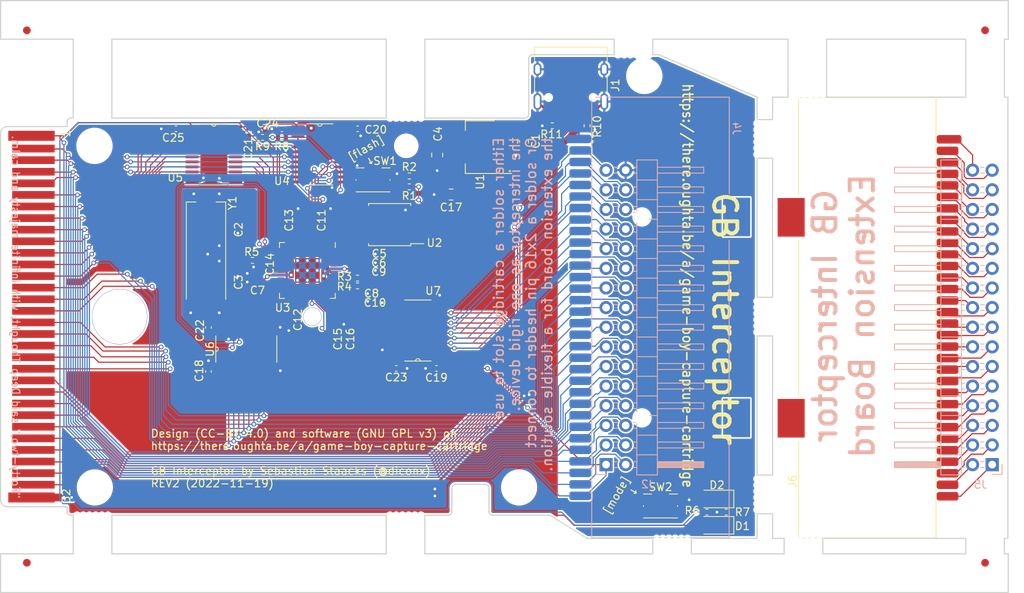
<source format=kicad_pcb>
(kicad_pcb (version 20211014) (generator pcbnew)
  (title_block (title "Game Boy Interceptor") (date "2020-07-13") (rev "REV1") (company "Sebastian Staacks") (comment 1 "Overall design based on the RP2040 Minimal Design Example by Raspberry Pi (Trading) Ltd") (comment 2 "Edge connector by Joonas Javanainen (https://github.com/Gekkio)") (comment 3 "Licence: Creative Commons Attribution 4.0 International (CC-BY 4.0)"))
  (layers (0 "F.Cu" signal) (31 "B.Cu" signal) (34 "B.Paste" user) (35 "F.Paste" user) (36 "B.SilkS" user "B.Silkscreen") (37 "F.SilkS" user "F.Silkscreen") (38 "B.Mask" user) (39 "F.Mask" user) (44 "Edge.Cuts" user))
  (net 0 "")
  (net 1 "GND")
  (net 2 "VBUS")
  (net 3 "/XIN")
  (net 4 "/XOUT")
  (net 5 "+3V3")
  (net 6 "+1V1")
  (net 7 "/~{USB_BOOT}")
  (net 8 "Net-(C3-Pad1)")
  (net 9 "Net-(D1-Pad1)")
  (net 10 "Net-(D2-Pad1)")
  (net 11 "CLK")
  (net 12 "nWR")
  (net 13 "nRD")
  (net 14 "nCS")
  (net 15 "A0")
  (net 16 "A1")
  (net 17 "A2")
  (net 18 "A3")
  (net 19 "A4")
  (net 20 "A5")
  (net 21 "A6")
  (net 22 "A7")
  (net 23 "A8")
  (net 24 "A9")
  (net 25 "A10")
  (net 26 "A11")
  (net 27 "A12")
  (net 28 "A13")
  (net 29 "A14")
  (net 30 "A15")
  (net 31 "D0")
  (net 32 "D1")
  (net 33 "D2")
  (net 34 "D3")
  (net 35 "D4")
  (net 36 "D5")
  (net 37 "D6")
  (net 38 "D7")
  (net 39 "Net-(J1-PadA5)")
  (net 41 "/QSPI_SS")
  (net 42 "Net-(R3-Pad2)")
  (net 43 "Net-(R4-Pad2)")
  (net 44 "/QSPI_SD3")
  (net 45 "/QSPI_SCLK")
  (net 46 "/QSPI_SD0")
  (net 47 "/QSPI_SD2")
  (net 48 "/QSPI_SD1")
  (net 49 "/USB_D+")
  (net 50 "/USB_D-")
  (net 51 "+5V")
  (net 52 "Net-(J1-PadB5)")
  (net 53 "LED1_MODE")
  (net 54 "D7_3V3")
  (net 55 "D6_3V3")
  (net 56 "D5_3V3")
  (net 57 "D4_3V3")
  (net 58 "D3_3V3")
  (net 59 "D2_3V3")
  (net 60 "D1_3V3")
  (net 61 "D0_3V3")
  (net 62 "A15_3V3")
  (net 63 "A14_3V3")
  (net 64 "A13_3V3")
  (net 65 "A12_3V3")
  (net 66 "A11_3V3")
  (net 67 "A10_3V3")
  (net 70 "A9_3V3")
  (net 71 "A8_3V3")
  (net 72 "A7_3V3")
  (net 73 "A6_3V3")
  (net 74 "A5_3V3")
  (net 75 "A4_3V3")
  (net 76 "A3_3V3")
  (net 77 "A2_3V3")
  (net 78 "A1_3V3")
  (net 79 "A0_3V3")
  (net 80 "nCS_3V3")
  (net 81 "nRD_3V3")
  (net 82 "nWR_3V3")
  (net 83 "CLK_3V3")
  (net 89 "Net-(J2-Pad30)")
  (net 90 "Net-(J2-Pad31)")
  (net 91 "Net-(J5-Pad1)")
  (net 92 "Net-(J5-Pad2)")
  (net 93 "Net-(J5-Pad3)")
  (net 94 "Net-(J5-Pad4)")
  (net 95 "Net-(J5-Pad5)")
  (net 96 "Net-(J5-Pad6)")
  (net 97 "Net-(J5-Pad7)")
  (net 98 "Net-(J5-Pad8)")
  (net 99 "Net-(J5-Pad9)")
  (net 100 "Net-(J5-Pad10)")
  (net 101 "Net-(J5-Pad11)")
  (net 102 "Net-(J5-Pad12)")
  (net 103 "Net-(J5-Pad13)")
  (net 104 "Net-(J5-Pad14)")
  (net 105 "Net-(J5-Pad15)")
  (net 106 "Net-(J5-Pad16)")
  (net 107 "Net-(J5-Pad17)")
  (net 108 "Net-(J5-Pad18)")
  (net 109 "Net-(J5-Pad19)")
  (net 110 "Net-(J5-Pad20)")
  (net 111 "Net-(J5-Pad21)")
  (net 112 "Net-(J5-Pad22)")
  (net 113 "Net-(J5-Pad23)")
  (net 114 "Net-(J5-Pad24)")
  (net 115 "Net-(J5-Pad25)")
  (net 116 "Net-(J5-Pad26)")
  (net 117 "Net-(J5-Pad27)")
  (net 118 "Net-(J5-Pad28)")
  (net 119 "Net-(J5-Pad29)")
  (net 120 "Net-(J5-Pad30)")
  (net 121 "Net-(J5-Pad31)")
  (net 122 "Net-(J5-Pad32)")
  (net 123 "GBSENSE")
  (footprint "Resistor_SMD:R_0402_1005Metric" (layer "F.Cu") (at 174.59 121.6 180)
    (fp_text reference "R7")
    (fp_text value "2.2k")
  )
  (footprint "Capacitor_SMD:C_0402_1005Metric" (layer "F.Cu") (at 127.905 88.17)
    (fp_text reference "C5")
    (fp_text value "100n")
  )
  (footprint "Capacitor_SMD:C_0805_2012Metric" (layer "F.Cu") (at 138.99 80.5 180)
    (fp_text reference "C17")
    (fp_text value "10u")
  )
  (footprint "Capacitor_SMD:C_0402_1005Metric" (layer "F.Cu") (at 113.905 90.69975 180)
    (fp_text reference "C14")
    (fp_text value "100n")
  )
  (footprint "Fiducial:Fiducial_1mm_Mask2mm" (layer "F.Cu") (at 208.09 128.15)
    (fp_text reference "REF**" hide)
    (fp_text value "Fiducial_1mm_Mask2mm" hide)
  )
  (footprint "Resistor_SMD:R_0402_1005Metric" (layer "F.Cu") (at 133.58 78.1)
    (fp_text reference "R2")
    (fp_text value "DNF")
  )
  (footprint "Capacitor_SMD:C_0402_1005Metric" (layer "F.Cu") (at 137.09 103)
    (fp_text reference "C19")
    (fp_text value "100n")
  )
  (footprint "gb-stream-cart:mouse-bite-3mm-slot" (layer "F.Cu") (at 179.59 96.3 90)
    (fp_text reference "mouse-bite-3mm-slot" hide)
    (fp_text value "VAL**" hide)
    (fp_line (start -2.5 1) (end -2.5 -1) (layer "Edge.Cuts") (width 0.15))
    (fp_line (start 2.5 1) (end 2.5 -1) (layer "Edge.Cuts") (width 0.15))
  )
  (footprint "Resistor_SMD:R_0402_1005Metric" (layer "F.Cu") (at 117.09 73.1 180)
    (fp_text reference "R8")
    (fp_text value "2.2k")
  )
  (footprint "RP2040_minimal:Crystal_SMD_HC49-US" (layer "F.Cu") (at 107.274 88.15975 -90)
    (fp_text reference "Y1")
    (fp_text value "TAXM12M2GLFBET2T")
  )
  (footprint "gb-stream-cart:mouse-bite-3mm-slot" (layer "F.Cu") (at 179.59 73.3 90)
    (fp_text reference "mouse-bite-3mm-slot" hide)
    (fp_text value "VAL**" hide)
    (fp_line (start 2.5 1) (end 2.5 -1) (layer "Edge.Cuts") (width 0.15))
    (fp_line (start -2.5 1) (end -2.5 -1) (layer "Edge.Cuts") (width 0.15))
  )
  (footprint "Capacitor_SMD:C_0805_2012Metric" (layer "F.Cu") (at 137.19 75.3875 -90)
    (fp_text reference "C4")
    (fp_text value "10u")
  )
  (footprint "Capacitor_SMD:C_0402_1005Metric" (layer "F.Cu") (at 125.79 96.80375 -90)
    (fp_text reference "C16")
    (fp_text value "100n")
  )
  (footprint "gb-stream-cart:half-mouse-bite-3mm-slot" (layer "F.Cu") (at 185.09 66.900001)
    (fp_text reference "mouse-bite-3mm-slot" hide)
    (fp_text value "VAL**" hide)
    (fp_line (start -2.5 1) (end -2.499999 0.000001) (layer "Edge.Cuts") (width 0.15))
    (fp_line (start 2.5 1) (end 2.499999 0.000001) (layer "Edge.Cuts") (width 0.15))
  )
  (footprint "Package_TO_SOT_SMD:SOT-223-3_TabPin2" (layer "F.Cu") (at 142.74 74.3625 180)
    (fp_text reference "U1")
    (fp_text value "NCP1117-3.3_SOT223")
  )
  (footprint "Capacitor_SMD:C_0402_1005Metric" (layer "F.Cu") (at 126.875 94.31875)
    (fp_text reference "C10")
    (fp_text value "1u")
  )
  (footprint "gb-stream-cart:cartridge-slot" (layer "F.Cu") (at 201.745 96.45 90)
    (fp_text reference "J6")
    (fp_text value "Conn_Gameboy_cart")
  )
  (footprint "Resistor_SMD:R_0402_1005Metric" (layer "F.Cu") (at 152.09 71.6)
    (fp_text reference "R11")
    (fp_text value "5.1k")
  )
  (footprint "Capacitor_SMD:C_0402_1005Metric" (layer "F.Cu") (at 117.09 72)
    (fp_text reference "C24")
    (fp_text value "100n")
  )
  (footprint "gb-stream-cart:half-mouse-bite-3mm-slot" (layer "F.Cu") (at 92.59 123 180)
    (fp_text reference "mouse-bite-3mm-slot" hide)
    (fp_text value "VAL**" hide)
    (fp_line (start -2.5 1) (end -2.499999 0.000001) (layer "Edge.Cuts") (width 0.15))
    (fp_line (start 2.5 1) (end 2.499999 0.000001) (layer "Edge.Cuts") (width 0.15))
  )
  (footprint "Resistor_SMD:R_0402_1005Metric" (layer "F.Cu") (at 172.09 121.6 180)
    (fp_text reference "R6")
    (fp_text value "470")
  )
  (footprint "MountingHole:MountingHole_2.2mm_M2" (layer "F.Cu") (at 121.04 96.3)
    (fp_text reference "H7" hide)
    (fp_text value "MountingHole" hide)
  )
  (footprint "gb-stream-cart:SN74LVC4245APWR" (layer "F.Cu") (at 121.99 75.3)
    (fp_text reference "U4")
    (fp_text value "SN74LVC4245A" hide)
  )
  (footprint "gb-stream-cart:SN74LVC4245APWR" (layer "F.Cu") (at 108.29 75.3)
    (fp_text reference "U5")
    (fp_text value "SN74LVC4245A" hide)
  )
  (footprint "Resistor_SMD:R_0402_1005Metric" (layer "F.Cu") (at 133.58 79.5 180)
    (fp_text reference "R1")
    (fp_text value "1k")
  )
  (footprint "MountingHole:MountingHole_2.7mm_M2.5" (layer "F.Cu") (at 163.99 65.15)
    (fp_text reference "H2" hide)
    (fp_text value "MountingHole")
  )
  (footprint "MountingHole:MountingHole_2.7mm_M2.5" (layer "F.Cu") (at 92.84 74.2)
    (fp_text reference "H1" hide)
    (fp_text value "MountingHole")
  )
  (footprint "Capacitor_SMD:C_0402_1005Metric" (layer "F.Cu") (at 111.39 89.80375 -90)
    (fp_text reference "C3")
    (fp_text value "30p")
  )
  (footprint "MountingHole:MountingHole_8.4mm_M8" (layer "F.Cu") (at 96.09 96.3)
    (fp_text reference "H6" hide)
    (fp_text value "MountingHole" hide)
  )
  (footprint "Resistor_SMD:R_0402_1005Metric" (layer "F.Cu") (at 113.275 89.01875 180)
    (fp_text reference "R5")
    (fp_text value "1k")
  )
  (footprint "Capacitor_SMD:C_0402_1005Metric" (layer "F.Cu") (at 123.39 83.83375 90)
    (fp_text reference "C11")
    (fp_text value "100n")
  )
  (footprint "MountingHole:MountingHole_2.7mm_M2.5" (layer "F.Cu") (at 207.99 121.95)
    (fp_text reference "H9" hide)
    (fp_text value "MountingHole")
  )
  (footprint "gb-stream-cart:half-mouse-bite-3mm-slot" (layer "F.Cu") (at 208.09 126 180)
    (fp_text reference "mouse-bite-3mm-slot" hide)
    (fp_text value "VAL**" hide)
    (fp_line (start -2.5 1) (end -2.499999 0.000001) (layer "Edge.Cuts") (width 0.15))
    (fp_line (start 2.5 1) (end 2.499999 0.000001) (layer "Edge.Cuts") (width 0.15))
  )
  (footprint "MountingHole:MountingHole_2.7mm_M2.5" (layer "F.Cu") (at 147.79 118.4)
    (fp_text reference "H3" hide)
    (fp_text value "MountingHole")
  )
  (footprint "gb-stream-cart:half-mouse-bite-3mm-slot" (layer "F.Cu") (at 162.59 61.4)
    (fp_text reference "mouse-bite-3mm-slot" hide)
    (fp_text value "VAL**" hide)
    (fp_line (start 2.5 1) (end 2.499999 0.000001) (layer "Edge.Cuts") (width 0.15))
    (fp_line (start -2.5 1) (end -2.499999 0.000001) (layer "Edge.Cuts") (width 0.15))
  )
  (footprint "Connector_USB:USB_C_Receptacle_HRO_TYPE-C-31-M-12" (layer "F.Cu") (at 154.49 65.34 180)
    (fp_text reference "J1")
    (fp_text value "USB_C_Receptacle_USB2.0")
  )
  (footprint "gb-stream-cart:SN74LVC4245APWR" (layer "F.Cu") (at 112.49 100.5 90)
    (fp_text reference "U6")
    (fp_text value "SN74LVC4245A" hide)
  )
  (footprint "Resistor_SMD:R_0402_1005Metric" (layer "F.Cu") (at 114.59 73.1 180)
    (fp_text reference "R9")
    (fp_text value "3.3k")
  )
  (footprint "Capacitor_SMD:C_0402_1005Metric" (layer "F.Cu") (at 127.875 89.31875)
    (fp_text reference "C6")
    (fp_text value "100n")
  )
  (footprint "Capacitor_SMD:C_0402_1005Metric" (layer "F.Cu") (at 119.19 83.83375 90)
    (fp_text reference "C13")
    (fp_text value "100n")
  )
  (footprint "Capacitor_SMD:C_0402_1005Metric" (layer "F.Cu") (at 131.89 103 180)
    (fp_text reference "C23")
    (fp_text value "100n")
  )
  (footprint "Fiducial:Fiducial_1mm_Mask2mm" (layer "F.Cu") (at 208.09 59.25)
    (fp_text reference "REF**" hide)
    (fp_text value "Fiducial_1mm_Mask2mm" hide)
  )
  (footprint "gb-stream-cart:half-mouse-bite-3mm-slot" (layer "F.Cu") (at 167.59 126 180)
    (fp_text reference "mouse-bite-3mm-slot" hide)
    (fp_text value "VAL**" hide)
    (fp_line (start -2.5 1) (end -2.499999 0.000001) (layer "Edge.Cuts") (width 0.15))
    (fp_line (start 2.5 1) (end 2.499999 0.000001) (layer "Edge.Cuts") (width 0.15))
  )
  (footprint "Resistor_SMD:R_0402_1005Metric" (layer "F.Cu") (at 156.59 71.6 90)
    (fp_text reference "R10")
    (fp_text value "5.1k")
  )
  (footprint "Fiducial:Fiducial_1mm_Mask2mm" (layer "F.Cu") (at 84.09 59.25)
    (fp_text reference "REF**" hide)
    (fp_text value "Fiducial_1mm_Mask2mm" hide)
  )
  (footprint "Capacitor_SMD:C_0402_1005Metric" (layer "F.Cu") (at 113.905 91.81875 180)
    (fp_text reference "C7")
    (fp_text value "100n")
  )
  (footprint "LED_SMD:LED_1206_3216Metric" (layer "F.Cu") (at 173.29 123.3 180)
    (fp_text reference "D1")
    (fp_text value "LED BLUE")
  )
  (footprint "Fiducial:Fiducial_1mm_Mask2mm" (layer "F.Cu") (at 84.09 128.15)
    (fp_text reference "REF**" hide)
    (fp_text value "Fiducial_1mm_Mask2mm" hide)
  )
  (footprint "MountingHole:MountingHole_2.7mm_M2.5" (layer "F.Cu") (at 207.99 70.95)
    (fp_text reference "H8" hide)
    (fp_text value "MountingHole")
  )
  (footprint "Capacitor_SMD:C_0402_1005Metric" (layer "F.Cu") (at 127.875 90.31875)
    (fp_text reference "C9")
    (fp_text value "100n")
  )
  (footprint "Button_Switch_SMD:SW_Push_1P1T-SH_NO_CK_KMR2xxG" (layer "F.Cu") (at 128.89 78.6)
    (fp_text reference "SW1")
    (fp_text value "SW_Flash")
  )
  (footprint "Capacitor_SMD:C_0805_2012Metric" (layer "F.Cu") (at 148.29 73.6 -90)
    (fp_text reference "C1")
    (fp_text value "10u")
  )
  (footprint "RP2040_minimal:RP2040-QFN-56" (layer "F.Cu") (at 120.39 90.31875 -90)
    (fp_text reference "U3")
    (fp_text value "RP2040")
  )
  (footprint "MountingHole:MountingHole_2.7mm_M2.5" (layer "F.Cu") (at 92.89 118.4)
    (fp_text reference "H4" hide)
    (fp_text value "MountingHole")
  )
  (footprint "Resistor_SMD:R_0402_1005Metric" (layer "F.Cu") (at 126.875 91.31875 180)
    (fp_text reference "R3")
    (fp_text value "27")
  )
  (footprint "gb-stream-cart:half-mouse-bite-3mm-slot" (layer "F.Cu") (at 208.09 66.9)
    (fp_text reference "mouse-bite-3mm-slot" hide)
    (fp_text value "VAL**" hide)
    (fp_line (start 2.5 1) (end 2.499999 0.000001) (layer "Edge.Cuts") (width 0.15))
    (fp_line (start -2.5 1) (end -2.499999 0.000001) (layer "Edge.Cuts") (width 0.15))
  )
  (footprint "LED_SMD:LED_1206_3216Metric" (layer "F.Cu") (at 173.29 119.9 180)
    (fp_text reference "D2")
    (fp_text value "LED RED")
  )
  (footprint "Capacitor_SMD:C_0402_1005Metric" (layer "F.Cu") (at 103.39 72)
    (fp_text reference "C25")
    (fp_text value "100n")
  )
  (footprint "Capacitor_SMD:C_0402_1005Metric" (layer "F.Cu") (at 111.39 86.83375 90)
    (fp_text reference "C2")
    (fp_text value "30p")
  )
  (footprint "Capacitor_SMD:C_0402_1005Metric" (layer "F.Cu") (at 126.89 72 180)
    (fp_text reference "C20")
    (fp_text value "100n")
  )
  (footprint "Package_SO:SOIC-8_5.23x5.23mm_P1.27mm" (layer "F.Cu") (at 131.04 84.395 180)
    (fp_text reference "U2")
    (fp_text value "W25Q128JVS")
  )
  (footprint "Button_Switch_SMD:SW_Push_1P1T-SH_NO_CK_KMR2xxG" (layer "F.Cu") (at 166.09 120.8)
    (fp_text reference "SW2")
    (fp_text value "SW_Mode")
  )
  (footprint "Capacitor_SMD:C_0402_1005Metric" (layer "F.Cu") (at 126.875 93.31875)
    (fp_text reference "C8")
    (fp_text value "1u")
  )
  (footprint "Capacitor_SMD:C_0402_1005Metric" (layer "F.Cu") (at 107.59 97.7 90)
    (fp_text reference "C22")
    (fp_text value "100n")
  )
  (footprint "gb-stream-cart:half-mouse-bite-3mm-slot" (layer "F.Cu") (at 92.59 69.6)
    (fp_text reference "mouse-bite-3mm-slot" hide)
    (fp_text value "VAL**" hide)
    (fp_line (start -2.5 1) (end -2.499999 0.000001) (layer "Edge.Cuts") (width 0.15))
    (fp_line (start 2.5 1) (end 2.499999 0.000001) (layer "Edge.Cuts") (width 0.15))
  )
  (footprint "gb-stream-cart:mouse-bite-3mm-slot" (layer "F.Cu") (at 179.59 119.3 90)
    (fp_text reference "mouse-bite-3mm-slot" hide)
    (fp_text value "VAL**" hide)
    (fp_line (start -2.5 1) (end -2.5 -1) (layer "Edge.Cuts") (width 0.15))
    (fp_line (start 2.5 1) (end 2.5 -1) (layer "Edge.Cuts") (width 0.15))
  )
  (footprint "Capacitor_SMD:C_0402_1005Metric" (layer "F.Cu") (at 117.99 96.70375 -90)
    (fp_text reference "C12")
    (fp_text value "100n")
  )
  (footprint "Capacitor_SMD:C_0402_1005Metric" (layer "F.Cu") (at 124.39 96.80375 -90)
    (fp_text reference "C15")
    (fp_text value "100n")
  )
  (footprint "gb-stream-cart:half-mouse-bite-3mm-slot" (layer "F.Cu") (at 184.59 126 180)
    (fp_text reference "mouse-bite-3mm-slot" hide)
    (fp_text value "VAL**" hide)
    (fp_line (start 2.5 1) (end 2.499999 0.000001) (layer "Edge.Cuts") (width 0.15))
    (fp_line (start -2.5 1) (end -2.499999 0.000001) (layer "Edge.Cuts") (width 0.15))
  )
  (footprint "Capacitor_SMD:C_0402_1005Metric" (layer "F.Cu") (at 112.79 72.42 90)
    (fp_text reference "C21")
    (fp_text value "100n")
  )
  (footprint "gb-stream-cart:half-mouse-bite-3mm-slot" (layer "F.Cu") (at 133.09 69.6)
    (fp_text reference "mouse-bite-3mm-slot" hide)
    (fp_text value "VAL**" hide)
    (fp_line (start -2.5 1) (end -2.499999 0.000001) (layer "Edge.Cuts") (width 0.15))
    (fp_line (start 2.5 1) (end 2.499999 0.000001) (layer "Edge.Cuts") (width 0.15))
  )
  (footprint "Resistor_SMD:R_0402_1005Metric" (layer "F.Cu") (at 126.875 92.31875 180)
    (fp_text reference "R4")
    (fp_text value "27")
  )
  (footprint "gb-stream-cart:half-mouse-bite-3mm-slot" (layer "F.Cu") (at 133.09 123 180)
    (fp_text reference "mouse-bite-3mm-slot" hide)
    (fp_text value "VAL**" hide)
    (fp_line (start -2.5 1) (end -2.499999 0.000001) (layer "Edge.Cuts") (width 0.15))
    (fp_line (start 2.5 1) (end 2.499999 0.000001) (layer "Edge.Cuts") (width 0.15))
  )
  (footprint "gb-stream-cart:cartridge_PCBedge" (layer "F.Cu") (at 84.69 96.3 -90)
    (fp_text reference "J3" hide)
    (fp_text value "Conn_Gameboy" hide)
  )
  (footprint "gb-stream-cart:SN74LVC4245APWR" (layer "F.Cu") (at 134.69 98.1 180)
    (fp_text reference "U7")
    (fp_text value "SN74LVC4245A" hide)
  )
  (footprint "Capacitor_SMD:C_0402_1005Metric" (layer "F.Cu") (at 107.59 103.4 -90)
    (fp_text reference "C18")
    (fp_text value "100n")
  )
  (footprint "MountingHole:MountingHole_2.7mm_M2.5" (layer "F.Cu") (at 133.19 74.2)
    (fp_text reference "H5" hide)
    (fp_text value "MountingHole")
  )
  (footprint "Connector_PinHeader_2.54mm:PinHeader_2x16_P2.54mm_Horizontal" (layer "B.Cu") (at 198.39 115.45)
    (fp_text reference "J5")
    (fp_text value "Conn_ext_cart")
  )
  (footprint "gb-stream-cart:cartridge-slot" (layer "B.Cu") (at 157.19 96.4 90)
    (fp_text reference "J4")
    (fp_text value "Conn_Gameboy")
  )
  (footprint "Connector_PinHeader_2.54mm:PinHeader_2x16_P2.54mm_Horizontal" (layer "B.Cu") (at 159.04 115.45)
    (fp_text reference "J2")
    (fp_text value "Conn_ext_main")
  )
  (gr_line (start 165.090001 127) (end 165.09 125.999999) (layer "Edge.Cuts") (width 0.15))
  (gr_line (start 80.69 60.4) (end 90.09 60.4) (layer "Edge.Cuts") (width 0.15))
  (gr_line (start 151.79 122) (end 144.39 122) (layer "Edge.Cuts") (width 0.15))
  (gr_line (start 180.59 121.8) (end 180.59 125) (layer "Edge.Cuts") (width 0.15))
  (gr_line (start 130.590001 122.999999) (end 130.59 127) (layer "Edge.Cuts") (width 0.15))
  (gr_line (start 211.09 127) (end 211.09 132) (layer "Edge.Cuts") (width 0.15))
  (gr_line (start 80.69 127) (end 90.09 127) (layer "Edge.Cuts") (width 0.15))
  (gr_line (start 95.09 70.6) (end 130.59 70.6) (layer "Edge.Cuts") (width 0.15))
  (gr_line (start 160.09 62.4) (end 149.536447 62.4) (layer "Edge.Cuts") (width 0.15))
  (gr_arc (start 149.036447 62.9) (mid 149.182894 62.546447) (end 149.536447 62.4) (layer "Edge.Cuts") (width 0.15))
  (gr_arc (start 144.39 122) (mid 144.036447 121.853553) (end 143.89 121.5) (layer "Edge.Cuts") (width 0.15))
  (gr_line (start 187.09 127) (end 205.59 127) (layer "Edge.Cuts") (width 0.15))
  (gr_line (start 139.09 121.5) (end 139.09 118.5) (layer "Edge.Cuts") (width 0.15))
  (gr_line (start 187.59 60.4) (end 205.59 60.4) (layer "Edge.Cuts") (width 0.15))
  (gr_arc (start 149.036447 70.1) (mid 148.89 70.453553) (end 148.536447 70.6) (layer "Edge.Cuts") (width 0.15))
  (gr_line (start 165.89 62.4) (end 165.09 62.4) (layer "Edge.Cuts") (width 0.15))
  (gr_line (start 205.590001 66.900001) (end 205.59 60.4) (layer "Edge.Cuts") (width 0.15))
  (gr_line (start 170.09 127) (end 170.089999 125.999999) (layer "Edge.Cuts") (width 0.15))
  (gr_line (start 180.59 67.9) (end 180.59 70.8) (layer "Edge.Cuts") (width 0.15))
  (gr_line (start 170.09 127) (end 182.09 127) (layer "Edge.Cuts") (width 0.15))
  (gr_line (start 211.09 55.4) (end 211.09 60.4) (layer "Edge.Cuts") (width 0.15))
  (gr_line (start 135.589999 69.600001) (end 135.59 60.4) (layer "Edge.Cuts") (width 0.15))
  (gr_line (start 90.090001 122.999999) (end 90.09 127) (layer "Edge.Cuts") (width 0.15))
  (gr_line (start 187.589999 66.900002) (end 187.59 60.4) (layer "Edge.Cuts") (width 0.15))
  (gr_line (start 143.39 118) (end 139.59 118) (layer "Edge.Cuts") (width 0.15))
  (gr_line (start 89.29 120.9) (end 89.29 121.5) (layer "Edge.Cuts") (width 0.15))
  (gr_line (start 178.59 67.9) (end 165.89 62.4) (layer "Edge.Cuts") (width 0.15))
  (gr_line (start 90.090001 69.600001) (end 90.09 60.4) (layer "Edge.Cuts") (width 0.15))
  (gr_line (start 81.59 120.9) (end 89.29 120.9) (layer "Edge.Cuts") (width 0.15))
  (gr_line (start 205.590002 127) (end 205.590001 125.999999) (layer "Edge.Cuts") (width 0.15))
  (gr_line (start 178.59 116.8) (end 178.59 98.8) (layer "Edge.Cuts") (width 0.15))
  (gr_arc (start 89.79 122) (mid 89.436447 121.853553) (end 89.29 121.5) (layer "Edge.Cuts") (width 0.15))
  (gr_arc (start 139.09 121.5) (mid 138.943553 121.853553) (end 138.59 122) (layer "Edge.Cuts") (width 0.15))
  (gr_line (start 160.090001 61.400001) (end 160.09 60.4) (layer "Edge.Cuts") (width 0.15))
  (gr_line (start 180.59 75.8) (end 180.59 93.8) (layer "Edge.Cuts") (width 0.15))
  (gr_line (start 80.69 72.6) (end 80.69 120) (layer "Edge.Cuts") (width 0.15))
  (gr_line (start 210.589999 66.900001) (end 210.59 60.4) (layer "Edge.Cuts") (width 0.15))
  (gr_line (start 182.59 67.9) (end 180.59 67.9) (layer "Edge.Cuts") (width 0.15))
  (gr_arc (start 81.59 120.9) (mid 80.953604 120.636396) (end 80.69 120) (layer "Edge.Cuts") (width 0.15))
  (gr_line (start 135.589999 122.999999) (end 135.59 127) (layer "Edge.Cuts") (width 0.15))
  (gr_line (start 80.69 55.4) (end 80.69 60.4) (layer "Edge.Cuts") (width 0.15))
  (gr_line (start 156.59 125) (end 151.79 122) (layer "Edge.Cuts") (width 0.15))
  (gr_line (start 210.59 60.4) (end 211.09 60.4) (layer "Edge.Cuts") (width 0.15))
  (gr_line (start 182.090002 127) (end 182.090001 125.999999) (layer "Edge.Cuts") (width 0.15))
  (gr_line (start 178.59 125) (end 178.59 121.8) (layer "Edge.Cuts") (width 0.15))
  (gr_line (start 149.036447 70.1) (end 149.036447 62.9) (layer "Edge.Cuts") (width 0.15))
  (gr_arc (start 139.09 118.5) (mid 139.236447 118.146447) (end 139.59 118) (layer "Edge.Cuts") (width 0.15))
  (gr_line (start 205.59 67.9) (end 187.59 67.9) (layer "Edge.Cuts") (width 0.15))
  (gr_line (start 135.59 60.4) (end 160.09 60.4) (layer "Edge.Cuts") (width 0.15))
  (gr_line (start 95.09 122) (end 130.59 122) (layer "Edge.Cuts") (width 0.15))
  (gr_arc (start 143.39 118) (mid 143.743553 118.146447) (end 143.89 118.5) (layer "Edge.Cuts") (width 0.15))
  (gr_line (start 210.59 127) (end 211.09 127) (layer "Edge.Cuts") (width 0.15))
  (gr_line (start 143.89 121.5) (end 143.89 118.5) (layer "Edge.Cuts") (width 0.15))
  (gr_line (start 89.79 70.6) (end 90.09 70.6) (layer "Edge.Cuts") (width 0.15))
  (gr_line (start 135.59 70.6) (end 148.536447 70.6) (layer "Edge.Cuts") (width 0.15))
  (gr_line (start 95.089999 122.999999) (end 95.09 127) (layer "Edge.Cuts") (width 0.15))
  (gr_arc (start 89.29 71.1) (mid 89.436447 70.746447) (end 89.79 70.6) (layer "Edge.Cuts") (width 0.15))
  (gr_line (start 95.089999 69.600001) (end 95.09 60.4) (layer "Edge.Cuts") (width 0.15))
  (gr_line (start 178.59 93.8) (end 178.59 75.8) (layer "Edge.Cuts") (width 0.15))
  (gr_line (start 210.59 127) (end 210.589999 125.999999) (layer "Edge.Cuts") (width 0.15))
  (gr_line (start 211.04 67.9) (end 210.59 67.9) (layer "Edge.Cuts") (width 0.15))
  (gr_line (start 130.590001 69.600001) (end 130.59 60.4) (layer "Edge.Cuts") (width 0.15))
  (gr_line (start 80.69 127) (end 80.69 132) (layer "Edge.Cuts") (width 0.15))
  (gr_line (start 211.04 67.9) (end 211.04 125) (layer "Edge.Cuts") (width 0.15))
  (gr_line (start 178.59 125) (end 170.09 125) (layer "Edge.Cuts") (width 0.15))
  (gr_line (start 205.59 125) (end 187.09 125) (layer "Edge.Cuts") (width 0.15))
  (gr_line (start 182.590001 66.900002) (end 182.59 60.4) (layer "Edge.Cuts") (width 0.15))
  (gr_line (start 80.69 132) (end 211.09 132) (layer "Edge.Cuts") (width 0.15))
  (gr_line (start 95.09 127) (end 130.59 127) (layer "Edge.Cuts") (width 0.15))
  (gr_line (start 95.09 60.4) (end 130.59 60.4) (layer "Edge.Cuts") (width 0.15))
  (gr_arc (start 80.69 72.6) (mid 80.953604 71.963604) (end 81.59 71.7) (layer "Edge.Cuts") (width 0.15))
  (gr_line (start 165.089999 61.400001) (end 165.09 60.4) (layer "Edge.Cuts") (width 0.15))
  (gr_line (start 182.09 125) (end 180.59 125) (layer "Edge.Cuts") (width 0.15))
  (gr_line (start 135.59 127) (end 165.09 127) (layer "Edge.Cuts") (width 0.15))
  (gr_line (start 89.29 71.7) (end 89.29 71.1) (layer "Edge.Cuts") (width 0.15))
  (gr_line (start 187.090001 127) (end 187.09 125.999999) (layer "Edge.Cuts") (width 0.15))
  (gr_line (start 81.59 71.7) (end 89.29 71.7) (layer "Edge.Cuts") (width 0.15))
  (gr_line (start 178.59 70.8) (end 178.59 67.9) (layer "Edge.Cuts") (width 0.15))
  (gr_line (start 89.79 122) (end 90.09 122) (layer "Edge.Cuts") (width 0.15))
  (gr_line (start 211.04 125) (end 210.59 125) (layer "Edge.Cuts") (width 0.15))
  (gr_line (start 165.09 60.4) (end 182.59 60.4) (layer "Edge.Cuts") (width 0.15))
  (gr_line (start 180.59 98.8) (end 180.59 116.8) (layer "Edge.Cuts") (width 0.15))
  (gr_line (start 135.59 122) (end 138.59 122) (layer "Edge.Cuts") (width 0.15))
  (gr_line (start 80.69 55.4) (end 211.09 55.4) (layer "Edge.Cuts") (width 0.15))
  (gr_line (start 165.09 125) (end 156.59 125) (layer "Edge.Cuts") (width 0.15))
  (gr_text "{dblquote}Forty-two,{dblquote} said Deep Thought, with infinite majesty and calm." (at 82.64 119.9 270) (layer "B.SilkS") (effects (font (size 1 0.95)) (justify left mirror)))
  (gr_text "GB Interceptor\nExtension Board" (at 189.79 96.2 -270) (layer "B.SilkS") (effects (font (size 3 3) (thickness 0.5)) (justify mirror)))
  (gr_text "Either solder a cartridge slot to use\nthe interceptor as one rigid device.\nOr solder a 2x16 pin header to connect\nthe extension board for a flexible solution." (at 148.29 73 -270) (layer "B.SilkS") (effects (font (size 1.3 1.3) (thickness 0.2)) (justify left mirror)))
  (gr_text "Design (CC-BY 4.0) and software (GNU GPL v3) on\nhttps://there.oughta.be/a/game-boy-capture-cartridge\n\nGB Interceptor by Sebastian Staacks (@diconx)\nREV2 (2022-11-19)" (at 100.04 114.65) (layer "F.SilkS") (effects (font (size 1 1)) (justify left)))
  (gr_text "[flash]\n↓ " (at 128.39 75.2 30) (layer "F.SilkS") (effects (font (size 1 1))))
  (gr_text "GB Interceptor" (at 174.39 96.6 270) (layer "F.SilkS") (effects (font (size 3 3) (thickness 0.5))))
  (gr_text "[mode]\n    ↓" (at 161.09 119.8 60) (layer "F.SilkS") (effects (font (size 1 1))))
  (gr_text "https://there.oughta.be/a/game-boy-capture-cartridge" (at 169.59 92.3 270) (layer "F.SilkS") (effects (font (size 1.3 1.2) (thickness 0.2))))
  (segment (start 118.065002 78.224998) (end 117.89 78.4) (width 0.15) (layer "F.Cu") (net 1))
  (segment (start 132.37 103) (end 133.29 103) (width 0.15) (layer "F.Cu") (net 1))
  (segment (start 124.084399 79.6) (end 123.59 79.6) (width 0.15) (layer "F.Cu") (net 1))
  (segment (start 112.664999 73.025001) (end 112.79 72.9) (width 0.15) (layer "F.Cu") (net 1))
  (segment (start 151.24 69.385) (end 151.085 69.385) (width 0.15) (layer "F.Cu") (net 1))
  (segment (start 127.36 94.31875) (end 128.19 94.31875) (width 0.2) (layer "F.Cu") (net 1))
  (segment (start 89.89 119.7) (end 84.69 119.7) (width 1) (layer "F.Cu") (net 1))
  (segment (start 148.29 74.5375) (end 147.35875 75.46875) (width 0.6) (layer "F.Cu") (net 1))
  (segment (start 148.44 106.55) (end 148.59 106.4) (width 0.3) (layer "F.Cu") (net 1))
  (segment (start 113.42 90.69975) (end 112.608016 90.69975) (width 0.2) (layer "F.Cu") (net 1))
  (segment (start 127.37 72) (end 127.37 72.78) (width 0.15) (layer "F.Cu") (net 1))
  (segment (start 119.1706 73.674999) (end 119.1706 73.024998) (width 0.15) (layer "F.Cu") (net 1))
  (segment (start 168.14 120) (end 169.79 120) (width 0.15) (layer "F.Cu") (net 1))
  (segment (start 126.84 77.8) (end 126.84 76.75) (width 0.15) (layer "F.Cu") (net 1))
  (segment (start 130.115001 94.525001) (end 130.09 94.5) (width 0.15) (layer "F.Cu") (net 1))
  (segment (start 164.04 120) (end 168.14 120) (width 0.15) (layer "F.Cu") (net 1))
  (segment (start 116.61 72) (end 115.79 72) (width 0.15) (layer "F.Cu") (net 1))
  (segment (start 111.1094 78.874999) (end 109.464999 78.874999) (width 0.15) (layer "F.Cu") (net 1))
  (segment (start 148.59 106.4) (end 149.09 106.4) (width 0.3) (layer "F.Cu") (net 1))
  (segment (start 119.19 83.34875) (end 119.19 82.31875) (width 0.2) (layer "F.Cu") (net 1))
  (segment (start 119.1706 74.324998) (end 119.1706 73.674999) (width 0.15) (layer "F.Cu") (net 1))
  (segment (start 112.79 72.9) (end 113.88 72.9) (width 0.15) (layer "F.Cu") (net 1))
  (segment (start 111.39 90.28875) (end 111.39 91.06925) (width 0.15) (layer "F.Cu") (net 1))
  (segment (start 106.515001 78.874999) (end 106.99 78.4) (width 0.15) (layer "F.Cu") (net 1))
  (segment (start 133.1 82.49) (end 133.09 82.5) (width 0.15) (layer "F.Cu") (net 1))
  (segment (start 128.36 90.31875) (end 129.19 90.31875) (width 0.2) (layer "F.Cu") (net 1))
  (segment (start 156.59 72.11) (end 157.58 72.11) (width 0.15) (layer "F.Cu") (net 1))
  (segment (start 105.4706 78.874999) (end 106.515001 78.874999) (width 0.15) (layer "F.Cu") (net 1))
  (segment (start 130.315001 100.374999) (end 130.09 100.6) (width 0.15) (layer "F.Cu") (net 1))
  (segment (start 127.37 72.78) (end 127.39 72.8) (width 0.15) (layer "F.Cu") (net 1))
  (segment (start 111.39 91.06925) (end 111.4015 91.08075) (width 0.15) (layer "F.Cu") (net 1))
  (segment (start 110.215001 97.6806) (end 110.215001 99.174999) (width 0.15) (layer "F.Cu") (net 1))
  (segment (start 128.36 89.31875) (end 129.189992 89.31875) (width 0.2) (layer "F.Cu") (net 1))
  (segment (start 134.64 82.49) (end 133.1 82.49) (width 0.15) (layer "F.Cu") (net 1))
  (segment (start 112.1245 89.87425) (end 113.4335 89.87425) (width 0.15) (layer "F.Cu") (net 1))
  (segment (start 136.89 118.1) (end 148.44 106.55) (width 0.3) (layer "F.Cu") (net 1))
  (segment (start 107.59 102.92) (end 107.59 102) (width 0.15) (layer "F.Cu") (net 1))
  (segment (start 131.8706 94.525001) (end 130.115001 94.525001) (width 0.15) (layer "F.Cu") (net 1))
  (segment (start 130.94 77.8) (end 131.99 77.8) (width 0.15) (layer "F.Cu") (net 1))
  (segment (start 116.8706 103.3194) (end 116.89 103.3) (width 0.15) (layer "F.Cu") (net 1))
  (segment (start 115.414998 103.3194) (end 116.8706 103.3194) (width 0.15) (layer "F.Cu") (net 1))
  (segment (start 113.8145 87.39775) (end 113.5605 87.39775) (width 0.15) (layer "F.Cu") (net 1))
  (segment (start 114.08 73.1) (end 114.08 72.41) (width 0.15) (layer "F.Cu") (net 1))
  (segment (start 138.0525 80.5) (end 136.79 80.5) (width 0.15) (layer "F.Cu") (net 1))
  (segment (start 109.464999 78.874999) (end 109.39 78.8) (width 0.15) (layer "F.Cu") (net 1))
  (segment (start 124.8094 78.874999) (end 124.084399 79.6) (width 0.15) (layer "F.Cu") (net 1))
  (segment (start 127.36 93.31875) (end 128.19 93.31875) (width 0.2) (layer "F.Cu") (net 1))
  (segment (start 119.1706 74.974999) (end 117.764999 74.974999) (width 0.15) (layer "F.Cu") (net 1))
  (segment (start 106.99 78.4) (end 106.94 78.35) (width 0.15) (layer "F.Cu") (net 1))
  (segment (start 136.61 103) (end 135.69 103) (width 0.15) (layer "F.Cu") (net 1))
  (segment (start 137.5094 94.525001) (end 137.5094 93.5194) (width 0.15) (layer "F.Cu") (net 1))
  (segment (start 157.895 69.385) (end 158.81 68.47) (width 0.3) (layer "F.Cu") (net 1))
  (segment (start 102.91 72) (end 101.49 72) (width 0.15) (layer "F.Cu") (net 1))
  (segment (start 128.42 88.2) (end 128.39 88.17) (width 0.15) (layer "F.Cu") (net 1))
  (segment (start 112.608016 90.69975) (end 112.60801 90.699744) (width 0.2) (layer "F.Cu") (net 1))
  (segment (start 106.81 98.18) (end 106.79 98.2) (width 0.15) (layer "F.Cu") (net 1))
  (segment (start 127.29 72.9) (end 127.164999 73.025001) (width 0.15) (layer "F.Cu") (net 1))
  (segment (start 127.39 72.8) (end 127.29 72.9) (width 0.15) (layer "F.Cu") (net 1))
  (segment (start 119.1706 78.874999) (end 119.1706 78.224998) (width 0.15) (layer "F.Cu") (net 1))
  (segment (start 137.5094 95.175002) (end 137.5094 94.525001) (width 0.15) (layer "F.Cu") (net 1))
  (segment (start 119.1706 74.974999) (end 119.1706 74.324998) (width 0.15) (layer "F.Cu") (net 1))
  (segment (start 111.39 86.34875) (end 111.39 85.49275) (width 0.2) (layer "F.Cu") (net 1))
  (segment (start 136.89 118.6) (end 136.89 118.1) (width 0.3) (layer "F.Cu") (net 1))
  (segment (start 136.89 119.5) (end 136.89 118.6) (width 0.3) (layer "F.Cu") (net 1))
  (segment (start 125.10125 97.28875) (end 125.79 97.28875) (width 0.15) (layer "F.Cu") (net 1))
  (segment (start 117.99 97.18875) (end 117.99 98.1) (width 0.2) (layer "F.Cu") (net 1))
  (segment (start 174.08 121.6) (end 173.39 121.6) (width 0.15) (layer "F.Cu") (net 1))
  (segment (start 106.94 78.35) (end 106.814998 78.224998) (width 0.15) (layer "F.Cu") (net 1))
  (segment (start 110.215001 99.174999) (end 110.19 99.2) (width 0.15) (layer "F.Cu") (net 1))
  (segment (start 129.19 88.2) (end 128.42 88.2) (width 0.15) (layer "F.Cu") (net 1))
  (segment (start 113.88 72.9) (end 114.08 73.1) (width 0.15) (layer "F.Cu") (net 1))
  (segment (start 157.74 69.385) (end 157.895 69.385) (width 0.15) (layer "F.Cu") (net 1))
  (segment (start 151.58 71.6) (end 150.79 71.6) (width 0.15) (layer "F.Cu") (net 1))
  (segment (start 116.064999 97.6806) (end 116.8706 97.6806) (width 0.15) (layer "F.Cu") (net 1))
  (segment (start 157.58 72.11) (end 157.59 72.1) (width 0.15) (layer "F.Cu") (net 1))
  (segment (start 124.39 97.28875) (end 125.10125 97.28875) (width 0.15) (layer "F.Cu") (net 1))
  (segment (start 146.165 76.6625) (end 145.89 76.6625) (width 0.6) (layer "F.Cu") (net 1))
  (segment (start 107.59 98.18) (end 106.81 98.18) (width 0.15) (layer "F.Cu") (net 1))
  (segment (start 109.39 78.8) (end 108.99 78.4) (width 0.15) (layer "F.Cu") (net 1))
  (segment (start 147.35875 75.46875) (end 146.165 76.6625) (width 0.6) (layer "F.Cu") (net 1))
  (segment (start 137.19 76.325) (end 137.19 77.4) (width 0.15) (layer "F.Cu") (net 1))
  (segment (start 108.74 87.11875) (end 109.790026 87.11875) (width 0.2) (layer "F.Cu") (net 1))
  (segment (start 117.764999 74.974999) (end 117.59 74.8) (width 0.15) (layer "F.Cu") (net 1))
  (segment (start 106.814998 78.224998) (end 105.4706 78.224998) (width 0.15) (layer "F.Cu") (net 1))
  (segment (start 151.085 69.385) (end 150.17 68.47) (width 0.3) (layer "F.Cu") (net 1))
  (segment (start 111.1094 73.025001) (end 112.664999 73.025001) (width 0.15) (layer "F.Cu") (net 1))
  (segment (start 123.39 83.34875) (end 123.39 82.31875) (width 0.2) (layer "F.Cu") (net 1))
  (segment (start 116.9525 89.31875) (end 115.7355 89.31875) (width 0.15) (layer "F.Cu") (net 1))
  (segment (start 111.39 90.28875) (end 111.71 90.28875) (width 0.15) (layer "F.Cu") (net 1))
  (segment (start 111.71 90.28875) (end 112.1245 89.87425) (width 0.15) (layer "F.Cu") (net 1))
  (segment (start 119.1706 78.224998) (end 118.065002 78.224998) (width 0.15) (layer "F.Cu") (net 1))
  (segment (start 127.164999 73.025001) (end 124.8094 73.025001) (width 0.15) (layer "F.Cu") (net 1))
  (segment (start 113.42 91.81875) (end 112.607996 91.81875) (width 0.2) (layer "F.Cu") (net 1))
  (segment (start 115.7355 89.31875) (end 113.8145 87.39775) (width 0.15) (layer "F.Cu") (net 1))
  (segment (start 131.8706 100.374999) (end 130.315001 100.374999) (width 0.15) (layer "F.Cu") (net 1))
  (via (at 106.79 98.2) (size 0.6) (drill 0.35) (layers "F.Cu" "B.Cu") (net 1))
  (via (at 136.89 119.5) (size 0.6) (drill 0.35) (layers "F.Cu" "B.Cu") (net 1))
  (via (at 123.39 82.31875) (size 0.6) (drill 0.35) (layers "F.Cu" "B.Cu") (net 1))
  (via (at 108.99 78.4) (size 0.6) (drill 0.35) (layers "F.Cu" "B.Cu") (net 1))
  (via (at 123.59 79.6) (size 0.6) (drill 0.35) (layers "F.Cu" "B.Cu") (net 1))
  (via (at 129.19 88.2) (size 0.6) (drill 0.35) (layers "F.Cu" "B.Cu") (net 1))
  (via (at 108.99 95.80875) (size 0.6) (drill 0.35) (layers "F.Cu" "B.Cu") (net 1))
  (via (at 117.59 74.8) (size 0.6) (drill 0.35) (layers "F.Cu" "B.Cu") (net 1))
  (via (at 128.19 94.31875) (size 0.6) (drill 0.35) (layers "F.Cu" "B.Cu") (net 1))
  (via (at 136.79 80.5) (size 0.6) (drill 0.35) (layers "F.Cu" "B.Cu") (net 1))
  (via (at 173.39 121.6) (size 0.6) (drill 0.35) (layers "F.Cu" "B.Cu") (net 1))
  (via (at 117.89 78.4) (size 0.6) (drill 0.35) (layers "F.Cu" "B.Cu") (net 1))
  (via (at 108.99 89.10875) (size 0.6) (drill 0.35) (layers "F.Cu" "B.Cu") (net 1))
  (via (at 117.99 98.1) (size 0.6) (drill 0.35) (layers "F.Cu" "B.Cu") (net 1))
  (via (at 108.99 87.11875) (size 0.6) (drill 0.35) (layers "F.Cu" "B.Cu") (net 1))
  (via (at 147.35875 75.46875) (size 0.6) (drill 0.35) (layers "F.Cu" "B.Cu") (net 1))
  (via (at 128.19 93.31875) (size 0.6) (drill 0.35) (layers "F.Cu" "B.Cu") (net 1))
  (via (at 137.5094 93.5194) (size 0.6) (drill 0.35) (layers "F.Cu" "B.Cu") (net 1))
  (via (at 89.89 119.7) (size 0.6) (drill 0.35) (layers "F.Cu" "B.Cu") (net 1))
  (via (at 149.09 106.4) (size 0.6) (drill 0.35) (layers "F.Cu" "B.Cu") (net 1))
  (via (at 135.69 103) (size 0.6) (drill 0.35) (layers "F.Cu" "B.Cu") (net 1))
  (via (at 116.89 103.3) (size 0.6) (drill 0.35) (layers "F.Cu" "B.Cu") (net 1))
  (via (at 137.19 77.4) (size 0.6) (drill 0.35) (layers "F.Cu" "B.Cu") (net 1))
  (via (at 107.59 102) (size 0.6) (drill 0.35) (layers "F.Cu" "B.Cu") (net 1))
  (via (at 116.8706 97.6806) (size 0.6) (drill 0.35) (layers "F.Cu" "B.Cu") (net 1))
  (via (at 148.44 106.55) (size 0.6) (drill 0.35) (layers "F.Cu" "B.Cu") (net 1))
  (via (at 110.19 99.2) (size 0.6) (drill 0.35) (layers "F.Cu" "B.Cu") (net 1))
  (via (at 130.09 100.6) (size 0.6) (drill 0.35) (layers "F.Cu" "B.Cu") (net 1))
  (via (at 106.94 78.35) (size 0.6) (drill 0.35) (layers "F.Cu" "B.Cu") (net 1))
  (via (at 88.89 119.7) (size 0.6) (drill 0.35) (layers "F.Cu" "B.Cu") (net 1))
  (via (at 169.79 120) (size 0.6) (drill 0.35) (layers "F.Cu" "B.Cu") (net 1))
  (via (at 111.4015 91.08075) (size 0.6) (drill 0.35) (layers "F.Cu" "B.Cu") (net 1))
  (via (at 113.5605 87.39775) (size 0.6) (drill 0.35) (layers "F.Cu" "B.Cu") (net 1))
  (via (at 131.99 77.8) (size 0.6) (drill 0.35) (layers "F.Cu" "B.Cu") (net 1))
  (via (at 111.39 85.49275) (size 0.6) (drill 0.35) (layers "F.Cu" "B.Cu") (net 1))
  (via (at 157.59 72.1) (size 0.6) (drill 0.35) (layers "F.Cu" "B.Cu") (net 1))
  (via (at 129.19 90.31875) (size 0.6) (drill 0.35) (layers "F.Cu" "B.Cu") (net 1))
  (via (at 127.29 72.9) (size 0.6) (drill 0.35) (layers "F.Cu" "B.Cu") (net 1))
  (via (at 113.4335 89.87425) (size 0.6) (drill 0.35) (layers "F.Cu" "B.Cu") (net 1))
  (via (at 112.607996 91.81875) (size 0.6) (drill 0.35) (layers "F.Cu" "B.Cu") (net 1))
  (via (at 130.09 94.5) (size 0.6) (drill 0.35) (layers "F.Cu" "B.Cu") (net 1))
  (via (at 119.19 82.31875) (size 0.6) (drill 0.35) (layers "F.Cu" "B.Cu") (net 1))
  (via (at 108.99 80.40875) (size 0.6) (drill 0.35) (layers "F.Cu" "B.Cu") (net 1))
  (via (at 105.29 95.80875) (size 0.6) (drill 0.35) (layers "F.Cu" "B.Cu") (net 1))
  (via (at 125.10125 97.28875) (size 0.6) (drill 0.35) (layers "F.Cu" "B.Cu") (net 1))
  (via (at 115.79 72) (size 0.6) (drill 0.35) (layers "F.Cu" "B.Cu") (net 1))
  (via (at 126.84 76.75) (size 0.6) (drill 0.35) (layers "F.Cu" "B.Cu") (net 1))
  (via (at 101.49 72) (size 0.6) (drill 0.35) (layers "F.Cu" "B.Cu") (net 1))
  (via (at 133.09 82.5) (size 0.6) (drill 0.35) (layers "F.Cu" "B.Cu") (net 1))
  (via (at 133.29 103) (size 0.6) (drill 0.35) (layers "F.Cu" "B.Cu") (net 1))
  (via (at 150.79 71.6) (size 0.6) (drill 0.35) (layers "F.Cu" "B.Cu") (net 1))
  (via (at 136.89 118.6) (size 0.6) (drill 0.35) (layers "F.Cu" "B.Cu") (net 1))
  (via (at 105.69 80.40875) (size 0.6) (drill 0.35) (layers "F.Cu" "B.Cu") (net 1))
  (via (at 129.189992 89.31875) (size 0.6) (drill 0.35) (layers "F.Cu" "B.Cu") (net 1))
  (via (at 112.60801 90.699744) (size 0.6) (drill 0.35) (layers "F.Cu" "B.Cu") (net 1))
  (via (at 114.09 72.4) (size 0.6) (drill 0.35) (layers "F.Cu" "B.Cu") (net 1))
  (via (at 107.49 88.20875) (size 0.6) (drill 0.35) (layers "F.Cu" "B.Cu") (net 1))
  (segment (start 127.39 94.31875) (end 127.39 94.11875) (width 0.2) (layer "B.Cu") (net 1))
  (segment (start 127.39 94.11875) (end 127.890001 93.618749) (width 0.2) (layer "B.Cu") (net 1))
  (segment (start 127.890001 93.618749) (end 128.19 93.31875) (width 0.2) (layer "B.Cu") (net 1))
  (segment (start 150.3525 70.6) (end 151.89 70.6) (width 0.6) (layer "F.Cu") (net 2))
  (segment (start 155.99 67.7) (end 156.94 68.65) (width 0.3) (layer "F.Cu") (net 2))
  (segment (start 152.04 70.45) (end 152.04 69.385) (width 0.6) (layer "F.Cu") (net 2))
  (segment (start 152.04 69.385) (end 152.04 68.65) (width 0.3) (layer "F.Cu") (net 2))
  (segment (start 156.94 68.65) (end 156.94 69.385) (width 0.3) (layer "F.Cu") (net 2))
  (segment (start 152.99 67.7) (end 155.99 67.7) (width 0.3) (layer "F.Cu") (net 2))
  (segment (start 148.89 72.0625) (end 149.17125 71.78125) (width 0.6) (layer "F.Cu") (net 2))
  (segment (start 149.17125 71.78125) (end 148.29 72.6625) (width 0.6) (layer "F.Cu") (net 2))
  (segment (start 145.89 72.0625) (end 148.89 72.0625) (width 0.6) (layer "F.Cu") (net 2))
  (segment (start 151.89 70.6) (end 152.04 70.45) (width 0.6) (layer "F.Cu") (net 2))
  (segment (start 149.17125 71.78125) (end 150.3525 70.6) (width 0.6) (layer "F.Cu") (net 2))
  (segment (start 152.04 68.65) (end 152.99 67.7) (width 0.3) (layer "F.Cu") (net 2))
  (segment (start 110.7395 87.96925) (end 108.6075 87.96925) (width 0.15) (layer "F.Cu") (net 3))
  (segment (start 111.39 87.31875) (end 110.7395 87.96925) (width 0.15) (layer "F.Cu") (net 3))
  (segment (start 112.19 88.11875) (end 111.39 87.31875) (width 0.15) (layer "F.Cu") (net 3))
  (segment (start 108.6075 87.96925) (end 107.274 86.63575) (width 0.15) (layer "F.Cu") (net 3))
  (segment (start 107.274 86.63575) (end 107.274 83.65975) (width 0.15) (layer "F.Cu") (net 3))
  (segment (start 116.9525 89.71875) (end 115.452139 89.71875) (width 0.15) (layer "F.Cu") (net 3))
  (segment (start 113.852139 88.11875) (end 112.19 88.11875) (width 0.15) (layer "F.Cu") (net 3))
  (segment (start 115.452139 89.71875) (end 113.852139 88.11875) (width 0.15) (layer "F.Cu") (net 3))
  (segment (start 114.19 89.01875) (end 113.76 89.01875) (width 0.15) (layer "F.Cu") (net 4))
  (segment (start 115.29 90.11875) (end 114.19 89.01875) (width 0.15) (layer "F.Cu") (net 4))
  (segment (start 116.9525 90.11875) (end 115.29 90.11875) (width 0.15) (layer "F.Cu") (net 4))
  (segment (start 126.277465 90.668751) (end 124.840001 90.668751) (width 0.2) (layer "F.Cu") (net 5))
  (segment (start 171.89 123.3) (end 154.89 123.3) (width 0.15) (layer "F.Cu") (net 5))
  (segment (start 126.41 72) (end 126.135001 71.725001) (width 0.15) (layer "F.Cu") (net 5))
  (segment (start 119.39 94.45894) (end 117.99 95.85894) (width 0.2) (layer "F.Cu") (net 5))
  (segment (start 114.7035 90.69975) (end 114.39 90.69975) (width 0.2) (layer "F.Cu") (net 5))
  (segment (start 112.79 71.94) (end 112.354998 72.375002) (width 0.15) (layer "F.Cu") (net 5))
  (segment (start 171.89 123.3) (end 172.07452 123.11548) (width 0.15) (layer "F.Cu") (net 5))
  (segment (start 119.39 86.88125) (end 119.39 84.51875) (width 0.2) (layer "F.Cu") (net 5))
  (segment (start 126.41 72) (end 126.034998 72.375002) (width 0.15) (layer "F.Cu") (net 5))
  (segment (start 117.99 95.85894) (end 117.99 96.21875) (width 0.2) (layer "F.Cu") (net 5))
  (segment (start 124.590002 90.91875) (end 124.840001 90.668751) (width 0.2) (layer "F.Cu") (net 5))
  (segment (start 117.59 90.51875) (end 117.79 90.31875) (width 0.2) (layer "F.Cu") (net 5))
  (segment (start 126.135001 71.725001) (end 124.8094 71.725001) (width 0.15) (layer "F.Cu") (net 5))
  (segment (start 123.8275 92.91875) (end 122.99 92.91875) (width 0.2) (layer "F.Cu") (net 5))
  (segment (start 112.354998 72.375002) (end 111.1094 72.375002) (width 0.15) (layer "F.Cu") (net 5))
  (segment (start 112.575001 71.725001) (end 112.79 71.94) (width 0.15) (layer "F.Cu") (net 5))
  (segment (start 122.99 86.88125) (end 122.99 85.71875) (width 0.2) (layer "F.Cu") (net 5))
  (segment (start 116.9525 90.51875) (end 117.59 90.51875) (width 0.2) (layer "F.Cu") (net 5))
  (segment (start 126.034998 72.375002) (end 124.8094 72.375002) (width 0.15) (layer "F.Cu") (net 5))
  (segment (start 114.8845 90.51875) (end 114.7035 90.69975) (width 0.2) (layer "F.Cu") (net 5))
  (segment (start 116.9525 92.11875) (end 117.59 92.11875) (width 0.15) (layer "F.Cu") (net 5))
  (segment (start 123.8275 90.51875) (end 122.99 90.51875) (width 0.2) (layer "F.Cu") (net 5))
  (segment (start 119.39 93.75625) (end 119.39 94.45894) (width 0.2) (layer "F.Cu") (net 5))
  (segment (start 154.89 123.3) (end 154.79 123.2) (width 0.15) (layer "F.Cu") (net 5))
  (segment (start 123.39 85.31875) (end 123.39 84.31875) (width 0.2) (layer "F.Cu") (net 5))
  (segment (start 123.8275 92.51875) (end 123.19 92.51875) (width 0.2) (layer "F.Cu") (net 5))
  (segment (start 123.19 90.91875) (end 122.99 90.71875) (width 0.2) (layer "F.Cu") (net 5))
  (segment (start 122.99 85.71875) (end 123.39 85.31875) (width 0.2) (layer "F.Cu") (net 5))
  (segment (start 124.29 92.51875) (end 125.69 93.91875) (width 0.2) (layer "F.Cu") (net 5))
  (segment (start 123.19 92.51875) (end 122.99 92.71875) (width 0.2) (layer "F.Cu") (net 5))
  (segment (start 153.59 122) (end 152.69 122) (width 0.15) (layer "F.Cu") (net 5))
  (segment (start 122.99 90.51875) (end 123.39 90.51875) (width 0.2) (layer "F.Cu") (net 5))
  (segment (start 116.9525 90.51875) (end 114.8845 90.51875) (width 0.2) (layer "F.Cu") (net 5))
  (segment (start 122.99 93.75625) (end 122.99 92.91875) (width 0.2) (layer "F.Cu") (net 5))
  (segment (start 127.39 90.31875) (end 126.627466 90.31875) (width 0.2) (layer "F.Cu") (net 5))
  (segment (start 119.39 93.75625) (end 119.39 92.91875) (width 0.2) (layer "F.Cu") (net 5))
  (segment (start 154.79 123.2) (end 153.59 122) (width 0.15) (layer "F.Cu") (net 5))
  (segment (start 126.627466 90.31875) (end 126.277465 90.668751) (width 0.2) (layer "F.Cu") (net 5))
  (segment (start 119.39 86.88125) (end 119.39 87.71875) (width 0.2) (layer "F.Cu") (net 5))
  (segment (start 119.39 84.51875) (end 119.19 84.31875) (width 0.2) (layer "F.Cu") (net 5))
  (segment (start 124.69 90.51875) (end 123.8275 90.51875) (width 0.2) (layer "F.Cu") (net 5))
  (segment (start 123.8275 90.91875) (end 123.19 90.91875) (width 0.2) (layer "F.Cu") (net 5))
  (segment (start 111.1094 71.725001) (end 112.575001 71.725001) (width 0.15) (layer "F.Cu") (net 5))
  (segment (start 172.07452 120.08452) (end 171.89 119.9) (width 0.15) (layer "F.Cu") (net 5))
  (segment (start 172.07452 123.11548) (end 172.07452 120.08452) (width 0.15) (layer "F.Cu") (net 5))
  (segment (start 122.99 86.88125) (end 122.99 87.71875) (width 0.2) (layer "F.Cu") (net 5))
  (segment (start 124.840001 90.668751) (end 124.69 90.51875) (width 0.2) (layer "F.Cu") (net 5))
  (segment (start 123.8275 90.91875) (end 124.590002 90.91875) (width 0.2) (layer "F.Cu") (net 5))
  (segment (start 123.8275 92.51875) (end 124.29 92.51875) (width 0.2) (layer "F.Cu") (net 5))
  (via (at 114.89 71.9) (size 0.6) (drill 0.35) (layers "F.Cu" "B.Cu") (net 5))
  (via (at 120.89 71.9) (size 0.6) (drill 0.35) (layers "F.Cu" "B.Cu") (net 5))
  (segment (start 115.39 71.4) (end 116.19 71.4) (width 0.15) (layer "B.Cu") (net 5))
  (segment (start 120.39 71.4) (end 120.89 71.9) (width 0.15) (layer "B.Cu") (net 5))
  (segment (start 116.19 71.4) (end 120.39 71.4) (width 0.15) (layer "B.Cu") (net 5))
  (segment (start 114.89 71.9) (end 115.39 71.4) (width 0.15) (layer "B.Cu") (net 5))
  (segment (start 115.39 90.91875) (end 115.19 91.11875) (width 0.2) (layer "F.Cu") (net 6))
  (segment (start 127.39 89.31875) (end 127.095 89.31875) (width 0.2) (layer "F.Cu") (net 6))
  (segment (start 123.8275 92.11875) (end 122.99 92.11875) (width 0.2) (layer "F.Cu") (net 6))
  (segment (start 123.8275 92.11875) (end 124.59 92.11875) (width 0.2) (layer "F.Cu") (net 6))
  (segment (start 125.79 93.31875) (end 126.39 93.31875) (width 0.2) (layer "F.Cu") (net 6))
  (segment (start 126.295 90.11875) (end 125.61427 90.11875) (width 0.2) (layer "F.Cu") (net 6))
  (segment (start 123.8275 90.11875) (end 125.190006 90.11875) (width 0.2) (layer "F.Cu") (net 6))
  (segment (start 127.095 89.31875) (end 126.295 90.11875) (width 0.2) (layer "F.Cu") (net 6))
  (segment (start 116.9525 90.91875) (end 115.39 90.91875) (width 0.2) (layer "F.Cu") (net 6))
  (segment (start 124.59 92.11875) (end 125.79 93.31875) (width 0.2) (layer "F.Cu") (net 6))
  (segment (start 114.39 91.81875) (end 114.49 91.81875) (width 0.2) (layer "F.Cu") (net 6))
  (segment (start 125.61427 90.11875) (end 125.190006 90.11875) (width 0.2) (layer "F.Cu") (net 6))
  (segment (start 114.49 91.81875) (end 115.19 91.11875) (width 0.2) (layer "F.Cu") (net 6))
  (via (at 115.19 91.11875) (size 0.6) (drill 0.35) (layers "F.Cu" "B.Cu") (net 6))
  (via (at 125.190006 90.11875) (size 0.6) (drill 0.35) (layers "F.Cu" "B.Cu") (net 6))
  (via (at 118.29 90.91872) (size 0.6) (drill 0.35) (layers "F.Cu" "B.Cu") (net 6))
  (via (at 122.49 91.01875) (size 0.6) (drill 0.35) (layers "F.Cu" "B.Cu") (net 6))
  (segment (start 118.28003 90.90875) (end 118.29 90.91872) (width 0.4) (layer "B.Cu") (net 6))
  (segment (start 115.19 91.11875) (end 115.4 90.90875) (width 0.4) (layer "B.Cu") (net 6))
  (segment (start 115.4 90.90875) (end 118.28003 90.90875) (width 0.4) (layer "B.Cu") (net 6))
  (segment (start 123.38 90.11875) (end 122.49 91.00875) (width 0.4) (layer "B.Cu") (net 6))
  (segment (start 125.190006 90.11875) (end 123.38 90.11875) (width 0.4) (layer "B.Cu") (net 6))
  (segment (start 122.49 91.00875) (end 122.49 91.01875) (width 0.4) (layer "B.Cu") (net 6))
  (segment (start 132.97 79.4) (end 130.94 79.4) (width 0.15) (layer "F.Cu") (net 7))
  (segment (start 126.84 79.4) (end 130.94 79.4) (width 0.15) (layer "F.Cu") (net 7))
  (segment (start 133.07 79.5) (end 132.97 79.4) (width 0.15) (layer "F.Cu") (net 7))
  (segment (start 107.274 89.68375) (end 107.274 92.65975) (width 0.15) (layer "F.Cu") (net 8))
  (segment (start 112.79 89.01875) (end 112.19 89.01875) (width 0.15) (layer "F.Cu") (net 8))
  (segment (start 111.89 89.31875) (end 111.39 89.31875) (width 0.15) (layer "F.Cu") (net 8))
  (segment (start 111.39 89.31875) (end 111.39 89.12125) (width 0.15) (layer "F.Cu") (net 8))
  (segment (start 108.6075 88.35025) (end 107.274 89.68375) (width 0.15) (layer "F.Cu") (net 8))
  (segment (start 110.619 88.35025) (end 108.6075 88.35025) (width 0.15) (layer "F.Cu") (net 8))
  (segment (start 111.39 89.12125) (end 110.619 88.35025) (width 0.15) (layer "F.Cu") (net 8))
  (segment (start 112.19 89.01875) (end 111.89 89.31875) (width 0.15) (layer "F.Cu") (net 8))
  (segment (start 174.69 123.3) (end 174.3 123.3) (width 0.15) (layer "F.Cu") (net 9))
  (segment (start 174.3 123.3) (end 172.6 121.6) (width 0.15) (layer "F.Cu") (net 9))
  (segment (start 175.1 121.6) (end 175.1 120.31) (width 0.15) (layer "F.Cu") (net 10))
  (segment (start 175.1 120.31) (end 174.69 119.9) (width 0.15) (layer "F.Cu") (net 10))
  (segment (start 87.19 74.55) (end 87.24 74.6) (width 0.15) (layer "F.Cu") (net 11))
  (segment (start 87.24 74.6) (end 88.69 74.6) (width 0.15) (layer "F.Cu") (net 11))
  (segment (start 89.44 75.35) (end 91.49 77.4) (width 0.15) (layer "F.Cu") (net 11))
  (segment (start 119.1706 75.624998) (end 117.414998 75.624998) (width 0.15) (layer "F.Cu") (net 11))
  (segment (start 93.99 77.4) (end 95.765002 75.624998) (width 0.15) (layer "F.Cu") (net 11))
  (segment (start 88.69 74.6) (end 89.44 75.35) (width 0.15) (layer "F.Cu") (net 11))
  (segment (start 91.49 77.4) (end 93.99 77.4) (width 0.15) (layer "F.Cu") (net 11))
  (segment (start 84.94 74.55) (end 87.19 74.55) (width 0.15) (layer "F.Cu") (net 11))
  (segment (start 95.765002 75.624998) (end 97.065002 75.624998) (width 0.15) (layer "F.Cu") (net 11))
  (via (at 117.414998 75.624998) (size 0.6) (drill 0.35) (layers "F.Cu" "B.Cu") (net 11))
  (via (at 97.065002 75.624998) (size 0.6) (drill 0.35) (layers "F.Cu" "B.Cu") (net 11))
  (via (at 89.44 75.35) (size 0.6) (drill 0.35) (layers "F.Cu" "B.Cu") (net 11))
  (segment (start 149.214065 115.30048) (end 145.665934 115.30048) (width 0.15) (layer "B.Cu") (net 11))
  (segment (start 95.714066 116.80048) (end 89.18952 110.275934) (width 0.15) (layer "B.Cu") (net 11))
  (segment (start 157.69 114.7) (end 158.29 114.1) (width 0.15) (layer "B.Cu") (net 11))
  (segment (start 117.414998 75.624998) (end 97.065002 75.624998) (width 0.15) (layer "B.Cu") (net 11))
  (segment (start 144.165934 116.80048) (end 95.714066 116.80048) (width 0.15) (layer "B.Cu") (net 11))
  (segment (start 157.69 116.7) (end 157.69 114.7) (width 0.15) (layer "B.Cu") (net 11))
  (segment (start 151.918586 118.005) (end 149.214065 115.30048) (width 0.15) (layer "B.Cu") (net 11))
  (segment (start 155.7 118.005) (end 151.918586 118.005) (width 0.15) (layer "B.Cu") (net 11))
  (segment (start 156.385 118.005) (end 157.69 116.7) (width 0.15) (layer "B.Cu") (net 11))
  (segment (start 89.18952 110.275934) (end 89.18952 75.60048) (width 0.15) (layer "B.Cu") (net 11))
  (segment (start 145.665934 115.30048) (end 145.178208 115.788207) (width 0.15) (layer "B.Cu") (net 11))
  (segment (start 158.29 114.1) (end 160.23 114.1) (width 0.15) (layer "B.Cu") (net 11))
  (segment (start 145.178208 115.788207) (end 144.165934 116.80048) (width 0.15) (layer "B.Cu") (net 11))
  (segment (start 160.23 114.1) (end 161.58 115.45) (width 0.15) (layer "B.Cu") (net 11))
  (segment (start 89.18952 75.60048) (end 89.44 75.35) (width 0.15) (layer "B.Cu") (net 11))
  (segment (start 155.7 118.005) (end 156.385 118.005) (width 0.15) (layer "B.Cu") (net 11))
  (segment (start 94.114066 77.69952) (end 94.28952 77.524065) (width 0.15) (layer "F.Cu") (net 12))
  (segment (start 94.28952 77.524065) (end 95.538586 76.274999) (width 0.15) (layer "F.Cu") (net 12))
  (segment (start 84.94 76.05) (end 87.44 76.05) (width 0.15) (layer "F.Cu") (net 12))
  (segment (start 87.44 76.05) (end 87.49 76.1) (width 0.15) (layer "F.Cu") (net 12))
  (segment (start 119.1706 76.274999) (end 117.915001 76.274999) (width 0.15) (layer "F.Cu") (net 12))
  (segment (start 91.365935 77.69952) (end 94.114066 77.69952) (width 0.15) (layer "F.Cu") (net 12))
  (segment (start 90.166414 76.5) (end 91.365935 77.69952) (width 0.15) (layer "F.Cu") (net 12))
  (segment (start 89.79 76.5) (end 90.166414 76.5) (width 0.15) (layer "F.Cu") (net 12))
  (segment (start 89.34 76.05) (end 89.69 76.4) (width 0.15) (layer "F.Cu") (net 12))
  (segment (start 95.538586 76.274999) (end 97.515001 76.274999) (width 0.15) (layer "F.Cu") (net 12))
  (segment (start 84.94 76.05) (end 89.34 76.05) (width 0.15) (layer "F.Cu") (net 12))
  (segment (start 89.69 76.4) (end 89.79 76.5) (width 0.15) (layer "F.Cu") (net 12))
  (via (at 117.915001 76.274999) (size 0.6) (drill 0.35) (layers "F.Cu" "B.Cu") (net 12))
  (via (at 97.515001 76.274999) (size 0.6) (drill 0.35) (layers "F.Cu" "B.Cu") (net 12))
  (via (at 89.79 76.5) (size 0.6) (drill 0.35) (layers "F.Cu" "B.Cu") (net 12))
  (segment (start 89.48904 76.80096) (end 89.79 76.5) (width 0.15) (layer "B.Cu") (net 12))
  (segment (start 155.7 116.515) (end 156.475 116.515) (width 0.15) (layer "B.Cu") (net 12))
  (segment (start 144.04187 116.50096) (end 95.838132 116.50096) (width 0.15) (layer "B.Cu") (net 12))
  (segment (start 117.915001 76.274999) (end 97.515001 76.274999) (width 0.15) (layer "B.Cu") (net 12))
  (segment (start 155.7 116.515) (end 150.852172 116.515) (width 0.15) (layer "B.Cu") (net 12))
  (segment (start 157.39 114.5) (end 157.49 114.4) (width 0.15) (layer "B.Cu") (net 12))
  (segment (start 156.475 116.515) (end 157.39 115.6) (width 0.15) (layer "B.Cu") (net 12))
  (segment (start 145.541868 115.000961) (end 144.04187 116.50096) (width 0.15) (layer "B.Cu") (net 12))
  (segment (start 157.49 114.4) (end 157.55 114.4) (width 0.15) (layer "B.Cu") (net 12))
  (segment (start 149.33813 115.00096) (end 145.541868 115.000961) (width 0.15) (layer "B.Cu") (net 12))
  (segment (start 157.55 114.4) (end 159.04 112.91) (width 0.15) (layer "B.Cu") (net 12))
  (segment (start 95.838132 116.50096) (end 89.48904 110.151868) (width 0.15) (layer "B.Cu") (net 12))
  (segment (start 89.48904 110.151868) (end 89.48904 76.80096) (width 0.15) (layer "B.Cu") (net 12))
  (segment (start 157.39 115.6) (end 157.39 114.5) (width 0.15) (layer "B.Cu") (net 12))
  (segment (start 150.852172 116.515) (end 149.33813 115.00096) (width 0.15) (layer "B.Cu") (net 12))
  (segment (start 91.24187 77.99904) (end 94.238132 77.999039) (width 0.15) (layer "F.Cu") (net 13))
  (segment (start 119.1706 76.924998) (end 117.465002 76.924998) (width 0.15) (layer "F.Cu") (net 13))
  (segment (start 84.94 77.55) (end 87.44 77.55) (width 0.15) (layer "F.Cu") (net 13))
  (segment (start 95.312172 76.924998) (end 97.065002 76.924998) (width 0.15) (layer "F.Cu") (net 13))
  (segment (start 87.44 77.55) (end 87.49 77.6) (width 0.15) (layer "F.Cu") (net 13))
  (segment (start 87.49 77.6) (end 90.09 77.6) (width 0.15) (layer "F.Cu") (net 13))
  (segment (start 94.238132 77.999039) (end 95.312172 76.924998) (width 0.15) (layer "F.Cu") (net 13))
  (segment (start 90.09 77.6) (end 90.842829 77.6) (width 0.15) (layer "F.Cu") (net 13))
  (segment (start 90.842829 77.6) (end 91.24187 77.99904) (width 0.15) (layer "F.Cu") (net 13))
  (via (at 90.09 77.6) (size 0.6) (drill 0.35) (layers "F.Cu" "B.Cu") (net 13))
  (via (at 97.065002 76.924998) (size 0.6) (drill 0.35) (layers "F.Cu" "B.Cu") (net 13))
  (via (at 117.465002 76.924998) (size 0.6) (drill 0.35) (layers "F.Cu" "B.Cu") (net 13))
  (segment (start 91.625379 111.864621) (end 95.225379 115.464621) (width 0.15) (layer "B.Cu") (net 13))
  (segment (start 89.78856 78.3) (end 89.78856 97.7) (width 0.15) (layer "B.Cu") (net 13))
  (segment (start 156.316427 115.025) (end 157.541427 113.8) (width 0.15) (layer "B.Cu") (net 13))
  (segment (start 155.7 115.025) (end 156.316427 115.025) (width 0.15) (layer "B.Cu") (net 13))
  (segment (start 117.465002 76.924998) (end 97.065002 76.924998) (width 0.15) (layer "B.Cu") (net 13))
  (segment (start 96.19 116.20144) (end 95.962198 116.20144) (width 0.15) (layer "B.Cu") (net 13))
  (segment (start 157.541427 113.8) (end 157.59 113.8) (width 0.15) (layer "B.Cu") (net 13))
  (segment (start 160.505489 111.835489) (end 161.58 112.91) (width 0.15) (layer "B.Cu") (net 13))
  (segment (start 148.89 114.70144) (end 145.417804 114.70144) (width 0.15) (layer "B.Cu") (net 13))
  (segment (start 95.962198 116.20144) (end 95.225379 115.464621) (width 0.15) (layer "B.Cu") (net 13))
  (segment (start 143.917804 116.20144) (end 142.89 116.20144) (width 0.15) (layer "B.Cu") (net 13))
  (segment (start 89.78856 97.7) (end 89.78856 109.5) (width 0.15) (layer "B.Cu") (net 13))
  (segment (start 157.79 113.6) (end 157.79 112.2) (width 0.15) (layer "B.Cu") (net 13))
  (segment (start 149.575377 114.814622) (end 149.462195 114.70144) (width 0.15) (layer "B.Cu") (net 13))
  (segment (start 90.09 77.6) (end 89.78856 77.90144) (width 0.15) (layer "B.Cu") (net 13))
  (segment (start 149.785755 115.025) (end 149.575377 114.814622) (width 0.15) (layer "B.Cu") (net 13))
  (segment (start 89.78856 77.90144) (end 89.78856 78.3) (width 0.15) (layer "B.Cu") (net 13))
  (segment (start 157.79 112.2) (end 158.154511 111.835489) (width 0.15) (layer "B.Cu") (net 13))
  (segment (start 144.804622 115.314622) (end 143.917804 116.20144) (width 0.15) (layer "B.Cu") (net 13))
  (segment (start 89.78856 109.5) (end 89.78856 110.027802) (width 0.15) (layer "B.Cu") (net 13))
  (segment (start 150.115 115.025) (end 149.785755 115.025) (width 0.15) (layer "B.Cu") (net 13))
  (segment (start 89.78856 110.027802) (end 91.625379 111.864621) (width 0.15) (layer "B.Cu") (net 13))
  (segment (start 157.59 113.8) (end 157.79 113.6) (width 0.15) (layer "B.Cu") (net 13))
  (segment (start 142.89 116.20144) (end 96.19 116.20144) (width 0.15) (layer "B.Cu") (net 13))
  (segment (start 155.7 115.025) (end 150.115 115.025) (width 0.15) (layer "B.Cu") (net 13))
  (segment (start 158.154511 111.835489) (end 160.505489 111.835489) (width 0.15) (layer "B.Cu") (net 13))
  (segment (start 149.462195 114.70144) (end 148.89 114.70144) (width 0.15) (layer "B.Cu") (net 13))
  (segment (start 145.417804 114.70144) (end 144.804622 115.314622) (width 0.15) (layer "B.Cu") (net 13))
  (segment (start 90.39144 78.29856) (end 94.391441 78.298559) (width 0.15) (layer "F.Cu") (net 14))
  (segment (start 94.391441 78.298559) (end 95.115001 77.574999) (width 0.15) (layer "F.Cu") (net 14))
  (segment (start 95.115001 77.574999) (end 97.515001 77.574999) (width 0.15) (layer "F.Cu") (net 14))
  (segment (start 84.94 79.05) (end 87.24 79.05) (width 0.15) (layer "F.Cu") (net 14))
  (segment (start 119.1706 77.574999) (end 117.915001 77.574999) (width 0.15) (layer "F.Cu") (net 14))
  (segment (start 87.99144 78.29856) (end 90.39144 78.29856) (width 0.15) (layer "F.Cu") (net 14))
  (segment (start 87.24 79.05) (end 87.99144 78.29856) (width 0.15) (layer "F.Cu") (net 14))
  (via (at 117.915001 77.574999) (size 0.6) (drill 0.35) (layers "F.Cu" "B.Cu") (net 14))
  (via (at 97.515001 77.574999) (size 0.6) (drill 0.35) (layers "F.Cu" "B.Cu") (net 14))
  (via (at 90.39144 78.29856) (size 0.6) (drill 0.35) (layers "F.Cu" "B.Cu") (net 14))
  (segment (start 155.7 113.535) (end 155.635 113.6) (width 0.15) (layer "B.Cu") (net 14))
  (segment (start 145.293739 114.40192) (end 143.793738 115.90192) (width 0.15) (layer "B.Cu") (net 14))
  (segment (start 155.635 113.6) (end 153.49 113.6) (width 0.15) (layer "B.Cu") (net 14))
  (segment (start 96.086264 115.90192) (end 90.08808 109.903736) (width 0.15) (layer "B.Cu") (net 14))
  (segment (start 153.49 113.6) (end 152.68808 114.40192) (width 0.15) (layer "B.Cu") (net 14))
  (segment (start 117.915001 77.574999) (end 97.515001 77.574999) (width 0.15) (layer "B.Cu") (net 14))
  (segment (start 155.7 113.535) (end 156.355 113.535) (width 0.15) (layer "B.Cu") (net 14))
  (segment (start 143.793738 115.90192) (end 96.086264 115.90192) (width 0.15) (layer "B.Cu") (net 14))
  (segment (start 156.355 113.535) (end 157.49 112.4) (width 0.15) (layer "B.Cu") (net 14))
  (segment (start 90.08808 78.60192) (end 90.39144 78.29856) (width 0.15) (layer "B.Cu") (net 14))
  (segment (start 90.08808 109.903736) (end 90.08808 78.60192) (width 0.15) (layer "B.Cu") (net 14))
  (segment (start 158.42 110.37) (end 159.04 110.37) (width 0.15) (layer "B.Cu") (net 14))
  (segment (start 152.68808 114.40192) (end 145.293739 114.40192) (width 0.15) (layer "B.Cu") (net 14))
  (segment (start 157.49 111.3) (end 158.42 110.37) (width 0.15) (layer "B.Cu") (net 14))
  (segment (start 157.49 112.4) (end 157.49 111.3) (width 0.15) (layer "B.Cu") (net 14))
  (segment (start 90.64 80.55) (end 95.281772 80.55) (width 0.15) (layer "F.Cu") (net 15))
  (segment (start 98.49 77.341772) (end 98.49 75) (width 0.15) (layer "F.Cu") (net 15))
  (segment (start 98.49 75) (end 100.465002 73.024998) (width 0.15) (layer "F.Cu") (net 15))
  (segment (start 84.94 80.55) (end 90.64 80.55) (width 0.15) (layer "F.Cu") (net 15))
  (segment (start 95.281772 80.55) (end 98.49 77.341772) (width 0.15) (layer "F.Cu") (net 15))
  (segment (start 100.465002 73.024998) (end 105.4706 73.024998) (width 0.15) (layer "F.Cu") (net 15))
  (via (at 90.64 80.55) (size 0.6) (drill 0.35) (layers "F.Cu" "B.Cu") (net 15))
  (segment (start 160.505489 109.295489) (end 161.58 110.37) (width 0.15) (layer "B.Cu") (net 15))
  (segment (start 90.3876 109.77967) (end 90.3876 80.8024) (width 0.15) (layer "B.Cu") (net 15))
  (segment (start 155.7 112.045) (end 154.4474 112.045) (width 0.15) (layer "B.Cu") (net 15))
  (segment (start 152.39 114.1024) (end 145.169674 114.1024) (width 0.15) (layer "B.Cu") (net 15))
  (segment (start 155.7 112.045) (end 156.316427 112.045) (width 0.15) (layer "B.Cu") (net 15))
  (segment (start 143.669673 115.6024) (end 96.21033 115.6024) (width 0.15) (layer "B.Cu") (net 15))
  (segment (start 154.4474 112.045) (end 152.39 114.1024) (width 0.15) (layer "B.Cu") (net 15))
  (segment (start 156.316427 112.045) (end 157.69 110.671427) (width 0.15) (layer "B.Cu") (net 15))
  (segment (start 90.3876 80.8024) (end 90.64 80.55) (width 0.15) (layer "B.Cu") (net 15))
  (segment (start 145.169674 114.1024) (end 143.669673 115.6024) (width 0.15) (layer "B.Cu") (net 15))
  (segment (start 157.69 110.671427) (end 157.69 110.2) (width 0.15) (layer "B.Cu") (net 15))
  (segment (start 96.21033 115.6024) (end 90.3876 109.77967) (width 0.15) (layer "B.Cu") (net 15))
  (segment (start 158.594511 109.295489) (end 160.505489 109.295489) (width 0.15) (layer "B.Cu") (net 15))
  (segment (start 157.69 110.2) (end 158.594511 109.295489) (width 0.15) (layer "B.Cu") (net 15))
  (segment (start 94.34 82.05) (end 98.89 77.5) (width 0.15) (layer "F.Cu") (net 16))
  (segment (start 100.715001 73.674999) (end 105.4706 73.674999) (width 0.15) (layer "F.Cu") (net 16))
  (segment (start 90.94 82.05) (end 94.34 82.05) (width 0.15) (layer "F.Cu") (net 16))
  (segment (start 98.89 77.5) (end 98.89 75.5) (width 0.15) (layer "F.Cu") (net 16))
  (segment (start 98.89 75.5) (end 100.715001 73.674999) (width 0.15) (layer "F.Cu") (net 16))
  (segment (start 84.94 82.05) (end 90.94 82.05) (width 0.15) (layer "F.Cu") (net 16))
  (via (at 90.94 82.05) (size 0.6) (drill 0.35) (layers "F.Cu" "B.Cu") (net 16))
  (segment (start 90.68712 109.655604) (end 90.710758 109.679242) (width 0.15) (layer "B.Cu") (net 16))
  (segment (start 155.035 110.555) (end 152.09 113.5) (width 0.15) (layer "B.Cu") (net 16))
  (segment (start 95.610758 114.579242) (end 94.360758 113.329242) (width 0.15) (layer "B.Cu") (net 16))
  (segment (start 103.39 115.3) (end 96.331516 115.3) (width 0.15) (layer "B.Cu") (net 16))
  (segment (start 143.545608 115.30288) (end 142.29 115.30288) (width 0.15) (layer "B.Cu") (net 16))
  (segment (start 103.39288 115.30288) (end 103.39 115.3) (width 0.15) (layer "B.Cu") (net 16))
  (segment (start 156.316427 110.555) (end 159.04 107.831427) (width 0.15) (layer "B.Cu") (net 16))
  (segment (start 90.710758 109.679242) (end 94.410758 113.379242) (width 0.15) (layer "B.Cu") (net 16))
  (segment (start 96.331516 115.3) (end 95.610758 114.579242) (width 0.15) (layer "B.Cu") (net 16))
  (segment (start 90.68712 108.6) (end 90.68712 109.655604) (width 0.15) (layer "B.Cu") (net 16))
  (segment (start 151.78712 113.80288) (end 149.09 113.80288) (width 0.15) (layer "B.Cu") (net 16))
  (segment (start 149.09 113.80288) (end 145.045608 113.80288) (width 0.15) (layer "B.Cu") (net 16))
  (segment (start 155.7 110.555) (end 155.035 110.555) (width 0.15) (layer "B.Cu") (net 16))
  (segment (start 142.29 115.30288) (end 103.39288 115.30288) (width 0.15) (layer "B.Cu") (net 16))
  (segment (start 90.68712 82.30288) (end 90.68712 108.6) (width 0.15) (layer "B.Cu") (net 16))
  (segment (start 155.7 110.555) (end 156.316427 110.555) (width 0.15) (layer "B.Cu") (net 16))
  (segment (start 159.04 107.831427) (end 159.04 107.83) (width 0.15) (layer "B.Cu") (net 16))
  (segment (start 152.09 113.5) (end 151.78712 113.80288) (width 0.15) (layer "B.Cu") (net 16))
  (segment (start 145.045608 113.80288) (end 144.269244 114.579244) (width 0.15) (layer "B.Cu") (net 16))
  (segment (start 144.269244 114.579244) (end 143.545608 115.30288) (width 0.15) (layer "B.Cu") (net 16))
  (segment (start 90.94 82.05) (end 90.68712 82.30288) (width 0.15) (layer "B.Cu") (net 16))
  (segment (start 99.49 77.4) (end 99.49 76.3) (width 0.15) (layer "F.Cu") (net 17))
  (segment (start 91.24 83.55) (end 93.34 83.55) (width 0.15) (layer "F.Cu") (net 17))
  (segment (start 99.49 76.3) (end 101.465002 74.324998) (width 0.15) (layer "F.Cu") (net 17))
  (segment (start 101.465002 74.324998) (end 105.4706 74.324998) (width 0.15) (layer "F.Cu") (net 17))
  (segment (start 93.34 83.55) (end 99.49 77.4) (width 0.15) (layer "F.Cu") (net 17))
  (segment (start 84.94 83.55) (end 91.24 83.55) (width 0.15) (layer "F.Cu") (net 17))
  (via (at 91.24 83.55) (size 0.6) (drill 0.35) (layers "F.Cu" "B.Cu") (net 17))
  (segment (start 157.59 107.9) (end 157.59 107.3) (width 0.15) (layer "B.Cu") (net 17))
  (segment (start 154.07548 111.08548) (end 154.078207 111.088207) (width 0.15) (layer "B.Cu") (net 17))
  (segment (start 143.421542 115.00336) (end 140.59 115.00336) (width 0.15) (layer "B.Cu") (net 17))
  (segment (start 160.505489 106.755489) (end 161.58 107.83) (width 0.15) (layer "B.Cu") (net 17))
  (segment (start 140.58712 115.00048) (end 96.455582 115.00048) (width 0.15) (layer "B.Cu") (net 17))
  (segment (start 144.921542 113.50336) (end 143.421542 115.00336) (width 0.15) (layer "B.Cu") (net 17))
  (segment (start 154.07548 109.81452) (end 154.07548 111.08548) (width 0.15) (layer "B.Cu") (net 17))
  (segment (start 90.98664 83.80336) (end 91.24 83.55) (width 0.15) (layer "B.Cu") (net 17))
  (segment (start 96.455582 115.00048) (end 90.98664 109.531538) (width 0.15) (layer "B.Cu") (net 17))
  (segment (start 151.663054 113.50336) (end 144.921542 113.50336) (width 0.15) (layer "B.Cu") (net 17))
  (segment (start 158.134511 106.755489) (end 160.505489 106.755489) (width 0.15) (layer "B.Cu") (net 17))
  (segment (start 154.078207 111.088207) (end 151.663054 113.50336) (width 0.15) (layer "B.Cu") (net 17))
  (segment (start 154.825 109.065) (end 154.07548 109.81452) (width 0.15) (layer "B.Cu") (net 17))
  (segment (start 155.7 109.065) (end 156.425 109.065) (width 0.15) (layer "B.Cu") (net 17))
  (segment (start 140.59 115.00336) (end 140.58712 115.00048) (width 0.15) (layer "B.Cu") (net 17))
  (segment (start 157.59 107.3) (end 158.134511 106.755489) (width 0.15) (layer "B.Cu") (net 17))
  (segment (start 90.98664 109.531538) (end 90.98664 83.80336) (width 0.15) (layer "B.Cu") (net 17))
  (segment (start 156.425 109.065) (end 157.59 107.9) (width 0.15) (layer "B.Cu") (net 17))
  (segment (start 155.7 109.065) (end 154.825 109.065) (width 0.15) (layer "B.Cu") (net 17))
  (segment (start 84.94 85.05) (end 91.54 85.05) (width 0.15) (layer "F.Cu") (net 18))
  (segment (start 100.09 77.223586) (end 100.09 76.7) (width 0.15) (layer "F.Cu") (net 18))
  (segment (start 100.09 76.7) (end 101.815001 74.974999) (width 0.15) (layer "F.Cu") (net 18))
  (segment (start 101.815001 74.974999) (end 105.4706 74.974999) (width 0.15) (layer "F.Cu") (net 18))
  (segment (start 91.54 85.05) (end 92.263586 85.05) (width 0.15) (layer "F.Cu") (net 18))
  (segment (start 92.263586 85.05) (end 100.09 77.223586) (width 0.15) (layer "F.Cu") (net 18))
  (via (at 91.54 85.05) (size 0.6) (drill 0.35) (layers "F.Cu" "B.Cu") (net 18))
  (segment (start 153.77596 110.966868) (end 151.538988 113.20384) (width 0.15) (layer "B.Cu") (net 18))
  (segment (start 142.78712 114.70096) (end 96.579648 114.70096) (width 0.15) (layer "B.Cu") (net 18))
  (segment (start 153.77596 108.882613) (end 153.77596 110.966868) (width 0.15) (layer "B.Cu") (net 18))
  (segment (start 91.29 109.411312) (end 91.29 95.2) (width 0.15) (layer "B.Cu") (net 18))
  (segment (start 143.297476 114.70384) (end 142.79 114.70384) (width 0.15) (layer "B.Cu") (net 18))
  (segment (start 151.538988 113.20384) (end 144.797476 113.20384) (width 0.15) (layer "B.Cu") (net 18))
  (segment (start 91.28616 95.19616) (end 91.28616 85.30384) (width 0.15) (layer "B.Cu") (net 18))
  (segment (start 155.7 107.575) (end 156.415 107.575) (width 0.15) (layer "B.Cu") (net 18))
  (segment (start 156.415 107.575) (end 157.69 106.3) (width 0.15) (layer "B.Cu") (net 18))
  (segment (start 158.03 106.3) (end 159.04 105.29) (width 0.15) (layer "B.Cu") (net 18))
  (segment (start 91.28616 85.30384) (end 91.54 85.05) (width 0.15) (layer "B.Cu") (net 18))
  (segment (start 91.29 95.2) (end 91.28616 95.19616) (width 0.15) (layer "B.Cu") (net 18))
  (segment (start 155.7 107.575) (end 155.083573 107.575) (width 0.15) (layer "B.Cu") (net 18))
  (segment (start 157.69 106.3) (end 158.03 106.3) (width 0.15) (layer "B.Cu") (net 18))
  (segment (start 142.79 114.70384) (end 142.78712 114.70096) (width 0.15) (layer "B.Cu") (net 18))
  (segment (start 96.579648 114.70096) (end 91.29 109.411312) (width 0.15) (layer "B.Cu") (net 18))
  (segment (start 155.083573 107.575) (end 153.77596 108.882613) (width 0.15) (layer "B.Cu") (net 18))
  (segment (start 144.797476 113.20384) (end 143.297476 114.70384) (width 0.15) (layer "B.Cu") (net 18))
  (segment (start 84.94 86.55) (end 91.187171 86.55) (width 0.15) (layer "F.Cu") (net 19))
  (segment (start 102.112174 75.624998) (end 105.4706 75.624998) (width 0.15) (layer "F.Cu") (net 19))
  (segment (start 91.813586 85.923586) (end 93.313586 84.423586) (width 0.15) (layer "F.Cu") (net 19))
  (segment (start 91.187171 86.55) (end 91.813586 85.923586) (width 0.15) (layer "F.Cu") (net 19))
  (segment (start 93.313586 84.423586) (end 102.112174 75.624998) (width 0.15) (layer "F.Cu") (net 19))
  (via (at 91.813586 85.923586) (size 0.6) (drill 0.35) (layers "F.Cu" "B.Cu") (net 19))
  (segment (start 143.17629 114.40144) (end 97.09144 114.40144) (width 0.15) (layer "B.Cu") (net 19))
  (segment (start 91.766414 85.923586) (end 91.813586 85.923586) (width 0.15) (layer "B.Cu") (net 19))
  (segment (start 158.185938 104.215489) (end 160.505489 104.215489) (width 0.15) (layer "B.Cu") (net 19))
  (segment (start 96.702274 114.4) (end 91.58952 109.287246) (width 0.15) (layer "B.Cu") (net 19))
  (segment (start 144.67341 112.90432) (end 143.17629 114.40144) (width 0.15) (layer "B.Cu") (net 19))
  (segment (start 91.58952 109.287246) (end 91.58952 86.70384) (width 0.15) (layer "B.Cu") (net 19))
  (segment (start 97.09 114.4) (end 96.702274 114.4) (width 0.15) (layer "B.Cu") (net 19))
  (segment (start 153.47644 110.842802) (end 151.414922 112.90432) (width 0.15) (layer "B.Cu") (net 19))
  (segment (start 153.47644 107.692133) (end 153.47644 110.842802) (width 0.15) (layer "B.Cu") (net 19))
  (segment (start 151.414922 112.90432) (end 144.67341 112.90432) (width 0.15) (layer "B.Cu") (net 19))
  (segment (start 91.58952 86.70384) (end 91.58568 86.7) (width 0.15) (layer "B.Cu") (net 19))
  (segment (start 156.316427 106.085) (end 158.185938 104.215489) (width 0.15) (layer "B.Cu") (net 19))
  (segment (start 155.7 106.085) (end 156.316427 106.085) (width 0.15) (layer "B.Cu") (net 19))
  (segment (start 91.58568 86.7) (end 91.58568 86.10432) (width 0.15) (layer "B.Cu") (net 19))
  (segment (start 97.09144 114.40144) (end 97.09 114.4) (width 0.15) (layer "B.Cu") (net 19))
  (segment (start 155.7 106.085) (end 155.083573 106.085) (width 0.15) (layer "B.Cu") (net 19))
  (segment (start 91.58568 86.10432) (end 91.766414 85.923586) (width 0.15) (layer "B.Cu") (net 19))
  (segment (start 155.083573 106.085) (end 153.47644 107.692133) (width 0.15) (layer "B.Cu") (net 19))
  (segment (start 160.505489 104.215489) (end 161.58 105.29) (width 0.15) (layer "B.Cu") (net 19))
  (segment (start 91.44 88.05) (end 92.14 87.35) (width 0.15) (layer "F.Cu") (net 20))
  (segment (start 92.14 87.35) (end 92.99 86.5) (width 0.15) (layer "F.Cu") (net 20))
  (segment (start 84.94 88.05) (end 91.44 88.05) (width 0.15) (layer "F.Cu") (net 20))
  (segment (start 92.99 86.5) (end 92.99 85.170757) (width 0.15) (layer "F.Cu") (net 20))
  (segment (start 101.885757 76.274999) (end 105.4706 76.274999) (width 0.15) (layer "F.Cu") (net 20))
  (segment (start 92.99 85.170757) (end 101.885757 76.274999) (width 0.15) (layer "F.Cu") (net 20))
  (via (at 92.14 87.35) (size 0.6) (drill 0.35) (layers "F.Cu" "B.Cu") (net 20))
  (segment (start 143.052224 114.10192) (end 138.99 114.10192) (width 0.15) (layer "B.Cu") (net 20))
  (segment (start 149.09 112.6048) (end 144.549344 112.6048) (width 0.15) (layer "B.Cu") (net 20))
  (segment (start 155.7 104.595) (end 155.083573 104.595) (width 0.15) (layer "B.Cu") (net 20))
  (segment (start 156.595 104.595) (end 158.44 102.75) (width 0.15) (layer "B.Cu") (net 20))
  (segment (start 91.88904 109.16318) (end 94.40793 111.68207) (width 0.15) (layer "B.Cu") (net 20))
  (segment (start 96.82634 114.10048) (end 94.25793 111.53207) (width 0.15) (layer "B.Cu") (net 20))
  (segment (start 158.44 102.75) (end 159.04 102.75) (width 0.15) (layer "B.Cu") (net 20))
  (segment (start 153.17692 110.718736) (end 152.092828 111.802828) (width 0.15) (layer "B.Cu") (net 20))
  (segment (start 155.083573 104.595) (end 153.17692 106.501653) (width 0.15) (layer "B.Cu") (net 20))
  (segment (start 155.7 104.595) (end 156.595 104.595) (width 0.15) (layer "B.Cu") (net 20))
  (segment (start 153.17692 106.501653) (end 153.17692 109.5) (width 0.15) (layer "B.Cu") (net 20))
  (segment (start 152.092828 111.802828) (end 151.290856 112.6048) (width 0.15) (layer "B.Cu") (net 20))
  (segment (start 91.88904 87.60096) (end 91.88904 87.8) (width 0.15) (layer "B.Cu") (net 20))
  (segment (start 151.290856 112.6048) (end 149.09 112.6048) (width 0.15) (layer "B.Cu") (net 20))
  (segment (start 101.09 114.10192) (end 101.08856 114.10048) (width 0.15) (layer "B.Cu") (net 20))
  (segment (start 91.88904 87.8) (end 91.88904 109.16318) (width 0.15) (layer "B.Cu") (net 20))
  (segment (start 101.08856 114.10048) (end 96.82634 114.10048) (width 0.15) (layer "B.Cu") (net 20))
  (segment (start 143.322072 113.832072) (end 143.052224 114.10192) (width 0.15) (layer "B.Cu") (net 20))
  (segment (start 144.549344 112.6048) (end 143.322072 113.832072) (width 0.15) (layer "B.Cu") (net 20))
  (segment (start 153.17692 109.5) (end 153.17692 110.718736) (width 0.15) (layer "B.Cu") (net 20))
  (segment (start 92.14 87.35) (end 91.88904 87.60096) (width 0.15) (layer "B.Cu") (net 20))
  (segment (start 138.99 114.10192) (end 101.09 114.10192) (width 0.15) (layer "B.Cu") (net 20))
  (segment (start 92.49 88.2) (end 93.29 87.4) (width 0.15) (layer "F.Cu") (net 21))
  (segment (start 101.659344 76.924998) (end 105.4706 76.924998) (width 0.15) (layer "F.Cu") (net 21))
  (segment (start 93.29 87.4) (end 93.29 85.294342) (width 0.15) (layer "F.Cu") (net 21))
  (segment (start 91.14 89.55) (end 92.49 88.2) (width 0.15) (layer "F.Cu") (net 21))
  (segment (start 84.94 89.55) (end 91.14 89.55) (width 0.15) (layer "F.Cu") (net 21))
  (segment (start 93.29 85.294342) (end 101.659344 76.924998) (width 0.15) (layer "F.Cu") (net 21))
  (via (at 92.49 88.2) (size 0.6) (drill 0.35) (layers "F.Cu" "B.Cu") (net 21))
  (segment (start 142.960279 113.770279) (end 142.928158 113.8024) (width 0.15) (layer "B.Cu") (net 21))
  (segment (start 151.381035 112.091035) (end 151.16679 112.30528) (width 0.15) (layer "B.Cu") (net 21))
  (segment (start 155.083573 103.105) (end 152.8774 105.311173) (width 0.15) (layer "B.Cu") (net 21))
  (segment (start 152.8774 110.59467) (end 151.381035 112.091035) (width 0.15) (layer "B.Cu") (net 21))
  (segment (start 139.08856 113.80096) (end 100.964494 113.80096) (width 0.15) (layer "B.Cu") (net 21))
  (segment (start 142.928158 113.8024) (end 139.09 113.8024) (width 0.15) (layer "B.Cu") (net 21))
  (segment (start 92.18856 89.2) (end 92.18856 108.3) (width 0.15) (layer "B.Cu") (net 21))
  (segment (start 150.09 112.30528) (end 144.425279 112.30528) (width 0.15) (layer "B.Cu") (net 21))
  (segment (start 152.8774 105.311173) (end 152.8774 109.6) (width 0.15) (layer "B.Cu") (net 21))
  (segment (start 144.425279 112.30528) (end 142.960279 113.770279) (width 0.15) (layer "B.Cu") (net 21))
  (segment (start 158.09 101.5) (end 160.33 101.5) (width 0.15) (layer "B.Cu") (net 21))
  (segment (start 151.16679 112.30528) (end 150.09 112.30528) (width 0.15) (layer "B.Cu") (net 21))
  (segment (start 160.33 101.5) (end 161.58 102.75) (width 0.15) (layer "B.Cu") (net 21))
  (segment (start 92.18856 108.3) (end 92.18856 109.039114) (width 0.15) (layer "B.Cu") (net 21))
  (segment (start 152.8774 109.6) (end 152.8774 110.59467) (width 0.15) (layer "B.Cu") (net 21))
  (segment (start 100.964494 113.80096) (end 96.950406 113.80096) (width 0.15) (layer "B.Cu") (net 21))
  (segment (start 139.09 113.8024) (end 139.08856 113.80096) (width 0.15) (layer "B.Cu") (net 21))
  (segment (start 92.18856 109.039114) (end 94.469723 111.320277) (width 0.15) (layer "B.Cu") (net 21))
  (segment (start 96.950406 113.80096) (end 94.469723 111.320277) (width 0.15) (layer "B.Cu") (net 21))
  (segment (start 156.485 103.105) (end 158.09 101.5) (width 0.15) (layer "B.Cu") (net 21))
  (segment (start 155.7 103.105) (end 155.083573 103.105) (width 0.15) (layer "B.Cu") (net 21))
  (segment (start 92.49 88.2) (end 92.18856 88.50144) (width 0.15) (layer "B.Cu") (net 21))
  (segment (start 92.18856 88.50144) (end 92.18856 89.2) (width 0.15) (layer "B.Cu") (net 21))
  (segment (start 155.7 103.105) (end 156.485 103.105) (width 0.15) (layer "B.Cu") (net 21))
  (segment (start 93.59 88.5) (end 93.59 85.417928) (width 0.15) (layer "F.Cu") (net 22))
  (segment (start 91.04 91.05) (end 92.74 89.35) (width 0.15) (layer "F.Cu") (net 22))
  (segment (start 84.94 91.05) (end 91.04 91.05) (width 0.15) (layer "F.Cu") (net 22))
  (segment (start 93.59 85.417928) (end 101.432929 77.574999) (width 0.15) (layer "F.Cu") (net 22))
  (segment (start 92.74 89.35) (end 93.59 88.5) (width 0.15) (layer "F.Cu") (net 22))
  (segment (start 101.432929 77.574999) (end 105.4706 77.574999) (width 0.15) (layer "F.Cu") (net 22))
  (via (at 92.74 89.35) (size 0.6) (drill 0.35) (layers "F.Cu" "B.Cu") (net 22))
  (segment (start 155.083573 101.615) (end 152.57788 104.120693) (width 0.15) (layer "B.Cu") (net 22))
  (segment (start 152.57788 110.470604) (end 151.042724 112.00576) (width 0.15) (layer "B.Cu") (net 22))
  (segment (start 99.99 94.6) (end 99.99 112.10288) (width 0.15) (layer "B.Cu") (net 22))
  (segment (start 99.99 112.10288) (end 101.38856 113.50144) (width 0.15) (layer "B.Cu") (net 22))
  (segment (start 156.675 101.615) (end 158.08 100.21) (width 0.15) (layer "B.Cu") (net 22))
  (segment (start 142.78712 113.50288) (end 141.59 113.50288) (width 0.15) (layer "B.Cu") (net 22))
  (segment (start 158.08 100.21) (end 159.04 100.21) (width 0.15) (layer "B.Cu") (net 22))
  (segment (start 141.58856 113.50144) (end 101.38856 113.50144) (width 0.15) (layer "B.Cu") (net 22))
  (segment (start 141.59 113.50288) (end 141.58856 113.50144) (width 0.15) (layer "B.Cu") (net 22))
  (segment (start 151.042724 112.00576) (end 144.28424 112.00576) (width 0.15) (layer "B.Cu") (net 22))
  (segment (start 152.57788 104.120693) (end 152.57788 110.470604) (width 0.15) (layer "B.Cu") (net 22))
  (segment (start 155.7 101.615) (end 156.675 101.615) (width 0.15) (layer "B.Cu") (net 22))
  (segment (start 92.74 89.35) (end 94.74 89.35) (width 0.15) (layer "B.Cu") (net 22))
  (segment (start 144.28424 112.00576) (end 142.78712 113.50288) (width 0.15) (layer "B.Cu") (net 22))
  (segment (start 155.7 101.615) (end 155.083573 101.615) (width 0.15) (layer "B.Cu") (net 22))
  (segment (start 94.74 89.35) (end 99.99 94.6) (width 0.15) (layer "B.Cu") (net 22))
  (segment (start 110.214998 103.3194) (end 110.214998 112.975002) (width 0.15) (layer "F.Cu") (net 23))
  (segment (start 92.39 91.6) (end 93.19 90.8) (width 0.15) (layer "F.Cu") (net 23))
  (segment (start 84.94 92.55) (end 91.44 92.55) (width 0.15) (layer "F.Cu") (net 23))
  (segment (start 93.19 90.8) (end 97.09 90.8) (width 0.15) (layer "F.Cu") (net 23))
  (segment (start 91.44 92.55) (end 92.39 91.6) (width 0.15) (layer "F.Cu") (net 23))
  (via (at 110.214998 112.975002) (size 0.6) (drill 0.35) (layers "F.Cu" "B.Cu") (net 23))
  (via (at 97.09 90.8) (size 0.6) (drill 0.35) (layers "F.Cu" "B.Cu") (net 23))
  (segment (start 142.891412 112.975002) (end 110.214998 112.975002) (width 0.15) (layer "B.Cu") (net 23))
  (segment (start 155.7 100.125) (end 155.083573 100.125) (width 0.15) (layer "B.Cu") (net 23))
  (segment (start 157.605411 100.125) (end 158.630411 99.1) (width 0.15) (layer "B.Cu") (net 23))
  (segment (start 152.27836 110.346538) (end 150.918658 111.70624) (width 0.15) (layer "B.Cu") (net 23))
  (segment (start 155.083573 100.125) (end 152.27836 102.930213) (width 0.15) (layer "B.Cu") (net 23))
  (segment (start 150.918658 111.70624) (end 144.160174 111.70624) (width 0.15) (layer "B.Cu") (net 23))
  (segment (start 97.09 90.8) (end 100.29 94) (width 0.15) (layer "B.Cu") (net 23))
  (segment (start 152.27836 102.930213) (end 152.27836 110.346538) (width 0.15) (layer "B.Cu") (net 23))
  (segment (start 100.29 111.979294) (end 101.300353 112.989647) (width 0.15) (layer "B.Cu") (net 23))
  (segment (start 160.47 99.1) (end 161.58 100.21) (width 0.15) (layer "B.Cu") (net 23))
  (segment (start 155.7 100.125) (end 157.605411 100.125) (width 0.15) (layer "B.Cu") (net 23))
  (segment (start 100.29 94) (end 100.29 111.979294) (width 0.15) (layer "B.Cu") (net 23))
  (segment (start 110.200353 112.989647) (end 110.214998 112.975002) (width 0.15) (layer "B.Cu") (net 23))
  (segment (start 158.630411 99.1) (end 160.47 99.1) (width 0.15) (layer "B.Cu") (net 23))
  (segment (start 101.300353 112.989647) (end 110.200353 112.989647) (width 0.15) (layer "B.Cu") (net 23))
  (segment (start 144.160174 111.70624) (end 142.891412 112.975002) (width 0.15) (layer "B.Cu") (net 23))
  (segment (start 92.19 93.3) (end 93.79 91.7) (width 0.15) (layer "F.Cu") (net 24))
  (segment (start 91.44 94.05) (end 92.19 93.3) (width 0.15) (layer "F.Cu") (net 24))
  (segment (start 84.94 94.05) (end 91.44 94.05) (width 0.15) (layer "F.Cu") (net 24))
  (segment (start 93.79 91.7) (end 98.79 91.7) (width 0.15) (layer "F.Cu") (net 24))
  (segment (start 110.864999 103.3194) (end 110.864999 112.425001) (width 0.15) (layer "F.Cu") (net 24))
  (via (at 98.79 91.7) (size 0.6) (drill 0.35) (layers "F.Cu" "B.Cu") (net 24))
  (via (at 110.864999 112.425001) (size 0.6) (drill 0.35) (layers "F.Cu" "B.Cu") (net 24))
  (segment (start 110.904139 112.464141) (end 142.978687 112.464141) (width 0.15) (layer "B.Cu") (net 24))
  (segment (start 144.036108 111.40672) (end 150.794592 111.40672) (width 0.15) (layer "B.Cu") (net 24))
  (segment (start 151.97884 101.739733) (end 155.083573 98.635) (width 0.15) (layer "B.Cu") (net 24))
  (segment (start 110.864999 112.425001) (end 110.904139 112.464141) (width 0.15) (layer "B.Cu") (net 24))
  (segment (start 151.97884 110.222472) (end 151.97884 101.739733) (width 0.15) (layer "B.Cu") (net 24))
  (segment (start 101.615001 112.425001) (end 110.864999 112.425001) (width 0.15) (layer "B.Cu") (net 24))
  (segment (start 156.855 98.635) (end 157.82 97.67) (width 0.15) (layer "B.Cu") (net 24))
  (segment (start 100.59 111.4) (end 101.615001 112.425001) (width 0.15) (layer "B.Cu") (net 24))
  (segment (start 155.7 98.635) (end 156.855 98.635) (width 0.15) (layer "B.Cu") (net 24))
  (segment (start 100.59 93.5) (end 100.59 111.4) (width 0.15) (layer "B.Cu") (net 24))
  (segment (start 155.083573 98.635) (end 155.7 98.635) (width 0.15) (layer "B.Cu") (net 24))
  (segment (start 157.82 97.67) (end 159.04 97.67) (width 0.15) (layer "B.Cu") (net 24))
  (segment (start 142.978687 112.464141) (end 144.036108 111.40672) (width 0.15) (layer "B.Cu") (net 24))
  (segment (start 150.794592 111.40672) (end 151.97884 110.222472) (width 0.15) (layer "B.Cu") (net 24))
  (segment (start 98.79 91.7) (end 100.59 93.5) (width 0.15) (layer "B.Cu") (net 24))
  (segment (start 93.19 93.2) (end 94.014521 92.375479) (width 0.15) (layer "F.Cu") (net 25))
  (segment (start 94.014521 92.375479) (end 100.314521 92.375479) (width 0.15) (layer "F.Cu") (net 25))
  (segment (start 90.84 95.55) (end 93.19 93.2) (width 0.15) (layer "F.Cu") (net 25))
  (segment (start 111.514998 103.3194) (end 111.514998 111.875002) (width 0.15) (layer "F.Cu") (net 25))
  (segment (start 84.94 95.55) (end 90.84 95.55) (width 0.15) (layer "F.Cu") (net 25))
  (via (at 100.314521 92.375479) (size 0.6) (drill 0.35) (layers "F.Cu" "B.Cu") (net 25))
  (via (at 111.514998 111.875002) (size 0.6) (drill 0.35) (layers "F.Cu" "B.Cu") (net 25))
  (segment (start 101.865002 111.875002) (end 111.514998 111.875002) (width 0.15) (layer "B.Cu") (net 25))
  (segment (start 111.514998 111.875002) (end 143.14424 111.875002) (width 0.15) (layer "B.Cu") (net 25))
  (segment (start 155.083573 97.145) (end 155.7 97.145) (width 0.15) (layer "B.Cu") (net 25))
  (segment (start 143.14424 111.875002) (end 143.912042 111.1072) (width 0.15) (layer "B.Cu") (net 25))
  (segment (start 155.7 97.145) (end 156.249511 96.595489) (width 0.15) (layer "B.Cu") (net 25))
  (segment (start 160.505489 96.595489) (end 161.58 97.67) (width 0.15) (layer "B.Cu") (net 25))
  (segment (start 150.670526 111.1072) (end 151.67932 110.098406) (width 0.15) (layer "B.Cu") (net 25))
  (segment (start 100.89 92.950958) (end 100.89 110.9) (width 0.15) (layer "B.Cu") (net 25))
  (segment (start 151.67932 100.549253) (end 155.083573 97.145) (width 0.15) (layer "B.Cu") (net 25))
  (segment (start 151.67932 110.098406) (end 151.67932 100.549253) (width 0.15) (layer "B.Cu") (net 25))
  (segment (start 156.249511 96.595489) (end 160.505489 96.595489) (width 0.15) (layer "B.Cu") (net 25))
  (segment (start 143.912042 111.1072) (end 150.670526 111.1072) (width 0.15) (layer "B.Cu") (net 25))
  (segment (start 100.314521 92.375479) (end 100.89 92.950958) (width 0.15) (layer "B.Cu") (net 25))
  (segment (start 100.89 110.9) (end 101.865002 111.875002) (width 0.15) (layer "B.Cu") (net 25))
  (segment (start 94.214521 100.224521) (end 101.465479 100.224521) (width 0.15) (layer "F.Cu") (net 26))
  (segment (start 112.164999 103.3194) (end 112.164999 111.325001) (width 0.15) (layer "F.Cu") (net 26))
  (segment (start 84.94 97.05) (end 91.04 97.05) (width 0.15) (layer "F.Cu") (net 26))
  (segment (start 91.04 97.05) (end 93.79 99.8) (width 0.15) (layer "F.Cu") (net 26))
  (segment (start 93.79 99.8) (end 94.214521 100.224521) (width 0.15) (layer "F.Cu") (net 26))
  (via (at 112.164999 111.325001) (size 0.6) (drill 0.35) (layers "F.Cu" "B.Cu") (net 26))
  (via (at 101.465479 100.224521) (size 0.6) (drill 0.35) (layers "F.Cu" "B.Cu") (net 26))
  (segment (start 101.18952 100.50048) (end 101.18952 110.29952) (width 0.15) (layer "B.Cu") (net 26))
  (segment (start 156.225 95.13) (end 159.04 95.13) (width 0.15) (layer "B.Cu") (net 26))
  (segment (start 155.7 95.655) (end 156.225 95.13) (width 0.15) (layer "B.Cu") (net 26))
  (segment (start 102.215001 111.325001) (end 112.164999 111.325001) (width 0.15) (layer "B.Cu") (net 26))
  (segment (start 112.164999 111.325001) (end 143.270655 111.325001) (width 0.15) (layer "B.Cu") (net 26))
  (segment (start 143.787977 110.80768) (end 150.54646 110.80768) (width 0.15) (layer "B.Cu") (net 26))
  (segment (start 101.18952 110.29952) (end 102.215001 111.325001) (width 0.15) (layer "B.Cu") (net 26))
  (segment (start 151.3798 109.97434) (end 151.3798 99.358773) (width 0.15) (layer "B.Cu") (net 26))
  (segment (start 101.465479 100.224521) (end 101.18952 100.50048) (width 0.15) (layer "B.Cu") (net 26))
  (segment (start 150.54646 110.80768) (end 151.3798 109.97434) (width 0.15) (layer "B.Cu") (net 26))
  (segment (start 143.270655 111.325001) (end 143.787977 110.80768) (width 0.15) (layer "B.Cu") (net 26))
  (segment (start 151.3798 99.358773) (end 155.083573 95.655) (width 0.15) (layer "B.Cu") (net 26))
  (segment (start 155.083573 95.655) (end 155.7 95.655) (width 0.15) (layer "B.Cu") (net 26))
  (segment (start 93.39 100.2) (end 93.939032 100.749032) (width 0.15) (layer "F.Cu") (net 27))
  (segment (start 91.74 98.55) (end 93.39 100.2) (width 0.15) (layer "F.Cu") (net 27))
  (segment (start 93.939032 100.749032) (end 102.040968 100.749032) (width 0.15) (layer "F.Cu") (net 27))
  (segment (start 84.94 98.55) (end 91.74 98.55) (width 0.15) (layer "F.Cu") (net 27))
  (segment (start 112.814998 103.3194) (end 112.814998 110.775002) (width 0.15) (layer "F.Cu") (net 27))
  (via (at 102.040968 100.749032) (size 0.6) (drill 0.35) (layers "F.Cu" "B.Cu") (net 27))
  (via (at 112.814998 110.775002) (size 0.6) (drill 0.35) (layers "F.Cu" "B.Cu") (net 27))
  (segment (start 151.08028 98.168293) (end 155.083573 94.165) (width 0.15) (layer "B.Cu") (net 27))
  (segment (start 101.48904 101.30096) (end 101.48904 109.69904) (width 0.15) (layer "B.Cu") (net 27))
  (segment (start 155.7 94.165) (end 155.809511 94.055489) (width 0.15) (layer "B.Cu") (net 27))
  (segment (start 101.48904 109.69904) (end 102.565002 110.775002) (width 0.15) (layer "B.Cu") (net 27))
  (segment (start 102.040968 100.749032) (end 101.48904 101.30096) (width 0.15) (layer "B.Cu") (net 27))
  (segment (start 143.39707 110.775002) (end 143.663912 110.50816) (width 0.15) (layer "B.Cu") (net 27))
  (segment (start 155.083573 94.165) (end 155.7 94.165) (width 0.15) (layer "B.Cu") (net 27))
  (segment (start 150.422394 110.50816) (end 151.08028 109.850274) (width 0.15) (layer "B.Cu") (net 27))
  (segment (start 112.814998 110.775002) (end 143.39707 110.775002) (width 0.15) (layer "B.Cu") (net 27))
  (segment (start 155.809511 94.055489) (end 160.505489 94.055489) (width 0.15) (layer "B.Cu") (net 27))
  (segment (start 143.663912 110.50816) (end 150.422394 110.50816) (width 0.15) (layer "B.Cu") (net 27))
  (segment (start 151.08028 109.850274) (end 151.08028 98.168293) (width 0.15) (layer "B.Cu") (net 27))
  (segment (start 102.565002 110.775002) (end 112.814998 110.775002) (width 0.15) (layer "B.Cu") (net 27))
  (segment (start 160.505489 94.055489) (end 161.58 95.13) (width 0.15) (layer "B.Cu") (net 27))
  (segment (start 92.34 100.05) (end 93.79 101.5) (width 0.15) (layer "F.Cu") (net 28))
  (segment (start 93.79 101.5) (end 102.09 101.5) (width 0.15) (layer "F.Cu") (net 28))
  (segment (start 84.94 100.05) (end 92.34 100.05) (width 0.15) (layer "F.Cu") (net 28))
  (segment (start 113.464999 103.3194) (end 113.464999 110.225001) (width 0.15) (layer "F.Cu") (net 28))
  (via (at 113.464999 110.225001) (size 0.6) (drill 0.35) (layers "F.Cu" "B.Cu") (net 28))
  (via (at 102.09 101.5) (size 0.6) (drill 0.35) (layers "F.Cu" "B.Cu") (net 28))
  (segment (start 101.78856 101.80144) (end 101.78856 109.09856) (width 0.15) (layer "B.Cu") (net 28))
  (segment (start 101.78856 109.09856) (end 102.915001 110.225001) (width 0.15) (layer "B.Cu") (net 28))
  (segment (start 150.78076 109.726208) (end 150.78076 96.977813) (width 0.15) (layer "B.Cu") (net 28))
  (segment (start 150.298328 110.20864) (end 150.78076 109.726208) (width 0.15) (layer "B.Cu") (net 28))
  (segment (start 102.915001 110.225001) (end 113.464999 110.225001) (width 0.15) (layer "B.Cu") (net 28))
  (segment (start 142.89864 110.20864) (end 150.298328 110.20864) (width 0.15) (layer "B.Cu") (net 28))
  (segment (start 142.882279 110.225001) (end 142.89864 110.20864) (width 0.15) (layer "B.Cu") (net 28))
  (segment (start 155.785 92.59) (end 159.04 92.59) (width 0.15) (layer "B.Cu") (net 28))
  (segment (start 102.09 101.5) (end 101.78856 101.80144) (width 0.15) (layer "B.Cu") (net 28))
  (segment (start 155.7 92.675) (end 155.785 92.59) (width 0.15) (layer "B.Cu") (net 28))
  (segment (start 150.78076 96.977813) (end 155.083573 92.675) (width 0.15) (layer "B.Cu") (net 28))
  (segment (start 155.083573 92.675) (end 155.7 92.675) (width 0.15) (layer "B.Cu") (net 28))
  (segment (start 113.464999 110.225001) (end 142.882279 110.225001) (width 0.15) (layer "B.Cu") (net 28))
  (segment (start 93.29 102.1) (end 93.39 102.2) (width 0.15) (layer "F.Cu") (net 29))
  (segment (start 114.114998 103.3194) (end 114.114998 109.675002) (width 0.15) (layer "F.Cu") (net 29))
  (segment (start 84.94 101.55) (end 92.74 101.55) (width 0.15) (layer "F.Cu") (net 29))
  (segment (start 93.39 102.2) (end 102.39 102.2) (width 0.15) (layer "F.Cu") (net 29))
  (segment (start 92.74 101.55) (end 93.29 102.1) (width 0.15) (layer "F.Cu") (net 29))
  (via (at 102.39 102.2) (size 0.6) (drill 0.35) (layers "F.Cu" "B.Cu") (net 29))
  (via (at 114.114998 109.675002) (size 0.6) (drill 0.35) (layers "F.Cu" "B.Cu") (net 29))
  (segment (start 103.365002 109.675002) (end 114.114998 109.675002) (width 0.15) (layer "B.Cu") (net 29))
  (segment (start 155.7 91.185) (end 160.175 91.185) (width 0.15) (layer "B.Cu") (net 29))
  (segment (start 102.39 102.2) (end 102.08808 102.50192) (width 0.15) (layer "B.Cu") (net 29))
  (segment (start 102.08808 102.50192) (end 102.08808 108.39808) (width 0.15) (layer "B.Cu") (net 29))
  (segment (start 114.114998 109.675002) (end 150.114998 109.675002) (width 0.15) (layer "B.Cu") (net 29))
  (segment (start 150.48124 95.787333) (end 155.083573 91.185) (width 0.15) (layer "B.Cu") (net 29))
  (segment (start 150.114998 109.675002) (end 150.48124 109.30876) (width 0.15) (layer "B.Cu") (net 29))
  (segment (start 160.175 91.185) (end 161.58 92.59) (width 0.15) (layer "B.Cu") (net 29))
  (segment (start 102.08808 108.39808) (end 103.365002 109.675002) (width 0.15) (layer "B.Cu") (net 29))
  (segment (start 150.48124 109.30876) (end 150.48124 95.787333) (width 0.15) (layer "B.Cu") (net 29))
  (segment (start 155.083573 91.185) (end 155.7 91.185) (width 0.15) (layer "B.Cu") (net 29))
  (segment (start 84.94 103.05) (end 102.64 103.05) (width 0.15) (layer "F.Cu") (net 30))
  (segment (start 114.764999 103.3194) (end 114.764999 109.125001) (width 0.15) (layer "F.Cu") (net 30))
  (via (at 102.64 103.05) (size 0.6) (drill 0.35) (layers "F.Cu" "B.Cu") (net 30))
  (via (at 114.764999 109.125001) (size 0.6) (drill 0.35) (layers "F.Cu" "B.Cu") (net 30))
  (segment (start 156.055 90.05) (end 159.04 90.05) (width 0.15) (layer "B.Cu") (net 30))
  (segment (start 102.3876 107.6976) (end 103.815001 109.125001) (width 0.15) (layer "B.Cu") (net 30))
  (segment (start 102.3876 103.3024) (end 102.3876 107.6976) (width 0.15) (layer "B.Cu") (net 30))
  (segment (start 155.083573 89.695) (end 155.7 89.695) (width 0.15) (layer "B.Cu") (net 30))
  (segment (start 103.815001 109.125001) (end 114.764999 109.125001) (width 0.15) (layer "B.Cu") (net 30))
  (segment (start 149.764999 109.125001) (end 150.18172 108.70828) (width 0.15) (layer "B.Cu") (net 30))
  (segment (start 102.64 103.05) (end 102.3876 103.3024) (width 0.15) (layer "B.Cu") (net 30))
  (segment (start 155.7 89.695) (end 156.055 90.05) (width 0.15) (layer "B.Cu") (net 30))
  (segment (start 114.764999 109.125001) (end 149.764999 109.125001) (width 0.15) (layer "B.Cu") (net 30))
  (segment (start 150.18172 94.596853) (end 155.083573 89.695) (width 0.15) (layer "B.Cu") (net 30))
  (segment (start 150.18172 108.70828) (end 150.18172 94.596853) (width 0.15) (layer "B.Cu") (net 30))
  (segment (start 137.5094 100.375002) (end 139.414998 100.375002) (width 0.15) (layer "F.Cu") (net 31))
  (segment (start 145.19288 101.3) (end 144.267882 100.375002) (width 0.15) (layer "F.Cu") (net 31))
  (segment (start 144.267882 100.375002) (end 139.414998 100.375002) (width 0.15) (layer "F.Cu") (net 31))
  (segment (start 87.74 104.55) (end 97.59288 114.40288) (width 0.15) (layer "F.Cu") (net 31))
  (segment (start 132.79048 114.40048) (end 136.09 114.40048) (width 0.15) (layer "F.Cu") (net 31))
  (segment (start 132.78712 114.40288) (end 132.79 114.4) (width 0.15) (layer "F.Cu") (net 31))
  (segment (start 145.19288 105.2976) (end 145.19288 101.3) (width 0.15) (layer "F.Cu") (net 31))
  (segment (start 132.79 114.4) (end 132.79048 114.40048) (width 0.15) (layer "F.Cu") (net 31))
  (segment (start 97.59288 114.40288) (end 132.78712 114.40288) (width 0.15) (layer "F.Cu") (net 31))
  (segment (start 136.09 114.40048) (end 145.19288 105.2976) (width 0.15) (layer "F.Cu") (net 31))
  (segment (start 84.94 104.55) (end 87.74 104.55) (width 0.15) (layer "F.Cu") (net 31))
  (via (at 139.414998 100.375002) (size 0.6) (drill 0.35) (layers "F.Cu" "B.Cu") (net 31))
  (segment (start 160.114511 88.584511) (end 161.58 90.05) (width 0.15) (layer "B.Cu") (net 31))
  (segment (start 155.7 88.205) (end 154.685 88.205) (width 0.15) (layer "B.Cu") (net 31))
  (segment (start 154.685 88.205) (end 142.514998 100.375002) (width 0.15) (layer "B.Cu") (net 31))
  (segment (start 142.514998 100.375002) (end 139.414998 100.375002) (width 0.15) (layer "B.Cu") (net 31))
  (segment (start 155.7 88.205) (end 156.079511 88.584511) (width 0.15) (layer "B.Cu") (net 31))
  (segment (start 156.079511 88.584511) (end 160.114511 88.584511) (width 0.15) (layer "B.Cu") (net 31))
  (segment (start 137.5094 99.725001) (end 138.964999 99.725001) (width 0.15) (layer "F.Cu") (net 32))
  (segment (start 136.301312 114.7) (end 139.69 111.311312) (width 0.15) (layer "F.Cu") (net 32))
  (segment (start 145.4924 105.508912) (end 145.4924 100.5) (width 0.15) (layer "F.Cu") (net 32))
  (segment (start 139.701312 111.3) (end 145.4924 105.508912) (width 0.15) (layer "F.Cu") (net 32))
  (segment (start 133.79 114.7) (end 136.301312 114.7) (width 0.15) (layer "F.Cu") (net 32))
  (segment (start 139.69 111.311312) (end 139.69 111.3) (width 0.15) (layer "F.Cu") (net 32))
  (segment (start 97.39 114.7) (end 97.39 114.7024) (width 0.15) (layer "F.Cu") (net 32))
  (segment (start 145.4924 100.5) (end 144.717401 99.725001) (width 0.15) (layer "F.Cu") (net 32))
  (segment (start 139.69 111.3) (end 139.701312 111.3) (width 0.15) (layer "F.Cu") (net 32))
  (segment (start 84.94 106.05) (end 88.74 106.05) (width 0.15) (layer "F.Cu") (net 32))
  (segment (start 97.39 114.7024) (end 133.7876 114.7024) (width 0.15) (layer "F.Cu") (net 32))
  (segment (start 133.7876 114.7024) (end 133.79 114.7) (width 0.15) (layer "F.Cu") (net 32))
  (segment (start 144.717401 99.725001) (end 138.964999 99.725001) (width 0.15) (layer "F.Cu") (net 32))
  (segment (start 88.74 106.05) (end 97.39 114.7) (width 0.15) (layer "F.Cu") (net 32))
  (via (at 138.964999 99.725001) (size 0.6) (drill 0.35) (layers "F.Cu" "B.Cu") (net 32))
  (segment (start 154.775 86.715) (end 141.764999 99.725001) (width 0.15) (layer "B.Cu") (net 32))
  (segment (start 155.7 86.715) (end 154.775 86.715) (width 0.15) (layer "B.Cu") (net 32))
  (segment (start 141.764999 99.725001) (end 138.964999 99.725001) (width 0.15) (layer "B.Cu") (net 32))
  (segment (start 158.245 86.715) (end 159.04 87.51) (width 0.15) (layer "B.Cu") (net 32))
  (segment (start 155.7 86.715) (end 158.245 86.715) (width 0.15) (layer "B.Cu") (net 32))
  (segment (start 97.15702 115.00192) (end 135.38808 115.00192) (width 0.15) (layer "F.Cu") (net 33))
  (segment (start 145.266922 99.075002) (end 139.414998 99.075002) (width 0.15) (layer "F.Cu") (net 33))
  (segment (start 137.5094 99.075002) (end 139.414998 99.075002) (width 0.15) (layer "F.Cu") (net 33))
  (segment (start 136.424898 115) (end 145.79192 105.632978) (width 0.15) (layer "F.Cu") (net 33))
  (segment (start 145.79192 105.632978) (end 145.79192 99.6) (width 0.15) (layer "F.Cu") (net 33))
  (segment (start 89.705099 107.55) (end 97.15702 115.00192) (width 0.15) (layer "F.Cu") (net 33))
  (segment (start 135.39 115) (end 136.424898 115) (width 0.15) (layer "F.Cu") (net 33))
  (segment (start 135.38808 115.00192) (end 135.39 115) (width 0.15) (layer "F.Cu") (net 33))
  (segment (start 145.79192 99.6) (end 145.266922 99.075002) (width 0.15) (layer "F.Cu") (net 33))
  (segment (start 84.94 107.55) (end 89.705099 107.55) (width 0.15) (layer "F.Cu") (net 33))
  (via (at 139.414998 99.075002) (size 0.6) (drill 0.35) (layers "F.Cu" "B.Cu") (net 33))
  (segment (start 155.7 85.225) (end 154.965 85.225) (width 0.15) (layer "B.Cu") (net 33))
  (segment (start 160.47 86.4) (end 161.58 87.51) (width 0.15) (layer "B.Cu") (net 33))
  (segment (start 158.950411 86.4) (end 160.47 86.4) (width 0.15) (layer "B.Cu") (net 33))
  (segment (start 154.965 85.225) (end 141.114998 99.075002) (width 0.15) (layer "B.Cu") (net 33))
  (segment (start 157.775411 85.225) (end 158.950411 86.4) (width 0.15) (layer "B.Cu") (net 33))
  (segment (start 155.7 85.225) (end 157.775411 85.225) (width 0.15) (layer "B.Cu") (net 33))
  (segment (start 141.114998 99.075002) (end 139.414998 99.075002) (width 0.15) (layer "B.Cu") (net 33))
  (segment (start 145.716441 98.425001) (end 138.964999 98.425001) (width 0.15) (layer "F.Cu") (net 34))
  (segment (start 97.033434 115.30192) (end 97.033914 115.30144) (width 0.15) (layer "F.Cu") (net 34))
  (segment (start 90.781513 109.05) (end 97.033434 115.30192) (width 0.15) (layer "F.Cu") (net 34))
  (segment (start 136.548484 115.3) (end 146.09144 105.757044) (width 0.15) (layer "F.Cu") (net 34))
  (segment (start 135.48856 115.30144) (end 135.49 115.3) (width 0.15) (layer "F.Cu") (net 34))
  (segment (start 146.09144 105.757044) (end 146.09144 98.8) (width 0.15) (layer "F.Cu") (net 34))
  (segment (start 135.49 115.3) (end 136.548484 115.3) (width 0.15) (layer "F.Cu") (net 34))
  (segment (start 84.94 109.05) (end 90.781513 109.05) (width 0.15) (layer "F.Cu") (net 34))
  (segment (start 146.09144 98.8) (end 145.716441 98.425001) (width 0.15) (layer "F.Cu") (net 34))
  (segment (start 97.033914 115.30144) (end 135.48856 115.30144) (width 0.15) (layer "F.Cu") (net 34))
  (segment (start 137.5094 98.425001) (end 138.964999 98.425001) (width 0.15) (layer "F.Cu") (net 34))
  (via (at 138.964999 98.425001) (size 0.6) (drill 0.35) (layers "F.Cu" "B.Cu") (net 34))
  (segment (start 155.7 83.735) (end 154.855 83.735) (width 0.15) (layer "B.Cu") (net 34))
  (segment (start 155.7 83.735) (end 157.805 83.735) (width 0.15) (layer "B.Cu") (net 34))
  (segment (start 140.164999 98.425001) (end 138.964999 98.425001) (width 0.15) (layer "B.Cu") (net 34))
  (segment (start 157.805 83.735) (end 159.04 84.97) (width 0.15) (layer "B.Cu") (net 34))
  (segment (start 154.855 83.735) (end 140.164999 98.425001) (width 0.15) (layer "B.Cu") (net 34))
  (segment (start 84.94 110.55) (end 91.857927 110.55) (width 0.15) (layer "F.Cu") (net 35))
  (segment (start 145.994244 97.775002) (end 139.414998 97.775002) (width 0.15) (layer "F.Cu") (net 35))
  (segment (start 146.39096 98.171718) (end 145.994244 97.775002) (width 0.15) (layer "F.Cu") (net 35))
  (segment (start 146.39096 105.88111) (end 146.39096 98.171718) (width 0.15) (layer "F.Cu") (net 35))
  (segment (start 136.67111 115.60096) (end 146.39096 105.88111) (width 0.15) (layer "F.Cu") (net 35))
  (segment (start 98.19048 115.60096) (end 136.67111 115.60096) (width 0.15) (layer "F.Cu") (net 35))
  (segment (start 96.909368 115.60144) (end 98.19 115.60144) (width 0.15) (layer "F.Cu") (net 35))
  (segment (start 91.857927 110.55) (end 96.909368 115.60144) (width 0.15) (layer "F.Cu") (net 35))
  (segment (start 98.19 115.60144) (end 98.19048 115.60096) (width 0.15) (layer "F.Cu") (net 35))
  (segment (start 137.5094 97.775002) (end 139.414998 97.775002) (width 0.15) (layer "F.Cu") (net 35))
  (via (at 139.414998 97.775002) (size 0.6) (drill 0.35) (layers "F.Cu" "B.Cu") (net 35))
  (segment (start 155.7 82.245) (end 157.335411 82.245) (width 0.15) (layer "B.Cu") (net 35))
  (segment (start 158.890411 83.8) (end 160.41 83.8) (width 0.15) (layer "B.Cu") (net 35))
  (segment (start 139.414998 97.775002) (end 154.945 82.245) (width 0.15) (layer "B.Cu") (net 35))
  (segment (start 160.41 83.8) (end 161.58 84.97) (width 0.15) (layer "B.Cu") (net 35))
  (segment (start 154.945 82.245) (end 155.7 82.245) (width 0.15) (layer "B.Cu") (net 35))
  (segment (start 157.335411 82.245) (end 158.890411 83.8) (width 0.15) (layer "B.Cu") (net 35))
  (segment (start 136.795176 115.90048) (end 146.69048 106.005176) (width 0.15) (layer "F.Cu") (net 36))
  (segment (start 98.89 115.90096) (end 98.89048 115.90048) (width 0.15) (layer "F.Cu") (net 36))
  (segment (start 96.785302 115.90096) (end 98.89 115.90096) (width 0.15) (layer "F.Cu") (net 36))
  (segment (start 92.934341 112.05) (end 96.785302 115.90096) (width 0.15) (layer "F.Cu") (net 36))
  (segment (start 145.767829 97.125001) (end 138.964999 97.125001) (width 0.15) (layer "F.Cu") (net 36))
  (segment (start 146.69048 98.047652) (end 145.767829 97.125001) (width 0.15) (layer "F.Cu") (net 36))
  (segment (start 98.89048 115.90048) (end 136.795176 115.90048) (width 0.15) (layer "F.Cu") (net 36))
  (segment (start 84.94 112.05) (end 92.934341 112.05) (width 0.15) (layer "F.Cu") (net 36))
  (segment (start 137.5094 97.125001) (end 138.964999 97.125001) (width 0.15) (layer "F.Cu") (net 36))
  (segment (start 146.69048 106.005176) (end 146.69048 98.047652) (width 0.15) (layer "F.Cu") (net 36))
  (via (at 138.964999 97.125001) (size 0.6) (drill 0.35) (layers "F.Cu" "B.Cu") (net 36))
  (segment (start 153.79 82.841772) (end 153.79 82) (width 0.15) (layer "B.Cu") (net 36))
  (segment (start 138.964999 97.125001) (end 139.506771 97.125001) (width 0.15) (layer "B.Cu") (net 36))
  (segment (start 155.7 80.755) (end 157.365 80.755) (width 0.15) (layer "B.Cu") (net 36))
  (segment (start 139.506771 97.125001) (end 153.79 82.841772) (width 0.15) (layer "B.Cu") (net 36))
  (segment (start 155.035 80.755) (end 155.7 80.755) (width 0.15) (layer "B.Cu") (net 36))
  (segment (start 157.365 80.755) (end 159.04 82.43) (width 0.15) (layer "B.Cu") (net 36))
  (segment (start 153.79 82) (end 155.035 80.755) (width 0.15) (layer "B.Cu") (net 36))
  (segment (start 136.919242 116.2) (end 146.99 106.129242) (width 0.15) (layer "F.Cu") (net 37))
  (segment (start 133.69 116.2) (end 136.919242 116.2) (width 0.15) (layer "F.Cu") (net 37))
  (segment (start 146.99 106.129242) (end 146.99 97.923586) (width 0.15) (layer "F.Cu") (net 37))
  (segment (start 96.661236 116.20048) (end 133.68952 116.20048) (width 0.15) (layer "F.Cu") (net 37))
  (segment (start 84.94 113.55) (end 94.010756 113.55) (width 0.15) (layer "F.Cu") (net 37))
  (segment (start 146.99 97.923586) (end 145.541416 96.475002) (width 0.15) (layer "F.Cu") (net 37))
  (segment (start 94.010756 113.55) (end 96.661236 116.20048) (width 0.15) (layer "F.Cu") (net 37))
  (segment (start 137.5094 96.475002) (end 139.414998 96.475002) (width 0.15) (layer "F.Cu") (net 37))
  (segment (start 145.541416 96.475002) (end 139.414998 96.475002) (width 0.15) (layer "F.Cu") (net 37))
  (segment (start 133.68952 116.20048) (end 133.69 116.2) (width 0.15) (layer "F.Cu") (net 37))
  (via (at 139.414998 96.475002) (size 0.6) (drill 0.35) (layers "F.Cu" "B.Cu") (net 37))
  (segment (start 154.425 79.265) (end 155.7 79.265) (width 0.15) (layer "B.Cu") (net 37))
  (segment (start 155.7 79.265) (end 156.855 79.265) (width 0.15) (layer "B.Cu") (net 37))
  (segment (start 139.414998 96.475002) (end 153.29 82.6) (width 0.15) (layer "B.Cu") (net 37))
  (segment (start 158.945489 81.355489) (end 160.505489 81.355489) (width 0.15) (layer "B.Cu") (net 37))
  (segment (start 160.505489 81.355489) (end 161.58 82.43) (width 0.15) (layer "B.Cu") (net 37))
  (segment (start 153.29 80.4) (end 154.425 79.265) (width 0.15) (layer "B.Cu") (net 37))
  (segment (start 153.29 82.6) (end 153.29 80.4) (width 0.15) (layer "B.Cu") (net 37))
  (segment (start 156.855 79.265) (end 158.945489 81.355489) (width 0.15) (layer "B.Cu") (net 37))
  (segment (start 147.29 106.252828) (end 147.29 97.8) (width 0.15) (layer "F.Cu") (net 38))
  (segment (start 147.29 97.8) (end 145.315001 95.825001) (width 0.15) (layer "F.Cu") (net 38))
  (segment (start 137.042828 116.5) (end 147.29 106.252828) (width 0.15) (layer "F.Cu") (net 38))
  (segment (start 91.442349 114.80048) (end 94.837651 114.80048) (width 0.15) (layer "F.Cu") (net 38))
  (segment (start 145.315001 95.825001) (end 138.964999 95.825001) (width 0.15) (layer "F.Cu") (net 38))
  (segment (start 86.64 115.05) (end 86.69 115.1) (width 0.15) (layer "F.Cu") (net 38))
  (segment (start 96.537172 116.5) (end 137.042828 116.5) (width 0.15) (layer "F.Cu") (net 38))
  (segment (start 86.69 115.1) (end 91.142828 115.1) (width 0.15) (layer "F.Cu") (net 38))
  (segment (start 84.94 115.05) (end 86.64 115.05) (width 0.15) (layer "F.Cu") (net 38))
  (segment (start 137.5094 95.825001) (end 138.964999 95.825001) (width 0.15) (layer "F.Cu") (net 38))
  (segment (start 94.837651 114.80048) (end 96.537172 116.5) (width 0.15) (layer "F.Cu") (net 38))
  (segment (start 91.142828 115.1) (end 91.442349 114.80048) (width 0.15) (layer "F.Cu") (net 38))
  (via (at 138.964999 95.825001) (size 0.6) (drill 0.35) (layers "F.Cu" "B.Cu") (net 38))
  (segment (start 154.715 77.775) (end 152.49 80) (width 0.15) (layer "B.Cu") (net 38))
  (segment (start 156.925 77.775) (end 159.04 79.89) (width 0.15) (layer "B.Cu") (net 38))
  (segment (start 155.7 77.775) (end 154.715 77.775) (width 0.15) (layer "B.Cu") (net 38))
  (segment (start 139.064999 95.825001) (end 138.964999 95.825001) (width 0.15) (layer "B.Cu") (net 38))
  (segment (start 152.49 82.4) (end 139.064999 95.825001) (width 0.15) (layer "B.Cu") (net 38))
  (segment (start 155.7 77.775) (end 156.925 77.775) (width 0.15) (layer "B.Cu") (net 38))
  (segment (start 152.49 80) (end 152.49 82.4) (width 0.15) (layer "B.Cu") (net 38))
  (segment (start 155.74 70.26) (end 156.57 71.09) (width 0.15) (layer "F.Cu") (net 39))
  (segment (start 155.74 69.385) (end 155.74 70.26) (width 0.15) (layer "F.Cu") (net 39))
  (segment (start 156.57 71.09) (end 156.59 71.09) (width 0.15) (layer "F.Cu") (net 39))
  (segment (start 134.77 86.17) (end 135.82 86.17) (width 0.15) (layer "F.Cu") (net 41))
  (segment (start 134.79096 81.20096) (end 134.19096 81.20096) (width 0.15) (layer "F.Cu") (net 41))
  (segment (start 126.542828 81.2) (end 124.79 82.952828) (width 0.15) (layer "F.Cu") (net 41))
  (segment (start 134.09 79.5) (end 134.79 79.5) (width 0.15) (layer "F.Cu") (net 41))
  (segment (start 135.96404 84.27404) (end 135.96404 82.37404) (width 0.15) (layer "F.Cu") (net 41))
  (segment (start 124.57125 87.71875) (end 123.8275 87.71875) (width 0.15) (layer "F.Cu") (net 41))
  (segment (start 135.96404 82.37404) (end 134.79096 81.20096) (width 0.15) (layer "F.Cu") (net 41))
  (segment (start 134.09 78.1) (end 134.09 79.5) (width 0.15) (layer "F.Cu") (net 41))
  (segment (start 124.79 87.5) (end 124.57125 87.71875) (width 0.15) (layer "F.Cu") (net 41))
  (segment (start 135.82 86.17) (end 135.96 86.17) (width 0.15) (layer "F.Cu") (net 41))
  (segment (start 135.96 86.17) (end 135.96404 86.16596) (width 0.15) (layer "F.Cu") (net 41))
  (segment (start 127.19 81.2) (end 126.542828 81.2) (width 0.15) (layer "F.Cu") (net 41))
  (segment (start 135.96404 86.16596) (end 135.96404 84.27404) (width 0.15) (layer "F.Cu") (net 41))
  (segment (start 134.19096 81.20096) (end 127.19096 81.20096) (width 0.15) (layer "F.Cu") (net 41))
  (segment (start 134.64 86.3) (end 134.77 86.17) (width 0.15) (layer "F.Cu") (net 41))
  (segment (start 127.19096 81.20096) (end 127.19 81.2) (width 0.15) (layer "F.Cu") (net 41))
  (segment (start 124.79 82.952828) (end 124.79 87.5) (width 0.15) (layer "F.Cu") (net 41))
  (via (at 134.79096 81.20096) (size 0.6) (drill 0.35) (layers "F.Cu" "B.Cu") (net 41))
  (via (at 134.79 79.5) (size 0.6) (drill 0.35) (layers "F.Cu" "B.Cu") (net 41))
  (segment (start 134.79 79.5) (end 134.79 81.2) (width 0.15) (layer "B.Cu") (net 41))
  (segment (start 134.79 81.2) (end 134.79096 81.20096) (width 0.15) (layer "B.Cu") (net 41))
  (segment (start 123.8275 91.31875) (end 126.39 91.31875) (width 0.2) (layer "F.Cu") (net 42))
  (segment (start 123.8275 91.71875) (end 125.09 91.71875) (width 0.2) (layer "F.Cu") (net 43))
  (segment (start 125.09 91.71875) (end 125.69 92.31875) (width 0.2) (layer "F.Cu") (net 43))
  (segment (start 125.69 92.31875) (end 126.39 92.31875) (width 0.2) (layer "F.Cu") (net 43))
  (segment (start 126.39 86.020349) (end 126.39 88.176984) (width 0.15) (layer "F.Cu") (net 44))
  (segment (start 127.380349 85.03) (end 126.39 86.020349) (width 0.15) (layer "F.Cu") (net 44))
  (segment (start 127.44 85.03) (end 127.380349 85.03) (width 0.15) (layer "F.Cu") (net 44))
  (segment (start 126.39 88.176984) (end 124.848234 89.71875) (width 0.15) (layer "F.Cu") (net 44))
  (segment (start 124.848234 89.71875) (end 123.8275 89.71875) (width 0.15) (layer "F.Cu") (net 44))
  (segment (start 124.77125 89.31875) (end 123.8275 89.31875) (width 0.15) (layer "F.Cu") (net 45))
  (segment (start 125.99 85.1) (end 125.99 88.1) (width 0.15) (layer "F.Cu") (net 45))
  (segment (start 127.33 83.76) (end 125.99 85.1) (width 0.15) (layer "F.Cu") (net 45))
  (segment (start 125.99 88.1) (end 124.77125 89.31875) (width 0.15) (layer "F.Cu") (net 45))
  (segment (start 127.44 83.76) (end 127.33 83.76) (width 0.15) (layer "F.Cu") (net 45))
  (segment (start 127.44 82.49) (end 127.380349 82.49) (width 0.15) (layer "F.Cu") (net 46))
  (segment (start 124.747664 88.91875) (end 123.8275 88.91875) (width 0.15) (layer "F.Cu") (net 46))
  (segment (start 125.69 87.976414) (end 124.747664 88.91875) (width 0.15) (layer "F.Cu") (net 46))
  (segment (start 125.69 84.180349) (end 125.69 87.976414) (width 0.15) (layer "F.Cu") (net 46))
  (segment (start 127.380349 82.49) (end 125.69 84.180349) (width 0.15) (layer "F.Cu") (net 46))
  (segment (start 130.45 83.76) (end 128.49 81.8) (width 0.15) (layer "F.Cu") (net 47))
  (segment (start 125.39048 83.19952) (end 125.39048 87.852348) (width 0.15) (layer "F.Cu") (net 47))
  (segment (start 134.64 83.76) (end 130.45 83.76) (width 0.15) (layer "F.Cu") (net 47))
  (segment (start 125.39048 87.852348) (end 124.724078 88.51875) (width 0.15) (layer "F.Cu") (net 47))
  (segment (start 126.79 81.8) (end 125.39048 83.19952) (width 0.15) (layer "F.Cu") (net 47))
  (segment (start 124.724078 88.51875) (end 123.8275 88.51875) (width 0.15) (layer "F.Cu") (net 47))
  (segment (start 128.49 81.8) (end 126.79 81.8) (width 0.15) (layer "F.Cu") (net 47))
  (segment (start 135.66452 84.065131) (end 135.66452 83.454869) (width 0.15) (layer "F.Cu") (net 48))
  (segment (start 135.445131 83.23548) (end 130.349066 83.23548) (width 0.15) (layer "F.Cu") (net 48))
  (segment (start 125.09096 83.075455) (end 125.09096 87.39904) (width 0.15) (layer "F.Cu") (net 48))
  (segment (start 125.09096 87.39904) (end 125.09 87.4) (width 0.15) (layer "F.Cu") (net 48))
  (segment (start 125.09 87.729242) (end 124.700492 88.11875) (width 0.15) (layer "F.Cu") (net 48))
  (segment (start 135.66452 83.454869) (end 135.445131 83.23548) (width 0.15) (layer "F.Cu") (net 48))
  (segment (start 124.700492 88.11875) (end 123.8275 88.11875) (width 0.15) (layer "F.Cu") (net 48))
  (segment (start 128.614065 81.50048) (end 126.665934 81.50048) (width 0.15) (layer "F.Cu") (net 48))
  (segment (start 125.09 87.4) (end 125.09 87.729242) (width 0.15) (layer "F.Cu") (net 48))
  (segment (start 126.665934 81.50048) (end 125.09096 83.075455) (width 0.15) (layer "F.Cu") (net 48))
  (segment (start 134.699651 85.03) (end 135.66452 84.065131) (width 0.15) (layer "F.Cu") (net 48))
  (segment (start 134.64 85.03) (end 134.699651 85.03) (width 0.15) (layer "F.Cu") (net 48))
  (segment (start 130.349066 83.23548) (end 128.614065 81.50048) (width 0.15) (layer "F.Cu") (net 48))
  (segment (start 153.74 70.359022) (end 153.790489 70.409511) (width 0.3) (layer "F.Cu") (net 49))
  (segment (start 134.674498 91.34375) (end 154.026602 71.991646) (width 0.8) (layer "F.Cu") (net 49))
  (segment (start 154.026602 71.991646) (end 154.026602 70.671137) (width 0.8) (layer "F.Cu") (net 49))
  (segment (start 153.790489 70.409511) (end 154.689511 70.409511) (width 0.3) (layer "F.Cu") (net 49))
  (segment (start 154.689511 70.409511) (end 154.74 70.359022) (width 0.3) (layer "F.Cu") (net 49))
  (segment (start 153.74 69.385) (end 153.74 70.359022) (width 0.3) (layer "F.Cu") (net 49))
  (segment (start 127.41 91.34375) (end 134.674498 91.34375) (width 0.8) (layer "F.Cu") (net 49))
  (segment (start 127.385 91.31875) (end 127.41 91.34375) (width 0.8) (layer "F.Cu") (net 49))
  (segment (start 154.74 70.359022) (end 154.74 69.385) (width 0.3) (layer "F.Cu") (net 49))
  (segment (start 154.026602 70.671137) (end 154.024534 70.669069) (width 0.8) (layer "F.Cu") (net 49))
  (segment (start 154.976602 72.38515) (end 154.976122 72.38467) (width 0.8) (layer "F.Cu") (net 50))
  (segment (start 155.24 70.49474) (end 154.96237 70.77237) (width 0.3) (layer "F.Cu") (net 50))
  (segment (start 154.96237 71.042108) (end 154.976122 71.05586) (width 0.3) (layer "F.Cu") (net 50))
  (segment (start 127.41 92.29375) (end 135.068002 92.29375) (width 0.8) (layer "F.Cu") (net 50))
  (segment (start 154.500978 68.3) (end 154.24 68.560978) (width 0.3) (layer "F.Cu") (net 50))
  (segment (start 154.96237 70.77237) (end 154.96237 71.042108) (width 0.3) (layer "F.Cu") (net 50))
  (segment (start 155.24 69.385) (end 155.24 68.55) (width 0.3) (layer "F.Cu") (net 50))
  (segment (start 127.385 92.31875) (end 127.41 92.29375) (width 0.8) (layer "F.Cu") (net 50))
  (segment (start 155.24 69.385) (end 155.24 70.49474) (width 0.3) (layer "F.Cu") (net 50))
  (segment (start 154.24 68.560978) (end 154.24 69.385) (width 0.3) (layer "F.Cu") (net 50))
  (segment (start 154.976122 72.38467) (end 154.976122 71.05586) (width 0.8) (layer "F.Cu") (net 50))
  (segment (start 154.99 68.3) (end 154.500978 68.3) (width 0.3) (layer "F.Cu") (net 50))
  (segment (start 135.068002 92.29375) (end 154.976602 72.38515) (width 0.8) (layer "F.Cu") (net 50))
  (segment (start 155.24 68.55) (end 154.99 68.3) (width 0.3) (layer "F.Cu") (net 50))
  (segment (start 105.09 71.2) (end 118.645599 71.2) (width 0.15) (layer "F.Cu") (net 51))
  (segment (start 137.57 103) (end 137.57 101.735599) (width 0.15) (layer "F.Cu") (net 51))
  (segment (start 110.269376 101.8) (end 109.565 102.504376) (width 0.15) (layer "F.Cu") (net 51))
  (segment (start 117.49 101.8) (end 110.269376 101.8) (width 0.15) (layer "F.Cu") (net 51))
  (segment (start 103.87 72) (end 104.144999 71.725001) (width 0.15) (layer "F.Cu") (net 51))
  (segment (start 88.39 72.9) (end 89.09 72.9) (width 0.15) (layer "F.Cu") (net 51))
  (segment (start 143.69 103) (end 137.57 103) (width 0.15) (layer "F.Cu") (net 51))
  (segment (start 107.59 103.88) (end 108.1506 103.3194) (width 0.15) (layer "F.Cu") (net 51))
  (segment (start 105.4706 71.725001) (end 105.4706 71.5806) (width 0.15) (layer "F.Cu") (net 51))
  (segment (start 117.6 73.1) (end 117.6 72.72) (width 0.15) (layer "F.Cu") (net 51))
  (segment (start 117.844999 71.725001) (end 119.1706 71.725001) (width 0.15) (layer "F.Cu") (net 51))
  (segment (start 119.49 103.8) (end 117.49 101.8) (width 0.15) (layer "F.Cu") (net 51))
  (segment (start 118.645599 71.2) (end 119.1706 71.725001) (width 0.15) (layer "F.Cu") (net 51))
  (segment (start 88.39 72.9) (end 88.39 73.3) (width 0.15) (layer "F.Cu") (net 51))
  (segment (start 137.57 103) (end 136.77 103.8) (width 0.15) (layer "F.Cu") (net 51))
  (segment (start 117.57 72) (end 117.945 72.375) (width 0.15) (layer "F.Cu") (net 51))
  (segment (start 104.245 72.375) (end 105.4706 72.375) (width 0.15) (layer "F.Cu") (net 51))
  (segment (start 90.79 71.2) (end 105.09 71.2) (width 0.15) (layer "F.Cu") (net 51))
  (segment (start 104.144999 71.725001) (end 105.4706 71.725001) (width 0.15) (layer "F.Cu") (net 51))
  (segment (start 117.945 72.375) (end 119.1706 72.375) (width 0.15) (layer "F.Cu") (net 51))
  (segment (start 109.565 102.504376) (end 109.565 103.3194) (width 0.15) (layer "F.Cu") (net 51))
  (segment (start 136.77 103.8) (end 119.49 103.8) (width 0.15) (layer "F.Cu") (net 51))
  (segment (start 89.09 72.9) (end 90.79 71.2) (width 0.15) (layer "F.Cu") (net 51))
  (segment (start 148.89 108.1) (end 156.24 115.45) (width 0.15) (layer "F.Cu") (net 51))
  (segment (start 84.69 72.9) (end 88.39 72.9) (width 0.15) (layer "F.Cu") (net 51))
  (segment (start 119.1706 72.375) (end 119.1706 71.725001) (width 0.15) (layer "F.Cu") (net 51))
  (segment (start 105.4706 72.375) (end 105.4706 71.725001) (width 0.15) (layer "F.Cu") (net 51))
  (segment (start 103.87 72) (end 104.245 72.375) (width 0.15) (layer "F.Cu") (net 51))
  (segment (start 137.5094 101.025) (end 137.5094 101.674999) (width 0.15) (layer "F.Cu") (net 51))
  (segment (start 88.39 73.3) (end 88.89 73.8) (width 0.15) (layer "F.Cu") (net 51))
  (segment (start 156.24 115.45) (end 159.04 115.45) (width 0.15) (layer "F.Cu") (net 51))
  (segment (start 117.6 72.72) (end 117.945 72.375) (width 0.15) (layer "F.Cu") (net 51))
  (segment (start 137.57 101.735599) (end 137.5094 101.674999) (width 0.15) (layer "F.Cu") (net 51))
  (segment (start 105.4706 71.5806) (end 105.09 71.2) (width 0.15) (layer "F.Cu") (net 51))
  (segment (start 117.57 72) (end 117.844999 71.725001) (width 0.15) (layer "F.Cu") (net 51))
  (segment (start 108.1506 103.3194) (end 108.915001 103.3194) (width 0.15) (layer "F.Cu") (net 51))
  (segment (start 108.915001 103.3194) (end 109.565 103.3194) (width 0.15) (layer "F.Cu") (net 51))
  (via (at 143.69 103) (size 0.6) (drill 0.35) (layers "F.Cu" "B.Cu") (net 51))
  (via (at 88.89 73.8) (size 0.6) (drill 0.35) (layers "F.Cu" "B.Cu") (net 51))
  (via (at 148.89 108.1) (size 0.6) (drill 0.35) (layers "F.Cu" "B.Cu") (net 51))
  (segment (start 155.7 119.495) (end 152.985 119.495) (width 0.15) (layer "B.Cu") (net 51))
  (segment (start 144.29 117.1) (end 95.59 117.1) (width 0.15) (layer "B.Cu") (net 51))
  (segment (start 95.59 117.1) (end 95.49 117) (width 0.15) (layer "B.Cu") (net 51))
  (segment (start 156.395 119.495) (end 159.04 116.85) (width 0.15) (layer "B.Cu") (net 51))
  (segment (start 148.89 108.1) (end 143.79 103) (width 0.15) (layer "B.Cu") (net 51))
  (segment (start 88.89 110.4) (end 95.49 117) (width 0.15) (layer "B.Cu") (net 51))
  (segment (start 149.09 115.6) (end 145.79 115.6) (width 0.15) (layer "B.Cu") (net 51))
  (segment (start 159.04 116.85) (end 159.04 115.45) (width 0.15) (layer "B.Cu") (net 51))
  (segment (start 143.79 103) (end 143.69 103) (width 0.15) (layer "B.Cu") (net 51))
  (segment (start 152.985 119.495) (end 149.09 115.6) (width 0.15) (layer "B.Cu") (net 51))
  (segment (start 155.7 119.495) (end 156.395 119.495) (width 0.15) (layer "B.Cu") (net 51))
  (segment (start 88.89 73.8) (end 88.89 110.4) (width 0.15) (layer "B.Cu") (net 51))
  (segment (start 145.79 115.6) (end 144.29 117.1) (width 0.15) (layer "B.Cu") (net 51))
  (segment (start 152.74 69.385) (end 152.74 71.46) (width 0.15) (layer "F.Cu") (net 52))
  (segment (start 152.74 71.46) (end 152.6 71.6) (width 0.15) (layer "F.Cu") (net 52))
  (segment (start 170.69 121.6) (end 171.58 121.6) (width 0.15) (layer "F.Cu") (net 53))
  (segment (start 122.19 85.1) (end 122.19 81.3) (width 0.15) (layer "F.Cu") (net 53))
  (segment (start 122.19 81.3) (end 122.39 81.1) (width 0.15) (layer "F.Cu") (net 53))
  (segment (start 122.19 86.88125) (end 122.19 85.1) (width 0.15) (layer "F.Cu") (net 53))
  (segment (start 168.14 121.6) (end 164.04 121.6) (width 0.15) (layer "F.Cu") (net 53))
  (segment (start 168.14 121.6) (end 170.69 121.6) (width 0.15) (layer "F.Cu") (net 53))
  (via (at 170.69 121.6) (size 0.6) (drill 0.35) (layers "F.Cu" "B.Cu") (net 53))
  (via (at 122.39 81.1) (size 0.6) (drill 0.35) (layers "F.Cu" "B.Cu") (net 53))
  (segment (start 139.19 117.6) (end 138.69 118.1) (width 0.15) (layer "B.Cu") (net 53))
  (segment (start 143.79 117.6) (end 139.19 117.6) (width 0.15) (layer "B.Cu") (net 53))
  (segment (start 118.89 79) (end 118.89 74.7) (width 0.15) (layer "B.Cu") (net 53))
  (segment (start 88.365489 73.524511) (end 88.365489 120.075489) (width 0.15) (layer "B.Cu") (net 53))
  (segment (start 153.29 121.6) (end 144.59 121.6) (width 0.15) (layer "B.Cu") (net 53))
  (segment (start 138.39 121.3) (end 138.69 121) (width 0.15) (layer "B.Cu") (net 53))
  (segment (start 118.948228 79) (end 118.89 79) (width 0.15) (layer "B.Cu") (net 53))
  (segment (start 168.99 123.3) (end 154.99 123.3) (width 0.15) (layer "B.Cu") (net 53))
  (segment (start 90.19 120.5) (end 90.99 121.3) (width 0.15) (layer "B.Cu") (net 53))
  (segment (start 111.49 71.2) (end 90.69 71.2) (width 0.15) (layer "B.Cu") (net 53))
  (segment (start 88.79 120.5) (end 90.19 120.5) (width 0.15) (layer "B.Cu") (net 53))
  (segment (start 118.29 74.1) (end 114.39 74.1) (width 0.15) (layer "B.Cu") (net 53))
  (segment (start 170.69 121.6) (end 168.99 123.3) (width 0.15) (layer "B.Cu") (net 53))
  (segment (start 144.59 121.6) (end 144.29 121.3) (width 0.15) (layer "B.Cu") (net 53))
  (segment (start 118.89 74.7) (end 118.29 74.1) (width 0.15) (layer "B.Cu") (net 53))
  (segment (start 90.69 71.2) (end 88.365489 73.524511) (width 0.15) (layer "B.Cu") (net 53))
  (segment (start 144.29 121.3) (end 144.29 118.1) (width 0.15) (layer "B.Cu") (net 53))
  (segment (start 122.39 81.1) (end 121.048228 81.1) (width 0.15) (layer "B.Cu") (net 53))
  (segment (start 154.99 123.3) (end 153.29 121.6) (width 0.15) (layer "B.Cu") (net 53))
  (segment (start 114.39 74.1) (end 111.49 71.2) (width 0.15) (layer "B.Cu") (net 53))
  (segment (start 88.365489 120.075489) (end 88.79 120.5) (width 0.15) (layer "B.Cu") (net 53))
  (segment (start 90.99 121.3) (end 138.39 121.3) (width 0.15) (layer "B.Cu") (net 53))
  (segment (start 144.29 118.1) (end 143.79 117.6) (width 0.15) (layer "B.Cu") (net 53))
  (segment (start 138.69 121) (end 138.69 118.1) (width 0.15) (layer "B.Cu") (net 53))
  (segment (start 121.048228 81.1) (end 118.948228 79) (width 0.15) (layer "B.Cu") (net 53))
  (segment (start 128.015 95.175) (end 126.99 96.2) (width 0.15) (layer "F.Cu") (net 54))
  (segment (start 131.8706 95.175) (end 128.015 95.175) (width 0.15) (layer "F.Cu") (net 54))
  (segment (start 123.79 95.381979) (end 122.59 94.181979) (width 0.15) (layer "F.Cu") (net 54))
  (segment (start 126.99 96.934865) (end 126.024865 97.9) (width 0.15) (layer "F.Cu") (net 54))
  (segment (start 122.59 94.181979) (end 122.59 93.75625) (width 0.15) (layer "F.Cu") (net 54))
  (segment (start 126.99 96.2) (end 126.99 96.934865) (width 0.15) (layer "F.Cu") (net 54))
  (segment (start 123.79 97.534865) (end 123.79 95.381979) (width 0.15) (layer "F.Cu") (net 54))
  (segment (start 124.155135 97.9) (end 123.79 97.534865) (width 0.15) (layer "F.Cu") (net 54))
  (segment (start 126.024865 97.9) (end 124.155135 97.9) (width 0.15) (layer "F.Cu") (net 54))
  (segment (start 122.19 94.205565) (end 122.19 93.75625) (width 0.15) (layer "F.Cu") (net 55))
  (segment (start 123.49048 95.506045) (end 122.19 94.205565) (width 0.15) (layer "F.Cu") (net 55))
  (segment (start 131.8706 95.825001) (end 127.964519 95.825001) (width 0.15) (layer "F.Cu") (net 55))
  (segment (start 127.28952 96.5) (end 127.28952 97.05893) (width 0.15) (layer "F.Cu") (net 55))
  (segment (start 126.14845 98.2) (end 123.99 98.2) (width 0.15) (layer "F.Cu") (net 55))
  (segment (start 127.28952 97.05893) (end 126.14845 98.2) (width 0.15) (layer "F.Cu") (net 55))
  (segment (start 123.49048 97.70048) (end 123.49048 95.506045) (width 0.15) (layer "F.Cu") (net 55))
  (segment (start 127.964519 95.825001) (end 127.28952 96.5) (width 0.15) (layer "F.Cu") (net 55))
  (segment (start 123.99 98.2) (end 123.49048 97.70048) (width 0.15) (layer "F.Cu") (net 55))
  (segment (start 121.79 94.229151) (end 121.79 93.75625) (width 0.15) (layer "F.Cu") (net 56))
  (segment (start 123.865935 98.49952) (end 123.19096 97.824545) (width 0.15) (layer "F.Cu") (net 56))
  (segment (start 126.29048 98.49952) (end 123.865935 98.49952) (width 0.15) (layer "F.Cu") (net 56))
  (segment (start 123.19096 95.630111) (end 121.79 94.229151) (width 0.15) (layer "F.Cu") (net 56))
  (segment (start 123.19096 97.824545) (end 123.19096 95.630111) (width 0.15) (layer "F.Cu") (net 56))
  (segment (start 128.315001 96.474999) (end 126.29048 98.49952) (width 0.15) (layer "F.Cu") (net 56))
  (segment (start 131.8706 96.474999) (end 128.315001 96.474999) (width 0.15) (layer "F.Cu") (net 56))
  (segment (start 123.69096 98.79904) (end 123.69 98.8) (width 0.15) (layer "F.Cu") (net 57))
  (segment (start 122.89144 95.754177) (end 121.39 94.252737) (width 0.15) (layer "F.Cu") (net 57))
  (segment (start 126.414546 98.79904) (end 123.69096 98.79904) (width 0.15) (layer "F.Cu") (net 57))
  (segment (start 122.89144 98.00144) (end 122.89144 95.754177) (width 0.15) (layer "F.Cu") (net 57))
  (segment (start 128.088585 97.125001) (end 126.414546 98.79904) (width 0.15) (layer "F.Cu") (net 57))
  (segment (start 131.8706 97.125001) (end 128.088585 97.125001) (width 0.15) (layer "F.Cu") (net 57))
  (segment (start 121.39 94.252737) (end 121.39 93.75625) (width 0.15) (layer "F.Cu") (net 57))
  (segment (start 123.69 98.8) (end 122.89144 98.00144) (width 0.15) (layer "F.Cu") (net 57))
  (segment (start 123.565934 99.09952) (end 126.537651 99.09952) (width 0.15) (layer "F.Cu") (net 58))
  (segment (start 120.99 93.75625) (end 120.99 94.6) (width 0.15) (layer "F.Cu") (net 58))
  (segment (start 126.537651 99.09952) (end 127.862172 97.774999) (width 0.15) (layer "F.Cu") (net 58))
  (segment (start 122.29 97.8) (end 122.29 97.823586) (width 0.15) (layer "F.Cu") (net 58))
  (segment (start 127.862172 97.774999) (end 131.8706 97.774999) (width 0.15) (layer "F.Cu") (net 58))
  (segment (start 122.29 97.823586) (end 123.565934 99.09952) (width 0.15) (layer "F.Cu") (net 58))
  (via (at 120.99 94.6) (size 0.6) (drill 0.35) (layers "F.Cu" "B.Cu") (net 58))
  (via (at 122.29 97.8) (size 0.6) (drill 0.35) (layers "F.Cu" "B.Cu") (net 58))
  (segment (start 120.99 94.6) (end 121.425289 94.6) (width 0.15) (layer "B.Cu") (net 58))
  (segment (start 121.425289 94.6) (end 122.514521 95.689232) (width 0.15) (layer "B.Cu") (net 58))
  (segment (start 122.514521 97.575479) (end 122.29 97.8) (width 0.15) (layer "B.Cu") (net 58))
  (segment (start 122.514521 95.689232) (end 122.514521 97.575479) (width 0.15) (layer "B.Cu") (net 58))
  (segment (start 126.661717 99.39904) (end 127.635759 98.424998) (width 0.15) (layer "F.Cu") (net 59))
  (segment (start 120.465489 94.724511) (end 119.19 96) (width 0.15) (layer "F.Cu") (net 59))
  (segment (start 127.635759 98.424998) (end 131.8706 98.424998) (width 0.15) (layer "F.Cu") (net 59))
  (segment (start 120.465489 94.382739) (end 120.465489 94.724511) (width 0.15) (layer "F.Cu") (net 59))
  (segment (start 120.59 94.258228) (end 120.465489 94.382739) (width 0.15) (layer "F.Cu") (net 59))
  (segment (start 120.59 93.75625) (end 120.59 94.258228) (width 0.15) (layer "F.Cu") (net 59))
  (segment (start 119.19 97.452828) (end 121.136212 99.39904) (width 0.15) (layer "F.Cu") (net 59))
  (segment (start 119.19 96) (end 119.19 97.452828) (width 0.15) (layer "F.Cu") (net 59))
  (segment (start 121.136212 99.39904) (end 126.661717 99.39904) (width 0.15) (layer "F.Cu") (net 59))
  (segment (start 118.88952 95.841946) (end 118.88952 97.575934) (width 0.15) (layer "F.Cu") (net 60))
  (segment (start 126.79 99.7) (end 127.415001 99.074999) (width 0.15) (layer "F.Cu") (net 60))
  (segment (start 120.19 93.75625) (end 120.165969 93.780281) (width 0.15) (layer "F.Cu") (net 60))
  (segment (start 118.88952 97.575934) (end 121.013586 99.7) (width 0.15) (layer "F.Cu") (net 60))
  (segment (start 120.165969 93.780281) (end 120.165969 94.565497) (width 0.15) (layer "F.Cu") (net 60))
  (segment (start 127.415001 99.074999) (end 131.8706 99.074999) (width 0.15) (layer "F.Cu") (net 60))
  (segment (start 121.013586 99.7) (end 126.79 99.7) (width 0.15) (layer "F.Cu") (net 60))
  (segment (start 120.165969 94.565497) (end 118.88952 95.841946) (width 0.15) (layer "F.Cu") (net 60))
  (segment (start 119.79 94.51788) (end 118.59 95.71788) (width 0.15) (layer "F.Cu") (net 61))
  (segment (start 127.188588 99.724998) (end 131.8706 99.724998) (width 0.15) (layer "F.Cu") (net 61))
  (segment (start 118.59 95.71788) (end 118.59 97.7) (width 0.15) (layer "F.Cu") (net 61))
  (segment (start 120.89 100) (end 126.913586 100) (width 0.15) (layer "F.Cu") (net 61))
  (segment (start 118.59 97.7) (end 120.89 100) (width 0.15) (layer "F.Cu") (net 61))
  (segment (start 126.913586 100) (end 127.188588 99.724998) (width 0.15) (layer "F.Cu") (net 61))
  (segment (start 119.79 93.75625) (end 119.79 94.51788) (width 0.15) (layer "F.Cu") (net 61))
  (segment (start 118.99 93.75625) (end 118.99 94.4) (width 0.15) (layer "F.Cu") (net 62))
  (segment (start 115.415 96.975) (end 115.415 97.6806) (width 0.15) (layer "F.Cu") (net 62))
  (segment (start 117.99 95.4) (end 116.99 95.4) (width 0.15) (layer "F.Cu") (net 62))
  (segment (start 118.99 94.4) (end 117.99 95.4) (width 0.15) (layer "F.Cu") (net 62))
  (segment (start 116.99 95.4) (end 115.415 96.975) (width 0.15) (layer "F.Cu") (net 62))
  (segment (start 118.59 93.75625) (end 118.59 94.3) (width 0.15) (layer "F.Cu") (net 63))
  (segment (start 118.59 94.3) (end 117.79 95.1) (width 0.15) (layer "F.Cu") (net 63))
  (segment (start 116.59 95.1) (end 114.764999 96.925001) (width 0.15) (layer "F.Cu") (net 63))
  (segment (start 114.764999 96.925001) (end 114.764999 97.6806) (width 0.15) (layer "F.Cu") (net 63))
  (segment (start 117.79 95.1) (end 116.59 95.1) (width 0.15) (layer "F.Cu") (net 63))
  (segment (start 116.180577 94.8) (end 114.115001 96.865576) (width 0.15) (layer "F.Cu") (net 64))
  (segment (start 118.19 93.75625) (end 118.19 94.2) (width 0.15) (layer "F.Cu") (net 64))
  (segment (start 114.115001 96.865576) (end 114.115001 97.6806) (width 0.15) (layer "F.Cu") (net 64))
  (segment (start 118.19 94.2) (end 117.59 94.8) (width 0.15) (layer "F.Cu") (net 64))
  (segment (start 117.59 94.8) (end 116.180577 94.8) (width 0.15) (layer "F.Cu") (net 64))
  (segment (start 117.79 93.75625) (end 116.574329 93.75625) (width 0.15) (layer "F.Cu") (net 65))
  (segment (start 113.464999 96.86558) (end 113.464999 97.6806) (width 0.15) (layer "F.Cu") (net 65))
  (segment (start 116.574329 93.75625) (end 113.464999 96.86558) (width 0.15) (layer "F.Cu") (net 65))
  (segment (start 112.815001 96.865576) (end 112.815001 97.6806) (width 0.15) (layer "F.Cu") (net 66))
  (segment (start 116.761827 92.91875) (end 112.815001 96.865576) (width 0.15) (layer "F.Cu") (net 66))
  (segment (start 116.9525 92.91875) (end 116.761827 92.91875) (width 0.15) (layer "F.Cu") (net 66))
  (segment (start 116.9525 92.51875) (end 116.511829 92.51875) (width 0.15) (layer "F.Cu") (net 67))
  (segment (start 116.511829 92.51875) (end 112.165002 96.865577) (width 0.15) (layer "F.Cu") (net 67))
  (segment (start 112.165002 96.865577) (end 112.165002 97.6806) (width 0.15) (layer "F.Cu") (net 67))
  (segment (start 111.515001 97.6806) (end 111.515001 99.525001) (width 0.15) (layer "F.Cu") (net 70))
  (segment (start 116.20875 88.91875) (end 114.19 86.9) (width 0.15) (layer "F.Cu") (net 70))
  (segment (start 111.515001 99.525001) (end 111.59 99.6) (width 0.15) (layer "F.Cu") (net 70))
  (segment (start 116.9525 88.91875) (end 116.20875 88.91875) (width 0.15) (layer "F.Cu") (net 70))
  (via (at 111.59 99.6) (size 0.6) (drill 0.35) (layers "F.Cu" "B.Cu") (net 70))
  (via (at 114.19 86.9) (size 0.6) (drill 0.35) (layers "F.Cu" "B.Cu") (net 70))
  (segment (start 103.89 79.8) (end 104.29 79.4) (width 0.15) (layer "B.Cu") (net 70))
  (segment (start 107.114511 99.724511) (end 103.89 96.5) (width 0.15) (layer "B.Cu") (net 70))
  (segment (start 103.89 96.5) (end 103.89 79.8) (width 0.15) (layer "B.Cu") (net 70))
  (segment (start 114.19 79.9) (end 114.19 86.9) (width 0.15) (layer "B.Cu") (net 70))
  (segment (start 111.465489 99.724511) (end 107.114511 99.724511) (width 0.15) (layer "B.Cu") (net 70))
  (segment (start 104.29 79.4) (end 113.69 79.4) (width 0.15) (layer "B.Cu") (net 70))
  (segment (start 111.59 99.6) (end 111.465489 99.724511) (width 0.15) (layer "B.Cu") (net 70))
  (segment (start 113.69 79.4) (end 114.19 79.9) (width 0.15) (layer "B.Cu") (net 70))
  (segment (start 114.89 87) (end 114.89 86.6) (width 0.15) (layer "F.Cu") (net 71))
  (segment (start 116.9525 88.51875) (end 116.40875 88.51875) (width 0.15) (layer "F.Cu") (net 71))
  (segment (start 110.865002 97.6806) (end 110.865002 100.124998) (width 0.15) (layer "F.Cu") (net 71))
  (segment (start 116.40875 88.51875) (end 114.89 87) (width 0.15) (layer "F.Cu") (net 71))
  (segment (start 110.865002 100.124998) (end 110.69 100.3) (width 0.15) (layer "F.Cu") (net 71))
  (via (at 110.69 100.3) (size 0.6) (drill 0.35) (layers "F.Cu" "B.Cu") (net 71))
  (via (at 114.89 86.6) (size 0.6) (drill 0.35) (layers "F.Cu" "B.Cu") (net 71))
  (segment (start 114.89 80.176415) (end 113.814066 79.10048) (width 0.15) (layer "B.Cu") (net 71))
  (segment (start 107.266414 100.3) (end 110.69 100.3) (width 0.15) (layer "B.Cu") (net 71))
  (segment (start 113.814066 79.10048) (end 104.165934 79.10048) (width 0.15) (layer "B.Cu") (net 71))
  (segment (start 103.59048 96.624066) (end 107.266414 100.3) (width 0.15) (layer "B.Cu") (net 71))
  (segment (start 114.89 86.6) (end 114.89 80.176415) (width 0.15) (layer "B.Cu") (net 71))
  (segment (start 103.59 80.6) (end 103.59048 80.60048) (width 0.15) (layer "B.Cu") (net 71))
  (segment (start 104.165934 79.10048) (end 103.59 79.676414) (width 0.15) (layer "B.Cu") (net 71))
  (segment (start 103.59048 80.60048) (end 103.59048 96.624066) (width 0.15) (layer "B.Cu") (net 71))
  (segment (start 103.59 79.676414) (end 103.59 80.6) (width 0.15) (layer "B.Cu") (net 71))
  (segment (start 116.19 80.6) (end 113.815 78.225) (width 0.15) (layer "F.Cu") (net 72))
  (segment (start 113.815 78.225) (end 111.1094 78.225) (width 0.15) (layer "F.Cu") (net 72))
  (segment (start 116.19 87.8) (end 116.19 80.6) (width 0.15) (layer "F.Cu") (net 72))
  (segment (start 116.50875 88.11875) (end 116.19 87.8) (width 0.15) (layer "F.Cu") (net 72))
  (segment (start 116.9525 88.11875) (end 116.50875 88.11875) (width 0.15) (layer "F.Cu") (net 72))
  (segment (start 116.89 84.7) (end 116.89 80.823586) (width 0.15) (layer "F.Cu") (net 73))
  (segment (start 116.89 80.823586) (end 113.641413 77.574999) (width 0.15) (layer "F.Cu") (net 73))
  (segment (start 116.9525 87.71875) (end 116.9525 84.7625) (width 0.15) (layer "F.Cu") (net 73))
  (segment (start 113.641413 77.574999) (end 111.1094 77.574999) (width 0.15) (layer "F.Cu") (net 73))
  (segment (start 116.9525 84.7625) (end 116.89 84.7) (width 0.15) (layer "F.Cu") (net 73))
  (segment (start 117.79 85.170756) (end 117.19 84.570756) (width 0.15) (layer "F.Cu") (net 74))
  (segment (start 117.19 80.7) (end 113.415001 76.925001) (width 0.15) (layer "F.Cu") (net 74))
  (segment (start 117.19 84.570756) (end 117.19 80.7) (width 0.15) (layer "F.Cu") (net 74))
  (segment (start 117.79 86.88125) (end 117.79 85.170756) (width 0.15) (layer "F.Cu") (net 74))
  (segment (start 113.415001 76.925001) (end 111.1094 76.925001) (width 0.15) (layer "F.Cu") (net 74))
  (segment (start 117.49 84.44717) (end 117.49 80.547172) (width 0.15) (layer "F.Cu") (net 75))
  (segment (start 114.69 77.747172) (end 114.69 77.2) (width 0.15) (layer "F.Cu") (net 75))
  (segment (start 114.69 77.2) (end 113.764999 76.274999) (width 0.15) (layer "F.Cu") (net 75))
  (segment (start 113.764999 76.274999) (end 111.1094 76.274999) (width 0.15) (layer "F.Cu") (net 75))
  (segment (start 117.49 80.547172) (end 114.69 77.747172) (width 0.15) (layer "F.Cu") (net 75))
  (segment (start 118.19 86.88125) (end 118.19 85.147171) (width 0.15) (layer "F.Cu") (net 75))
  (segment (start 118.19 85.147171) (end 117.49 84.44717) (width 0.15) (layer "F.Cu") (net 75))
  (segment (start 114.115001 75.625001) (end 111.1094 75.625001) (width 0.15) (layer "F.Cu") (net 76))
  (segment (start 115.49 78.123586) (end 115.49 77) (width 0.15) (layer "F.Cu") (net 76))
  (segment (start 117.79048 80.424066) (end 115.49 78.123586) (width 0.15) (layer "F.Cu") (net 76))
  (segment (start 118.59 85.123586) (end 117.79048 84.324065) (width 0.15) (layer "F.Cu") (net 76))
  (segment (start 118.59 86.88125) (end 118.59 85.123586) (width 0.15) (layer "F.Cu") (net 76))
  (segment (start 117.79048 84.324065) (end 117.79048 80.424066) (width 0.15) (layer "F.Cu") (net 76))
  (segment (start 115.49 77) (end 114.115001 75.625001) (width 0.15) (layer "F.Cu") (net 76))
  (segment (start 115.99 78.2) (end 115.99 75.8) (width 0.15) (layer "F.Cu") (net 77))
  (segment (start 118.99 86.88125) (end 118.99 85.1) (width 0.15) (layer "F.Cu") (net 77))
  (segment (start 115.165002 74.975002) (end 111.1094 74.975002) (width 0.15) (layer "F.Cu") (net 77))
  (segment (start 118.09 80.3) (end 115.99 78.2) (width 0.15) (layer "F.Cu") (net 77))
  (segment (start 118.09 84.2) (end 118.09 80.3) (width 0.15) (layer "F.Cu") (net 77))
  (segment (start 115.99 75.8) (end 115.165002 74.975002) (width 0.15) (layer "F.Cu") (net 77))
  (segment (start 118.99 85.1) (end 118.09 84.2) (width 0.15) (layer "F.Cu") (net 77))
  (segment (start 119.79 81.523586) (end 116.49 78.223586) (width 0.15) (layer "F.Cu") (net 78))
  (segment (start 116.49 75.223586) (end 115.578207 74.311793) (width 0.15) (layer "F.Cu") (net 78))
  (segment (start 116.49 78.223586) (end 116.49 75.223586) (width 0.15) (layer "F.Cu") (net 78))
  (segment (start 115.578207 74.311793) (end 115.564999 74.325001) (width 0.15) (layer "F.Cu") (net 78))
  (segment (start 119.79 86.88125) (end 119.79 81.523586) (width 0.15) (layer "F.Cu") (net 78))
  (segment (start 115.564999 74.325001) (end 111.1094 74.325001) (width 0.15) (layer "F.Cu") (net 78))
  (segment (start 116.79 78.1) (end 116.79 75.1) (width 0.15) (layer "F.Cu") (net 79))
  (segment (start 120.19 86.88125) (end 120.19 83.7) (width 0.15) (layer "F.Cu") (net 79))
  (segment (start 120.19 83.7) (end 120.29048 83.59952) (width 0.15) (layer "F.Cu") (net 79))
  (segment (start 120.29048 83.59952) (end 120.29048 80.9) (width 0.15) (layer "F.Cu") (net 79))
  (segment (start 118.29 79.6) (end 116.79 78.1) (width 0.15) (layer "F.Cu") (net 79))
  (segment (start 120.29048 80.9) (end 118.99048 79.6) (width 0.15) (layer "F.Cu") (net 79))
  (segment (start 118.99048 79.6) (end 118.29 79.6) (width 0.15) (layer "F.Cu") (net 79))
  (segment (start 116.79 75.1) (end 115.365002 73.675002) (width 0.15) (layer "F.Cu") (net 79))
  (segment (start 115.365002 73.675002) (end 111.1094 73.675002) (width 0.15) (layer "F.Cu") (net 79))
  (segment (start 123.665 78.225) (end 123.19 78.7) (width 0.15) (layer "F.Cu") (net 80))
  (segment (start 120.59 79.9) (end 120.39 79.7) (width 0.15) (layer "F.Cu") (net 80))
  (segment (start 120.59 86.88125) (end 120.59 79.9) (width 0.15) (layer "F.Cu") (net 80))
  (segment (start 124.8094 78.225) (end 123.665 78.225) (width 0.15) (layer "F.Cu") (net 80))
  (via (at 123.19 78.7) (size 0.6) (drill 0.35) (layers "F.Cu" "B.Cu") (net 80))
  (via (at 120.39 79.7) (size 0.6) (drill 0.35) (layers "F.Cu" "B.Cu") (net 80))
  (segment (start 121.39 78.7) (end 123.19 78.7) (width 0.15) (layer "B.Cu") (net 80))
  (segment (start 120.39 79.7) (end 121.39 78.7) (width 0.15) (layer "B.Cu") (net 80))
  (segment (start 120.99 77.5) (end 121.29 77.2) (width 0.15) (layer "F.Cu") (net 81))
  (segment (start 123.515001 77.574999) (end 123.19 77.9) (width 0.15) (layer "F.Cu") (net 81))
  (segment (start 124.8094 77.574999) (end 123.515001 77.574999) (width 0.15) (layer "F.Cu") (net 81))
  (segment (start 120.99 86.88125) (end 120.99 77.5) (width 0.15) (layer "F.Cu") (net 81))
  (via (at 123.19 77.9) (size 0.6) (drill 0.35) (layers "F.Cu" "B.Cu") (net 81))
  (via (at 121.29 77.2) (size 0.6) (drill 0.35) (layers "F.Cu" "B.Cu") (net 81))
  (segment (start 123.19 77.9) (end 121.99 77.9) (width 0.15) (layer "B.Cu") (net 81))
  (segment (start 121.99 77.9) (end 121.29 77.2) (width 0.15) (layer "B.Cu") (net 81))
  (segment (start 121.39 86.88125) (end 121.39 78.2) (width 0.15) (layer "F.Cu") (net 82))
  (segment (start 124.8094 76.925001) (end 123.615001 76.925001) (width 0.15) (layer "F.Cu") (net 82))
  (segment (start 121.39 78.2) (end 122.39 77.2) (width 0.15) (layer "F.Cu") (net 82))
  (segment (start 122.39 77.2) (end 122.39 76.9) (width 0.15) (layer "F.Cu") (net 82))
  (segment (start 123.615001 76.925001) (end 123.59 76.9) (width 0.15) (layer "F.Cu") (net 82))
  (via (at 123.59 76.9) (size 0.6) (drill 0.35) (layers "F.Cu" "B.Cu") (net 82))
  (via (at 122.39 76.9) (size 0.6) (drill 0.35) (layers "F.Cu" "B.Cu") (net 82))
  (segment (start 123.59 76.9) (end 122.39 76.9) (width 0.15) (layer "B.Cu") (net 82))
  (segment (start 122.99 76.758228) (end 122.99 77.3) (width 0.15) (layer "F.Cu") (net 83))
  (segment (start 124.8094 76.274999) (end 123.473229 76.274999) (width 0.15) (layer "F.Cu") (net 83))
  (segment (start 122.99 77.3) (end 121.810621 78.479379) (width 0.15) (layer "F.Cu") (net 83))
  (segment (start 121.810621 78.479379) (end 121.79 78.479379) (width 0.15) (layer "F.Cu") (net 83))
  (segment (start 123.473229 76.274999) (end 122.99 76.758228) (width 0.15) (layer "F.Cu") (net 83))
  (segment (start 121.79 86.88125) (end 121.79 78.479379) (width 0.15) (layer "F.Cu") (net 83))
  (segment (start 147.59048 106.375934) (end 147.59048 105.4) (width 0.15) (layer "F.Cu") (net 89))
  (segment (start 96.301793 116.688207) (end 96.414066 116.80048) (width 0.15) (layer "F.Cu") (net 89))
  (segment (start 84.94 116.55) (end 90.116414 116.55) (width 0.15) (layer "F.Cu") (net 89))
  (segment (start 137.165934 116.80048) (end 141.278207 112.688207) (width 0.15) (layer "F.Cu") (net 89))
  (segment (start 96.414066 116.80048) (end 97.89 116.80048) (width 0.15) (layer "F.Cu") (net 89))
  (segment (start 97.89 116.80048) (end 136.09 116.80048) (width 0.15) (layer "F.Cu") (net 89))
  (segment (start 91.278207 115.388207) (end 91.566414 115.1) (width 0.15) (layer "F.Cu") (net 89))
  (segment (start 147.59048 105.4) (end 147.59048 102.4) (width 0.15) (layer "F.Cu") (net 89))
  (segment (start 147.59048 102.4) (end 147.59048 98.7) (width 0.15) (layer "F.Cu") (net 89))
  (segment (start 93.99 115.1) (end 94.713585 115.1) (width 0.15) (layer "F.Cu") (net 89))
  (segment (start 91.566414 115.1) (end 93.99 115.1) (width 0.15) (layer "F.Cu") (net 89))
  (segment (start 147.59048 85.10048) (end 147.19 84.7) (width 0.15) (layer "F.Cu") (net 89))
  (segment (start 141.278207 112.688207) (end 147.59048 106.375934) (width 0.15) (layer "F.Cu") (net 89))
  (segment (start 90.116414 116.55) (end 91.278207 115.388207) (width 0.15) (layer "F.Cu") (net 89))
  (segment (start 94.713585 115.1) (end 96.301793 116.688207) (width 0.15) (layer "F.Cu") (net 89))
  (segment (start 136.09 116.80048) (end 137.165934 116.80048) (width 0.15) (layer "F.Cu") (net 89))
  (segment (start 147.59048 98.7) (end 147.59048 85.10048) (width 0.15) (layer "F.Cu") (net 89))
  (via (at 147.19 84.7) (size 0.6) (drill 0.35) (layers "F.Cu" "B.Cu") (net 89))
  (segment (start 158.846916 78.815489) (end 160.505489 78.815489) (width 0.15) (layer "B.Cu") (net 89))
  (segment (start 154.405 76.285) (end 155.7 76.285) (width 0.15) (layer "B.Cu") (net 89))
  (segment (start 153.79 76.9) (end 154.405 76.285) (width 0.15) (layer "B.Cu") (net 89))
  (segment (start 155.7 76.285) (end 156.316427 76.285) (width 0.15) (layer "B.Cu") (net 89))
  (segment (start 160.505489 78.815489) (end 161.58 79.89) (width 0.15) (layer "B.Cu") (net 89))
  (segment (start 147.19 84.7) (end 153.79 78.1) (width 0.15) (layer "B.Cu") (net 89))
  (segment (start 156.316427 76.285) (end 158.846916 78.815489) (width 0.15) (layer "B.Cu") (net 89))
  (segment (start 153.79 78.1) (end 153.79 76.9) (width 0.15) (layer "B.Cu") (net 89))
  (segment (start 91.69 115.4) (end 93.19 115.4) (width 0.15) (layer "F.Cu") (net 90))
  (segment (start 89.04 118.05) (end 90.99 116.1) (width 0.15) (layer "F.Cu") (net 90))
  (segment (start 147.89 99.1) (end 147.89 98.2) (width 0.15) (layer "F.Cu") (net 90))
  (segment (start 143.99 110.4) (end 147.89 106.5) (width 0.15) (layer "F.Cu") (net 90))
  (segment (start 105.99 117.1) (end 137.29 117.1) (width 0.15) (layer "F.Cu") (net 90))
  (segment (start 147.89 106.5) (end 147.89 99.1) (width 0.15) (layer "F.Cu") (net 90))
  (segment (start 94.59 115.4) (end 96.29 117.1) (width 0.15) (layer "F.Cu") (net 90))
  (segment (start 84.94 118.05) (end 89.04 118.05) (width 0.15) (layer "F.Cu") (net 90))
  (segment (start 96.29 117.1) (end 105.99 117.1) (width 0.15) (layer "F.Cu") (net 90))
  (segment (start 90.99 116.1) (end 91.69 115.4) (width 0.15) (layer "F.Cu") (net 90))
  (segment (start 147.89 98.2) (end 147.89 82.2) (width 0.15) (layer "F.Cu") (net 90))
  (segment (start 93.19 115.4) (end 94.59 115.4) (width 0.15) (layer "F.Cu") (net 90))
  (segment (start 137.29 117.1) (end 143.99 110.4) (width 0.15) (layer "F.Cu") (net 90))
  (via (at 147.89 82.2) (size 0.6) (drill 0.35) (layers "F.Cu" "B.Cu") (net 90))
  (segment (start 153.29 76.3) (end 154.795 74.795) (width 0.15) (layer "B.Cu") (net 90))
  (segment (start 156.485 74.795) (end 159.04 77.35) (width 0.15) (layer "B.Cu") (net 90))
  (segment (start 154.795 74.795) (end 155.7 74.795) (width 0.15) (layer "B.Cu") (net 90))
  (segment (start 153.29 76.8) (end 153.29 76.3) (width 0.15) (layer "B.Cu") (net 90))
  (segment (start 155.7 74.795) (end 156.485 74.795) (width 0.15) (layer "B.Cu") (net 90))
  (segment (start 147.89 82.2) (end 153.29 76.8) (width 0.15) (layer "B.Cu") (net 90))
  (segment (start 203.235 119.545) (end 204.915 119.545) (width 0.15) (layer "F.Cu") (net 91))
  (segment (start 204.915 119.545) (end 209.01 115.45) (width 0.15) (layer "F.Cu") (net 91))
  (segment (start 203.865 118.055) (end 206.47 115.45) (width 0.15) (layer "F.Cu") (net 92))
  (segment (start 203.235 118.055) (end 203.865 118.055) (width 0.15) (layer "F.Cu") (net 92))
  (segment (start 204.325 116.565) (end 205.395489 115.494511) (width 0.15) (layer "F.Cu") (net 93))
  (segment (start 205.395489 115.004922) (end 206.300411 114.1) (width 0.15) (layer "F.Cu") (net 93))
  (segment (start 205.395489 115.494511) (end 205.395489 115.004922) (width 0.15) (layer "F.Cu") (net 93))
  (segment (start 207.82 114.1) (end 209.01 112.91) (width 0.15) (layer "F.Cu") (net 93))
  (segment (start 206.300411 114.1) (end 207.82 114.1) (width 0.15) (layer "F.Cu") (net 93))
  (segment (start 203.235 116.565) (end 204.325 116.565) (width 0.15) (layer "F.Cu") (net 93))
  (segment (start 204.305 115.075) (end 206.47 112.91) (width 0.15) (layer "F.Cu") (net 94))
  (segment (start 203.235 115.075) (end 204.305 115.075) (width 0.15) (layer "F.Cu") (net 94))
  (segment (start 203.235 113.585) (end 204.275411 113.585) (width 0.15) (layer "F.Cu") (net 95))
  (segment (start 207.935489 111.444511) (end 209.01 110.37) (width 0.15) (layer "F.Cu") (net 95))
  (segment (start 204.275411 113.585) (end 206.4159 111.444511) (width 0.15) (layer "F.Cu") (net 95))
  (segment (start 206.4159 111.444511) (end 207.935489 111.444511) (width 0.15) (layer "F.Cu") (net 95))
  (segment (start 204.745 112.095) (end 206.47 110.37) (width 0.15) (layer "F.Cu") (net 96))
  (segment (start 203.235 112.095) (end 204.745 112.095) (width 0.15) (layer "F.Cu") (net 96))
  (segment (start 207.935489 108.904511) (end 209.01 107.83) (width 0.15) (layer "F.Cu") (net 97))
  (segment (start 204.635 110.605) (end 206.335489 108.904511) (width 0.15) (layer "F.Cu") (net 97))
  (segment (start 206.335489 108.904511) (end 207.935489 108.904511) (width 0.15) (layer "F.Cu") (net 97))
  (segment (start 203.235 110.605) (end 204.635 110.605) (width 0.15) (layer "F.Cu") (net 97))
  (segment (start 205.185 109.115) (end 206.47 107.83) (width 0.15) (layer "F.Cu") (net 98))
  (segment (start 203.235 109.115) (end 205.185 109.115) (width 0.15) (layer "F.Cu") (net 98))
  (segment (start 206.380411 106.4) (end 207.9 106.4) (width 0.15) (layer "F.Cu") (net 99))
  (segment (start 205.155411 107.625) (end 206.380411 106.4) (width 0.15) (layer "F.Cu") (net 99))
  (segment (start 203.235 107.625) (end 205.155411 107.625) (width 0.15) (layer "F.Cu") (net 99))
  (segment (start 207.9 106.4) (end 209.01 105.29) (width 0.15) (layer "F.Cu") (net 99))
  (segment (start 205.625 106.135) (end 206.47 105.29) (width 0.15) (layer "F.Cu") (net 100))
  (segment (start 203.235 106.135) (end 205.625 106.135) (width 0.15) (layer "F.Cu") (net 100))
  (segment (start 207.544511 104.215489) (end 209.01 102.75) (width 0.15) (layer "F.Cu") (net 101))
  (segment (start 203.235 104.645) (end 203.664511 104.215489) (width 0.15) (layer "F.Cu") (net 101))
  (segment (start 203.664511 104.215489) (end 207.544511 104.215489) (width 0.15) (layer "F.Cu") (net 101))
  (segment (start 203.235 103.155) (end 203.64 102.75) (width 0.15) (layer "F.Cu") (net 102))
  (segment (start 203.64 102.75) (end 206.47 102.75) (width 0.15) (layer "F.Cu") (net 102))
  (segment (start 207.555 101.665) (end 209.01 100.21) (width 0.15) (layer "F.Cu") (net 103))
  (segment (start 203.235 101.665) (end 207.555 101.665) (width 0.15) (layer "F.Cu") (net 103))
  (segment (start 203.235 100.175) (end 203.27 100.21) (width 0.15) (layer "F.Cu") (net 104))
  (segment (start 203.27 100.21) (end 206.47 100.21) (width 0.15) (layer "F.Cu") (net 104))
  (segment (start 207.935489 98.744511) (end 209.01 97.67) (width 0.15) (layer "F.Cu") (net 105))
  (segment (start 203.235 98.685) (end 203.294511 98.744511) (width 0.15) (layer "F.Cu") (net 105))
  (segment (start 203.294511 98.744511) (end 207.935489 98.744511) (width 0.15) (layer "F.Cu") (net 105))
  (segment (start 203.71 97.67) (end 206.47 97.67) (width 0.15) (layer "F.Cu") (net 106))
  (segment (start 203.235 97.195) (end 203.71 97.67) (width 0.15) (layer "F.Cu") (net 106))
  (segment (start 203.734511 96.204511) (end 207.935489 96.204511) (width 0.15) (layer "F.Cu") (net 107))
  (segment (start 207.935489 96.204511) (end 209.01 95.13) (width 0.15) (layer "F.Cu") (net 107))
  (segment (start 203.235 95.705) (end 203.734511 96.204511) (width 0.15) (layer "F.Cu") (net 107))
  (segment (start 203.235 94.215) (end 205.555 94.215) (width 0.15) (layer "F.Cu") (net 108))
  (segment (start 205.555 94.215) (end 206.47 95.13) (width 0.15) (layer "F.Cu") (net 108))
  (segment (start 205.085411 92.725) (end 206.160411 93.8) (width 0.15) (layer "F.Cu") (net 109))
  (segment (start 206.160411 93.8) (end 207.8 93.8) (width 0.15) (layer "F.Cu") (net 109))
  (segment (start 207.8 93.8) (end 209.01 92.59) (width 0.15) (layer "F.Cu") (net 109))
  (segment (start 203.235 92.725) (end 205.085411 92.725) (width 0.15) (layer "F.Cu") (net 109))
  (segment (start 203.235 91.235) (end 205.115 91.235) (width 0.15) (layer "F.Cu") (net 110))
  (segment (start 205.115 91.235) (end 206.47 92.59) (width 0.15) (layer "F.Cu") (net 110))
  (segment (start 204.645411 89.745) (end 206.024922 91.124511) (width 0.15) (layer "F.Cu") (net 111))
  (segment (start 206.024922 91.124511) (end 207.935489 91.124511) (width 0.15) (layer "F.Cu") (net 111))
  (segment (start 207.935489 91.124511) (end 209.01 90.05) (width 0.15) (layer "F.Cu") (net 111))
  (segment (start 203.235 89.745) (end 204.645411 89.745) (width 0.15) (layer "F.Cu") (net 111))
  (segment (start 204.675 88.255) (end 206.47 90.05) (width 0.15) (layer "F.Cu") (net 112))
  (segment (start 203.235 88.255) (end 204.675 88.255) (width 0.15) (layer "F.Cu") (net 112))
  (segment (start 204.205 86.765) (end 206.09 88.65) (width 0.15) (layer "F.Cu") (net 113))
  (segment (start 207.87 88.65) (end 209.01 87.51) (width 0.15) (layer "F.Cu") (net 113))
  (segment (start 203.235 86.765) (end 204.205 86.765) (width 0.15) (layer "F.Cu") (net 113))
  (segment (start 206.09 88.65) (end 207.87 88.65) (width 0.15) (layer "F.Cu") (net 113))
  (segment (start 203.235 85.275) (end 204.235 85.275) (width 0.15) (layer "F.Cu") (net 114))
  (segment (start 204.235 85.275) (end 206.47 87.51) (width 0.15) (layer "F.Cu") (net 114))
  (segment (start 207.93 86.05) (end 209.01 84.97) (width 0.15) (layer "F.Cu") (net 115))
  (segment (start 205.436793 85.370366) (end 205.436793 85.496793) (width 0.15) (layer "F.Cu") (net 115))
  (segment (start 205.99 86.05) (end 207.93 86.05) (width 0.15) (layer "F.Cu") (net 115))
  (segment (start 203.851427 83.785) (end 205.436793 85.370366) (width 0.15) (layer "F.Cu") (net 115))
  (segment (start 203.235 83.785) (end 203.851427 83.785) (width 0.15) (layer "F.Cu") (net 115))
  (segment (start 205.436793 85.496793) (end 205.99 86.05) (width 0.15) (layer "F.Cu") (net 115))
  (segment (start 205.44 83.7) (end 205.44 83.94) (width 0.15) (layer "F.Cu") (net 116))
  (segment (start 204.035 82.295) (end 205.44 83.7) (width 0.15) (layer "F.Cu") (net 116))
  (segment (start 205.44 83.94) (end 206.47 84.97) (width 0.15) (layer "F.Cu") (net 116))
  (segment (start 203.235 82.295) (end 204.035 82.295) (width 0.15) (layer "F.Cu") (net 116))
  (segment (start 204.85952 81.813093) (end 204.85952 82.36952) (width 0.15) (layer "F.Cu") (net 117))
  (segment (start 203.235 80.805) (end 203.851427 80.805) (width 0.15) (layer "F.Cu") (net 117))
  (segment (start 207.935489 83.504511) (end 209.01 82.43) (width 0.15) (layer "F.Cu") (net 117))
  (segment (start 204.85952 82.36952) (end 205.994511 83.504511) (width 0.15) (layer "F.Cu") (net 117))
  (segment (start 203.851427 80.805) (end 204.85952 81.813093) (width 0.15) (layer "F.Cu") (net 117))
  (segment (start 205.994511 83.504511) (end 207.935489 83.504511) (width 0.15) (layer "F.Cu") (net 117))
  (segment (start 205.04 80.503573) (end 205.04 81.4) (width 0.15) (layer "F.Cu") (net 118))
  (segment (start 203.235 79.315) (end 203.851427 79.315) (width 0.15) (layer "F.Cu") (net 118))
  (segment (start 206.07 82.43) (end 206.47 82.43) (width 0.15) (layer "F.Cu") (net 118))
  (segment (start 203.851427 79.315) (end 205.04 80.503573) (width 0.15) (layer "F.Cu") (net 118))
  (segment (start 205.04 81.4) (end 206.07 82.43) (width 0.15) (layer "F.Cu") (net 118))
  (segment (start 207.9 81) (end 209.01 79.89) (width 0.15) (layer "F.Cu") (net 119))
  (segment (start 206.060411 81) (end 207.9 81) (width 0.15) (layer "F.Cu") (net 119))
  (segment (start 203.851427 77.825) (end 205.34 79.313573) (width 0.15) (layer "F.Cu") (net 119))
  (segment (start 205.34 79.313573) (end 205.34 80.279589) (width 0.15) (layer "F.Cu") (net 119))
  (segment (start 205.34 80.279589) (end 206.060411 81) (width 0.15) (layer "F.Cu") (net 119))
  (segment (start 203.235 77.825) (end 203.851427 77.825) (width 0.15) (layer "F.Cu") (net 119))
  (segment (start 205.09 78.6) (end 205.18 78.6) (width 0.15) (layer "F.Cu") (net 120))
  (segment (start 203.975 76.335) (end 205.09 77.45) (width 0.15) (layer "F.Cu") (net 120))
  (segment (start 205.09 77.45) (end 205.09 78.6) (width 0.15) (layer "F.Cu") (net 120))
  (segment (start 203.235 76.335) (end 203.975 76.335) (width 0.15) (layer "F.Cu") (net 120))
  (segment (start 205.18 78.6) (end 206.47 79.89) (width 0.15) (layer "F.Cu") (net 120))
  (segment (start 203.235 74.845) (end 203.851427 74.845) (width 0.15) (layer "F.Cu") (net 121))
  (segment (start 205.39 78.15) (end 205.664511 78.424511) (width 0.15) (layer "F.Cu") (net 121))
  (segment (start 203.851427 74.845) (end 205.39 76.383573) (width 0.15) (layer "F.Cu") (net 121))
  (segment (start 207.935489 78.424511) (end 209.01 77.35) (width 0.15) (layer "F.Cu") (net 121))
  (segment (start 205.39 76.383573) (end 205.39 78.15) (width 0.15) (layer "F.Cu") (net 121))
  (segment (start 205.664511 78.424511) (end 207.935489 78.424511) (width 0.15) (layer "F.Cu") (net 121))
  (segment (start 204.445 73.355) (end 206.47 75.38) (width 0.15) (layer "F.Cu") (net 122))
  (segment (start 206.47 75.38) (end 206.47 77.35) (width 0.15) (layer "F.Cu") (net 122))
  (segment (start 203.435 73.355) (end 204.445 73.355) (width 0.15) (layer "F.Cu") (net 122))
  (segment (start 122.59 82) (end 124.69 79.9) (width 0.15) (layer "F.Cu") (net 123))
  (segment (start 115.1 73.1) (end 115.89 73.1) (width 0.15) (layer "F.Cu") (net 123))
  (segment (start 122.59 86.88125) (end 122.59 82) (width 0.15) (layer "F.Cu") (net 123))
  (segment (start 115.89 73.1) (end 116.58 73.1) (width 0.15) (layer "F.Cu") (net 123))
  (via (at 115.89 73.1) (size 0.6) (drill 0.35) (layers "F.Cu" "B.Cu") (net 123))
  (via (at 124.69 79.9) (size 0.6) (drill 0.35) (layers "F.Cu" "B.Cu") (net 123))
  (segment (start 124.69 79.9) (end 124.69 77.258228) (width 0.15) (layer "B.Cu") (net 123))
  (segment (start 120.531772 73.1) (end 115.89 73.1) (width 0.15) (layer "B.Cu") (net 123))
  (segment (start 124.69 77.258228) (end 120.531772 73.1) (width 0.15) (layer "B.Cu") (net 123))
  (zone (net 1) (net_name "GND") (layer "F.Cu") (priority 1) (connect_pads (clearance 0.25)) (min_thickness 0.254) (fill yes (thermal_gap 0.5) (thermal_bridge_width 0.5))
    (polygon (pts (xy 111.79 96.30875) (xy 104.39 96.30875) (xy 104.39 79.90875) (xy 113.69 79.90875) (xy 113.69 87.00875) (xy 115.79 89.10875) (xy 115.79 90.30875) (xy 111.79 90.30875)))
  )
  (zone (net 6) (net_name "+1V1") (layer "F.Cu") (priority 1) (connect_pads yes (clearance 0.15)) (min_thickness 0.15) (fill yes (thermal_gap 0.508) (thermal_bridge_width 0.508))
    (polygon (pts (xy 122.19 92.31875) (xy 122.19 88.71875) (xy 118.79 88.71875) (xy 118.79 91.31875) (xy 117.99 91.31875) (xy 117.99 90.51875) (xy 118.19 90.51875) (xy 118.19 88.11875) (xy 122.59 88.11875) (xy 122.59 90.91875) (xy 122.79 90.91875) (xy 122.79 91.31875) (xy 123.19 91.31875) (xy 123.19 92.31875)))
  )
  (zone (net 5) (net_name "+3V3") (layer "F.Cu") (connect_pads (clearance 0.25)) (min_thickness 0.2) (fill yes (thermal_gap 0.3) (thermal_bridge_width 0.3))
    (polygon (pts (xy 89.29 122.91875) (xy 89.29 69.91875) (xy 152.79 69.91875) (xy 152.79 122.91875)))
    (polygon (pts (xy 152.69 76) (xy 152.69 71.9) (xy 134.19 90.4) (xy 124.39 90.4) (xy 124.39 93.2) (xy 135.59 93.2)))
  )
  (zone (net 5) (net_name "+3V3") (layer "F.Cu") (connect_pads yes (clearance 0.15)) (min_thickness 0.15) (fill yes (thermal_gap 0.508) (thermal_bridge_width 0.508))
    (polygon (pts (xy 117.59 93.11875) (xy 117.59 87.51875) (xy 123.19 87.51875) (xy 123.19 90.31875) (xy 123.19 91.11875) (xy 123.19 93.11875)))
  )
  (zone (net 1) (net_name "GND") (layer "B.Cu") (connect_pads (clearance 0.2)) (min_thickness 0.2) (fill yes (thermal_gap 0.3) (thermal_bridge_width 0.3))
    (polygon (pts (xy 178.69 124.95) (xy 88.09 124.95) (xy 88.09 62.55) (xy 178.69 62.55)))
  )
)
</source>
